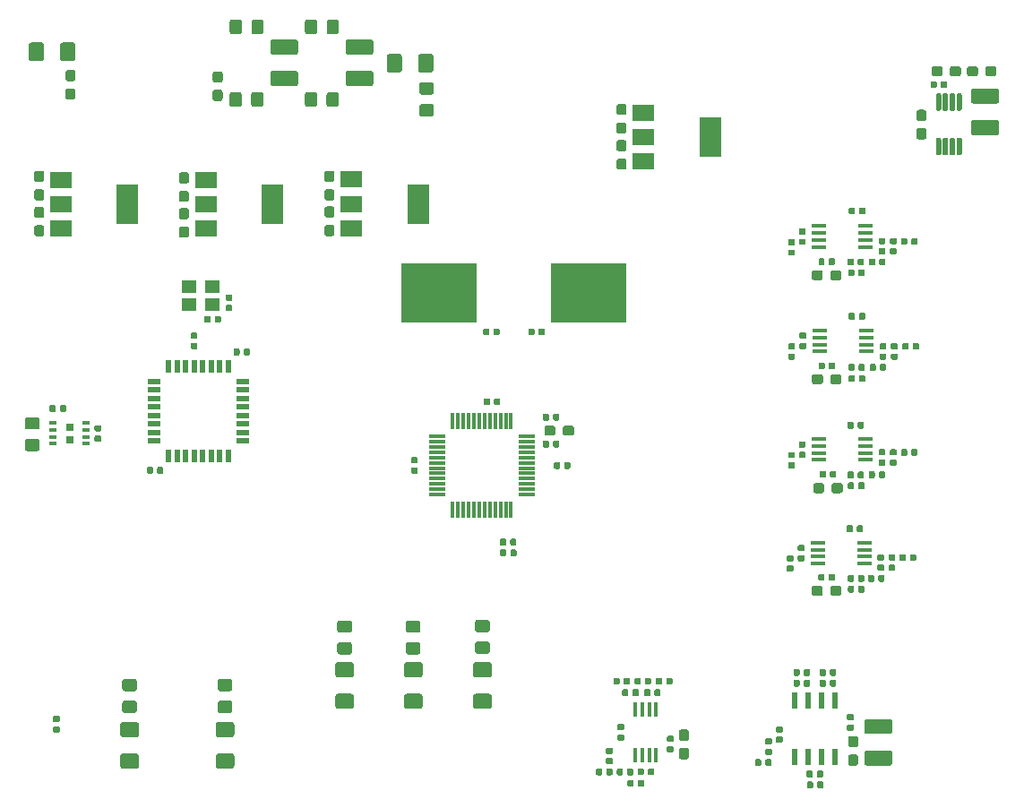
<source format=gtp>
%TF.GenerationSoftware,KiCad,Pcbnew,5.1.5-52549c5~84~ubuntu18.04.1*%
%TF.CreationDate,2020-02-19T21:11:28+00:00*%
%TF.ProjectId,scot-resolver,73636f74-2d72-4657-936f-6c7665722e6b,rev?*%
%TF.SameCoordinates,Original*%
%TF.FileFunction,Paste,Top*%
%TF.FilePolarity,Positive*%
%FSLAX46Y46*%
G04 Gerber Fmt 4.6, Leading zero omitted, Abs format (unit mm)*
G04 Created by KiCad (PCBNEW 5.1.5-52549c5~84~ubuntu18.04.1) date 2020-02-19 21:11:28*
%MOMM*%
%LPD*%
G04 APERTURE LIST*
%ADD10R,7.175000X5.600000*%
%ADD11R,1.400000X1.200000*%
%ADD12R,2.000000X1.500000*%
%ADD13R,2.000000X3.800000*%
%ADD14C,0.100000*%
%ADD15R,1.500000X0.300000*%
%ADD16R,0.300000X1.500000*%
%ADD17R,1.200000X0.500000*%
%ADD18R,0.500000X1.200000*%
%ADD19R,0.800000X0.800000*%
%ADD20R,0.650000X0.350000*%
%ADD21R,1.450000X0.450000*%
%ADD22R,0.600000X1.550000*%
%ADD23R,0.450000X1.450000*%
G04 APERTURE END LIST*
D10*
X142951200Y-80619600D03*
X128776200Y-80619600D03*
D11*
X105191200Y-80011800D03*
X107391200Y-80011800D03*
X107391200Y-81711800D03*
X105191200Y-81711800D03*
D12*
X106781200Y-69988400D03*
X106781200Y-74588400D03*
X106781200Y-72288400D03*
D13*
X113081200Y-72288400D03*
D12*
X93064800Y-69963000D03*
X93064800Y-74563000D03*
X93064800Y-72263000D03*
D13*
X99364800Y-72263000D03*
D12*
X120531500Y-69928800D03*
X120531500Y-74528800D03*
X120531500Y-72228800D03*
D13*
X126831500Y-72228800D03*
D14*
G36*
X178099452Y-66019802D02*
G01*
X178111586Y-66021602D01*
X178123486Y-66024582D01*
X178135035Y-66028715D01*
X178146125Y-66033960D01*
X178156646Y-66040266D01*
X178166499Y-66047574D01*
X178175588Y-66055812D01*
X178183826Y-66064901D01*
X178191134Y-66074754D01*
X178197440Y-66085275D01*
X178202685Y-66096365D01*
X178206818Y-66107914D01*
X178209798Y-66119814D01*
X178211598Y-66131948D01*
X178212200Y-66144200D01*
X178212200Y-67519200D01*
X178211598Y-67531452D01*
X178209798Y-67543586D01*
X178206818Y-67555486D01*
X178202685Y-67567035D01*
X178197440Y-67578125D01*
X178191134Y-67588646D01*
X178183826Y-67598499D01*
X178175588Y-67607588D01*
X178166499Y-67615826D01*
X178156646Y-67623134D01*
X178146125Y-67629440D01*
X178135035Y-67634685D01*
X178123486Y-67638818D01*
X178111586Y-67641798D01*
X178099452Y-67643598D01*
X178087200Y-67644200D01*
X177837200Y-67644200D01*
X177824948Y-67643598D01*
X177812814Y-67641798D01*
X177800914Y-67638818D01*
X177789365Y-67634685D01*
X177778275Y-67629440D01*
X177767754Y-67623134D01*
X177757901Y-67615826D01*
X177748812Y-67607588D01*
X177740574Y-67598499D01*
X177733266Y-67588646D01*
X177726960Y-67578125D01*
X177721715Y-67567035D01*
X177717582Y-67555486D01*
X177714602Y-67543586D01*
X177712802Y-67531452D01*
X177712200Y-67519200D01*
X177712200Y-66144200D01*
X177712802Y-66131948D01*
X177714602Y-66119814D01*
X177717582Y-66107914D01*
X177721715Y-66096365D01*
X177726960Y-66085275D01*
X177733266Y-66074754D01*
X177740574Y-66064901D01*
X177748812Y-66055812D01*
X177757901Y-66047574D01*
X177767754Y-66040266D01*
X177778275Y-66033960D01*
X177789365Y-66028715D01*
X177800914Y-66024582D01*
X177812814Y-66021602D01*
X177824948Y-66019802D01*
X177837200Y-66019200D01*
X178087200Y-66019200D01*
X178099452Y-66019802D01*
G37*
G36*
X177449452Y-66019802D02*
G01*
X177461586Y-66021602D01*
X177473486Y-66024582D01*
X177485035Y-66028715D01*
X177496125Y-66033960D01*
X177506646Y-66040266D01*
X177516499Y-66047574D01*
X177525588Y-66055812D01*
X177533826Y-66064901D01*
X177541134Y-66074754D01*
X177547440Y-66085275D01*
X177552685Y-66096365D01*
X177556818Y-66107914D01*
X177559798Y-66119814D01*
X177561598Y-66131948D01*
X177562200Y-66144200D01*
X177562200Y-67519200D01*
X177561598Y-67531452D01*
X177559798Y-67543586D01*
X177556818Y-67555486D01*
X177552685Y-67567035D01*
X177547440Y-67578125D01*
X177541134Y-67588646D01*
X177533826Y-67598499D01*
X177525588Y-67607588D01*
X177516499Y-67615826D01*
X177506646Y-67623134D01*
X177496125Y-67629440D01*
X177485035Y-67634685D01*
X177473486Y-67638818D01*
X177461586Y-67641798D01*
X177449452Y-67643598D01*
X177437200Y-67644200D01*
X177187200Y-67644200D01*
X177174948Y-67643598D01*
X177162814Y-67641798D01*
X177150914Y-67638818D01*
X177139365Y-67634685D01*
X177128275Y-67629440D01*
X177117754Y-67623134D01*
X177107901Y-67615826D01*
X177098812Y-67607588D01*
X177090574Y-67598499D01*
X177083266Y-67588646D01*
X177076960Y-67578125D01*
X177071715Y-67567035D01*
X177067582Y-67555486D01*
X177064602Y-67543586D01*
X177062802Y-67531452D01*
X177062200Y-67519200D01*
X177062200Y-66144200D01*
X177062802Y-66131948D01*
X177064602Y-66119814D01*
X177067582Y-66107914D01*
X177071715Y-66096365D01*
X177076960Y-66085275D01*
X177083266Y-66074754D01*
X177090574Y-66064901D01*
X177098812Y-66055812D01*
X177107901Y-66047574D01*
X177117754Y-66040266D01*
X177128275Y-66033960D01*
X177139365Y-66028715D01*
X177150914Y-66024582D01*
X177162814Y-66021602D01*
X177174948Y-66019802D01*
X177187200Y-66019200D01*
X177437200Y-66019200D01*
X177449452Y-66019802D01*
G37*
G36*
X176799452Y-66019802D02*
G01*
X176811586Y-66021602D01*
X176823486Y-66024582D01*
X176835035Y-66028715D01*
X176846125Y-66033960D01*
X176856646Y-66040266D01*
X176866499Y-66047574D01*
X176875588Y-66055812D01*
X176883826Y-66064901D01*
X176891134Y-66074754D01*
X176897440Y-66085275D01*
X176902685Y-66096365D01*
X176906818Y-66107914D01*
X176909798Y-66119814D01*
X176911598Y-66131948D01*
X176912200Y-66144200D01*
X176912200Y-67519200D01*
X176911598Y-67531452D01*
X176909798Y-67543586D01*
X176906818Y-67555486D01*
X176902685Y-67567035D01*
X176897440Y-67578125D01*
X176891134Y-67588646D01*
X176883826Y-67598499D01*
X176875588Y-67607588D01*
X176866499Y-67615826D01*
X176856646Y-67623134D01*
X176846125Y-67629440D01*
X176835035Y-67634685D01*
X176823486Y-67638818D01*
X176811586Y-67641798D01*
X176799452Y-67643598D01*
X176787200Y-67644200D01*
X176537200Y-67644200D01*
X176524948Y-67643598D01*
X176512814Y-67641798D01*
X176500914Y-67638818D01*
X176489365Y-67634685D01*
X176478275Y-67629440D01*
X176467754Y-67623134D01*
X176457901Y-67615826D01*
X176448812Y-67607588D01*
X176440574Y-67598499D01*
X176433266Y-67588646D01*
X176426960Y-67578125D01*
X176421715Y-67567035D01*
X176417582Y-67555486D01*
X176414602Y-67543586D01*
X176412802Y-67531452D01*
X176412200Y-67519200D01*
X176412200Y-66144200D01*
X176412802Y-66131948D01*
X176414602Y-66119814D01*
X176417582Y-66107914D01*
X176421715Y-66096365D01*
X176426960Y-66085275D01*
X176433266Y-66074754D01*
X176440574Y-66064901D01*
X176448812Y-66055812D01*
X176457901Y-66047574D01*
X176467754Y-66040266D01*
X176478275Y-66033960D01*
X176489365Y-66028715D01*
X176500914Y-66024582D01*
X176512814Y-66021602D01*
X176524948Y-66019802D01*
X176537200Y-66019200D01*
X176787200Y-66019200D01*
X176799452Y-66019802D01*
G37*
G36*
X176149452Y-66019802D02*
G01*
X176161586Y-66021602D01*
X176173486Y-66024582D01*
X176185035Y-66028715D01*
X176196125Y-66033960D01*
X176206646Y-66040266D01*
X176216499Y-66047574D01*
X176225588Y-66055812D01*
X176233826Y-66064901D01*
X176241134Y-66074754D01*
X176247440Y-66085275D01*
X176252685Y-66096365D01*
X176256818Y-66107914D01*
X176259798Y-66119814D01*
X176261598Y-66131948D01*
X176262200Y-66144200D01*
X176262200Y-67519200D01*
X176261598Y-67531452D01*
X176259798Y-67543586D01*
X176256818Y-67555486D01*
X176252685Y-67567035D01*
X176247440Y-67578125D01*
X176241134Y-67588646D01*
X176233826Y-67598499D01*
X176225588Y-67607588D01*
X176216499Y-67615826D01*
X176206646Y-67623134D01*
X176196125Y-67629440D01*
X176185035Y-67634685D01*
X176173486Y-67638818D01*
X176161586Y-67641798D01*
X176149452Y-67643598D01*
X176137200Y-67644200D01*
X175887200Y-67644200D01*
X175874948Y-67643598D01*
X175862814Y-67641798D01*
X175850914Y-67638818D01*
X175839365Y-67634685D01*
X175828275Y-67629440D01*
X175817754Y-67623134D01*
X175807901Y-67615826D01*
X175798812Y-67607588D01*
X175790574Y-67598499D01*
X175783266Y-67588646D01*
X175776960Y-67578125D01*
X175771715Y-67567035D01*
X175767582Y-67555486D01*
X175764602Y-67543586D01*
X175762802Y-67531452D01*
X175762200Y-67519200D01*
X175762200Y-66144200D01*
X175762802Y-66131948D01*
X175764602Y-66119814D01*
X175767582Y-66107914D01*
X175771715Y-66096365D01*
X175776960Y-66085275D01*
X175783266Y-66074754D01*
X175790574Y-66064901D01*
X175798812Y-66055812D01*
X175807901Y-66047574D01*
X175817754Y-66040266D01*
X175828275Y-66033960D01*
X175839365Y-66028715D01*
X175850914Y-66024582D01*
X175862814Y-66021602D01*
X175874948Y-66019802D01*
X175887200Y-66019200D01*
X176137200Y-66019200D01*
X176149452Y-66019802D01*
G37*
G36*
X176149452Y-61794802D02*
G01*
X176161586Y-61796602D01*
X176173486Y-61799582D01*
X176185035Y-61803715D01*
X176196125Y-61808960D01*
X176206646Y-61815266D01*
X176216499Y-61822574D01*
X176225588Y-61830812D01*
X176233826Y-61839901D01*
X176241134Y-61849754D01*
X176247440Y-61860275D01*
X176252685Y-61871365D01*
X176256818Y-61882914D01*
X176259798Y-61894814D01*
X176261598Y-61906948D01*
X176262200Y-61919200D01*
X176262200Y-63294200D01*
X176261598Y-63306452D01*
X176259798Y-63318586D01*
X176256818Y-63330486D01*
X176252685Y-63342035D01*
X176247440Y-63353125D01*
X176241134Y-63363646D01*
X176233826Y-63373499D01*
X176225588Y-63382588D01*
X176216499Y-63390826D01*
X176206646Y-63398134D01*
X176196125Y-63404440D01*
X176185035Y-63409685D01*
X176173486Y-63413818D01*
X176161586Y-63416798D01*
X176149452Y-63418598D01*
X176137200Y-63419200D01*
X175887200Y-63419200D01*
X175874948Y-63418598D01*
X175862814Y-63416798D01*
X175850914Y-63413818D01*
X175839365Y-63409685D01*
X175828275Y-63404440D01*
X175817754Y-63398134D01*
X175807901Y-63390826D01*
X175798812Y-63382588D01*
X175790574Y-63373499D01*
X175783266Y-63363646D01*
X175776960Y-63353125D01*
X175771715Y-63342035D01*
X175767582Y-63330486D01*
X175764602Y-63318586D01*
X175762802Y-63306452D01*
X175762200Y-63294200D01*
X175762200Y-61919200D01*
X175762802Y-61906948D01*
X175764602Y-61894814D01*
X175767582Y-61882914D01*
X175771715Y-61871365D01*
X175776960Y-61860275D01*
X175783266Y-61849754D01*
X175790574Y-61839901D01*
X175798812Y-61830812D01*
X175807901Y-61822574D01*
X175817754Y-61815266D01*
X175828275Y-61808960D01*
X175839365Y-61803715D01*
X175850914Y-61799582D01*
X175862814Y-61796602D01*
X175874948Y-61794802D01*
X175887200Y-61794200D01*
X176137200Y-61794200D01*
X176149452Y-61794802D01*
G37*
G36*
X176799452Y-61794802D02*
G01*
X176811586Y-61796602D01*
X176823486Y-61799582D01*
X176835035Y-61803715D01*
X176846125Y-61808960D01*
X176856646Y-61815266D01*
X176866499Y-61822574D01*
X176875588Y-61830812D01*
X176883826Y-61839901D01*
X176891134Y-61849754D01*
X176897440Y-61860275D01*
X176902685Y-61871365D01*
X176906818Y-61882914D01*
X176909798Y-61894814D01*
X176911598Y-61906948D01*
X176912200Y-61919200D01*
X176912200Y-63294200D01*
X176911598Y-63306452D01*
X176909798Y-63318586D01*
X176906818Y-63330486D01*
X176902685Y-63342035D01*
X176897440Y-63353125D01*
X176891134Y-63363646D01*
X176883826Y-63373499D01*
X176875588Y-63382588D01*
X176866499Y-63390826D01*
X176856646Y-63398134D01*
X176846125Y-63404440D01*
X176835035Y-63409685D01*
X176823486Y-63413818D01*
X176811586Y-63416798D01*
X176799452Y-63418598D01*
X176787200Y-63419200D01*
X176537200Y-63419200D01*
X176524948Y-63418598D01*
X176512814Y-63416798D01*
X176500914Y-63413818D01*
X176489365Y-63409685D01*
X176478275Y-63404440D01*
X176467754Y-63398134D01*
X176457901Y-63390826D01*
X176448812Y-63382588D01*
X176440574Y-63373499D01*
X176433266Y-63363646D01*
X176426960Y-63353125D01*
X176421715Y-63342035D01*
X176417582Y-63330486D01*
X176414602Y-63318586D01*
X176412802Y-63306452D01*
X176412200Y-63294200D01*
X176412200Y-61919200D01*
X176412802Y-61906948D01*
X176414602Y-61894814D01*
X176417582Y-61882914D01*
X176421715Y-61871365D01*
X176426960Y-61860275D01*
X176433266Y-61849754D01*
X176440574Y-61839901D01*
X176448812Y-61830812D01*
X176457901Y-61822574D01*
X176467754Y-61815266D01*
X176478275Y-61808960D01*
X176489365Y-61803715D01*
X176500914Y-61799582D01*
X176512814Y-61796602D01*
X176524948Y-61794802D01*
X176537200Y-61794200D01*
X176787200Y-61794200D01*
X176799452Y-61794802D01*
G37*
G36*
X177449452Y-61794802D02*
G01*
X177461586Y-61796602D01*
X177473486Y-61799582D01*
X177485035Y-61803715D01*
X177496125Y-61808960D01*
X177506646Y-61815266D01*
X177516499Y-61822574D01*
X177525588Y-61830812D01*
X177533826Y-61839901D01*
X177541134Y-61849754D01*
X177547440Y-61860275D01*
X177552685Y-61871365D01*
X177556818Y-61882914D01*
X177559798Y-61894814D01*
X177561598Y-61906948D01*
X177562200Y-61919200D01*
X177562200Y-63294200D01*
X177561598Y-63306452D01*
X177559798Y-63318586D01*
X177556818Y-63330486D01*
X177552685Y-63342035D01*
X177547440Y-63353125D01*
X177541134Y-63363646D01*
X177533826Y-63373499D01*
X177525588Y-63382588D01*
X177516499Y-63390826D01*
X177506646Y-63398134D01*
X177496125Y-63404440D01*
X177485035Y-63409685D01*
X177473486Y-63413818D01*
X177461586Y-63416798D01*
X177449452Y-63418598D01*
X177437200Y-63419200D01*
X177187200Y-63419200D01*
X177174948Y-63418598D01*
X177162814Y-63416798D01*
X177150914Y-63413818D01*
X177139365Y-63409685D01*
X177128275Y-63404440D01*
X177117754Y-63398134D01*
X177107901Y-63390826D01*
X177098812Y-63382588D01*
X177090574Y-63373499D01*
X177083266Y-63363646D01*
X177076960Y-63353125D01*
X177071715Y-63342035D01*
X177067582Y-63330486D01*
X177064602Y-63318586D01*
X177062802Y-63306452D01*
X177062200Y-63294200D01*
X177062200Y-61919200D01*
X177062802Y-61906948D01*
X177064602Y-61894814D01*
X177067582Y-61882914D01*
X177071715Y-61871365D01*
X177076960Y-61860275D01*
X177083266Y-61849754D01*
X177090574Y-61839901D01*
X177098812Y-61830812D01*
X177107901Y-61822574D01*
X177117754Y-61815266D01*
X177128275Y-61808960D01*
X177139365Y-61803715D01*
X177150914Y-61799582D01*
X177162814Y-61796602D01*
X177174948Y-61794802D01*
X177187200Y-61794200D01*
X177437200Y-61794200D01*
X177449452Y-61794802D01*
G37*
G36*
X178099452Y-61794802D02*
G01*
X178111586Y-61796602D01*
X178123486Y-61799582D01*
X178135035Y-61803715D01*
X178146125Y-61808960D01*
X178156646Y-61815266D01*
X178166499Y-61822574D01*
X178175588Y-61830812D01*
X178183826Y-61839901D01*
X178191134Y-61849754D01*
X178197440Y-61860275D01*
X178202685Y-61871365D01*
X178206818Y-61882914D01*
X178209798Y-61894814D01*
X178211598Y-61906948D01*
X178212200Y-61919200D01*
X178212200Y-63294200D01*
X178211598Y-63306452D01*
X178209798Y-63318586D01*
X178206818Y-63330486D01*
X178202685Y-63342035D01*
X178197440Y-63353125D01*
X178191134Y-63363646D01*
X178183826Y-63373499D01*
X178175588Y-63382588D01*
X178166499Y-63390826D01*
X178156646Y-63398134D01*
X178146125Y-63404440D01*
X178135035Y-63409685D01*
X178123486Y-63413818D01*
X178111586Y-63416798D01*
X178099452Y-63418598D01*
X178087200Y-63419200D01*
X177837200Y-63419200D01*
X177824948Y-63418598D01*
X177812814Y-63416798D01*
X177800914Y-63413818D01*
X177789365Y-63409685D01*
X177778275Y-63404440D01*
X177767754Y-63398134D01*
X177757901Y-63390826D01*
X177748812Y-63382588D01*
X177740574Y-63373499D01*
X177733266Y-63363646D01*
X177726960Y-63353125D01*
X177721715Y-63342035D01*
X177717582Y-63330486D01*
X177714602Y-63318586D01*
X177712802Y-63306452D01*
X177712200Y-63294200D01*
X177712200Y-61919200D01*
X177712802Y-61906948D01*
X177714602Y-61894814D01*
X177717582Y-61882914D01*
X177721715Y-61871365D01*
X177726960Y-61860275D01*
X177733266Y-61849754D01*
X177740574Y-61839901D01*
X177748812Y-61830812D01*
X177757901Y-61822574D01*
X177767754Y-61815266D01*
X177778275Y-61808960D01*
X177789365Y-61803715D01*
X177800914Y-61799582D01*
X177812814Y-61796602D01*
X177824948Y-61794802D01*
X177837200Y-61794200D01*
X178087200Y-61794200D01*
X178099452Y-61794802D01*
G37*
D12*
X148132400Y-63625700D03*
X148132400Y-68225700D03*
X148132400Y-65925700D03*
D13*
X154432400Y-65925700D03*
D14*
G36*
X100042505Y-117137204D02*
G01*
X100066773Y-117140804D01*
X100090572Y-117146765D01*
X100113671Y-117155030D01*
X100135850Y-117165520D01*
X100156893Y-117178132D01*
X100176599Y-117192747D01*
X100194777Y-117209223D01*
X100211253Y-117227401D01*
X100225868Y-117247107D01*
X100238480Y-117268150D01*
X100248970Y-117290329D01*
X100257235Y-117313428D01*
X100263196Y-117337227D01*
X100266796Y-117361495D01*
X100268000Y-117385999D01*
X100268000Y-118036001D01*
X100266796Y-118060505D01*
X100263196Y-118084773D01*
X100257235Y-118108572D01*
X100248970Y-118131671D01*
X100238480Y-118153850D01*
X100225868Y-118174893D01*
X100211253Y-118194599D01*
X100194777Y-118212777D01*
X100176599Y-118229253D01*
X100156893Y-118243868D01*
X100135850Y-118256480D01*
X100113671Y-118266970D01*
X100090572Y-118275235D01*
X100066773Y-118281196D01*
X100042505Y-118284796D01*
X100018001Y-118286000D01*
X99117999Y-118286000D01*
X99093495Y-118284796D01*
X99069227Y-118281196D01*
X99045428Y-118275235D01*
X99022329Y-118266970D01*
X99000150Y-118256480D01*
X98979107Y-118243868D01*
X98959401Y-118229253D01*
X98941223Y-118212777D01*
X98924747Y-118194599D01*
X98910132Y-118174893D01*
X98897520Y-118153850D01*
X98887030Y-118131671D01*
X98878765Y-118108572D01*
X98872804Y-118084773D01*
X98869204Y-118060505D01*
X98868000Y-118036001D01*
X98868000Y-117385999D01*
X98869204Y-117361495D01*
X98872804Y-117337227D01*
X98878765Y-117313428D01*
X98887030Y-117290329D01*
X98897520Y-117268150D01*
X98910132Y-117247107D01*
X98924747Y-117227401D01*
X98941223Y-117209223D01*
X98959401Y-117192747D01*
X98979107Y-117178132D01*
X99000150Y-117165520D01*
X99022329Y-117155030D01*
X99045428Y-117146765D01*
X99069227Y-117140804D01*
X99093495Y-117137204D01*
X99117999Y-117136000D01*
X100018001Y-117136000D01*
X100042505Y-117137204D01*
G37*
G36*
X100042505Y-119187204D02*
G01*
X100066773Y-119190804D01*
X100090572Y-119196765D01*
X100113671Y-119205030D01*
X100135850Y-119215520D01*
X100156893Y-119228132D01*
X100176599Y-119242747D01*
X100194777Y-119259223D01*
X100211253Y-119277401D01*
X100225868Y-119297107D01*
X100238480Y-119318150D01*
X100248970Y-119340329D01*
X100257235Y-119363428D01*
X100263196Y-119387227D01*
X100266796Y-119411495D01*
X100268000Y-119435999D01*
X100268000Y-120086001D01*
X100266796Y-120110505D01*
X100263196Y-120134773D01*
X100257235Y-120158572D01*
X100248970Y-120181671D01*
X100238480Y-120203850D01*
X100225868Y-120224893D01*
X100211253Y-120244599D01*
X100194777Y-120262777D01*
X100176599Y-120279253D01*
X100156893Y-120293868D01*
X100135850Y-120306480D01*
X100113671Y-120316970D01*
X100090572Y-120325235D01*
X100066773Y-120331196D01*
X100042505Y-120334796D01*
X100018001Y-120336000D01*
X99117999Y-120336000D01*
X99093495Y-120334796D01*
X99069227Y-120331196D01*
X99045428Y-120325235D01*
X99022329Y-120316970D01*
X99000150Y-120306480D01*
X98979107Y-120293868D01*
X98959401Y-120279253D01*
X98941223Y-120262777D01*
X98924747Y-120244599D01*
X98910132Y-120224893D01*
X98897520Y-120203850D01*
X98887030Y-120181671D01*
X98878765Y-120158572D01*
X98872804Y-120134773D01*
X98869204Y-120110505D01*
X98868000Y-120086001D01*
X98868000Y-119435999D01*
X98869204Y-119411495D01*
X98872804Y-119387227D01*
X98878765Y-119363428D01*
X98887030Y-119340329D01*
X98897520Y-119318150D01*
X98910132Y-119297107D01*
X98924747Y-119277401D01*
X98941223Y-119259223D01*
X98959401Y-119242747D01*
X98979107Y-119228132D01*
X99000150Y-119215520D01*
X99022329Y-119205030D01*
X99045428Y-119196765D01*
X99069227Y-119190804D01*
X99093495Y-119187204D01*
X99117999Y-119186000D01*
X100018001Y-119186000D01*
X100042505Y-119187204D01*
G37*
G36*
X109059505Y-117137204D02*
G01*
X109083773Y-117140804D01*
X109107572Y-117146765D01*
X109130671Y-117155030D01*
X109152850Y-117165520D01*
X109173893Y-117178132D01*
X109193599Y-117192747D01*
X109211777Y-117209223D01*
X109228253Y-117227401D01*
X109242868Y-117247107D01*
X109255480Y-117268150D01*
X109265970Y-117290329D01*
X109274235Y-117313428D01*
X109280196Y-117337227D01*
X109283796Y-117361495D01*
X109285000Y-117385999D01*
X109285000Y-118036001D01*
X109283796Y-118060505D01*
X109280196Y-118084773D01*
X109274235Y-118108572D01*
X109265970Y-118131671D01*
X109255480Y-118153850D01*
X109242868Y-118174893D01*
X109228253Y-118194599D01*
X109211777Y-118212777D01*
X109193599Y-118229253D01*
X109173893Y-118243868D01*
X109152850Y-118256480D01*
X109130671Y-118266970D01*
X109107572Y-118275235D01*
X109083773Y-118281196D01*
X109059505Y-118284796D01*
X109035001Y-118286000D01*
X108134999Y-118286000D01*
X108110495Y-118284796D01*
X108086227Y-118281196D01*
X108062428Y-118275235D01*
X108039329Y-118266970D01*
X108017150Y-118256480D01*
X107996107Y-118243868D01*
X107976401Y-118229253D01*
X107958223Y-118212777D01*
X107941747Y-118194599D01*
X107927132Y-118174893D01*
X107914520Y-118153850D01*
X107904030Y-118131671D01*
X107895765Y-118108572D01*
X107889804Y-118084773D01*
X107886204Y-118060505D01*
X107885000Y-118036001D01*
X107885000Y-117385999D01*
X107886204Y-117361495D01*
X107889804Y-117337227D01*
X107895765Y-117313428D01*
X107904030Y-117290329D01*
X107914520Y-117268150D01*
X107927132Y-117247107D01*
X107941747Y-117227401D01*
X107958223Y-117209223D01*
X107976401Y-117192747D01*
X107996107Y-117178132D01*
X108017150Y-117165520D01*
X108039329Y-117155030D01*
X108062428Y-117146765D01*
X108086227Y-117140804D01*
X108110495Y-117137204D01*
X108134999Y-117136000D01*
X109035001Y-117136000D01*
X109059505Y-117137204D01*
G37*
G36*
X109059505Y-119187204D02*
G01*
X109083773Y-119190804D01*
X109107572Y-119196765D01*
X109130671Y-119205030D01*
X109152850Y-119215520D01*
X109173893Y-119228132D01*
X109193599Y-119242747D01*
X109211777Y-119259223D01*
X109228253Y-119277401D01*
X109242868Y-119297107D01*
X109255480Y-119318150D01*
X109265970Y-119340329D01*
X109274235Y-119363428D01*
X109280196Y-119387227D01*
X109283796Y-119411495D01*
X109285000Y-119435999D01*
X109285000Y-120086001D01*
X109283796Y-120110505D01*
X109280196Y-120134773D01*
X109274235Y-120158572D01*
X109265970Y-120181671D01*
X109255480Y-120203850D01*
X109242868Y-120224893D01*
X109228253Y-120244599D01*
X109211777Y-120262777D01*
X109193599Y-120279253D01*
X109173893Y-120293868D01*
X109152850Y-120306480D01*
X109130671Y-120316970D01*
X109107572Y-120325235D01*
X109083773Y-120331196D01*
X109059505Y-120334796D01*
X109035001Y-120336000D01*
X108134999Y-120336000D01*
X108110495Y-120334796D01*
X108086227Y-120331196D01*
X108062428Y-120325235D01*
X108039329Y-120316970D01*
X108017150Y-120306480D01*
X107996107Y-120293868D01*
X107976401Y-120279253D01*
X107958223Y-120262777D01*
X107941747Y-120244599D01*
X107927132Y-120224893D01*
X107914520Y-120203850D01*
X107904030Y-120181671D01*
X107895765Y-120158572D01*
X107889804Y-120134773D01*
X107886204Y-120110505D01*
X107885000Y-120086001D01*
X107885000Y-119435999D01*
X107886204Y-119411495D01*
X107889804Y-119387227D01*
X107895765Y-119363428D01*
X107904030Y-119340329D01*
X107914520Y-119318150D01*
X107927132Y-119297107D01*
X107941747Y-119277401D01*
X107958223Y-119259223D01*
X107976401Y-119242747D01*
X107996107Y-119228132D01*
X108017150Y-119215520D01*
X108039329Y-119205030D01*
X108062428Y-119196765D01*
X108086227Y-119190804D01*
X108110495Y-119187204D01*
X108134999Y-119186000D01*
X109035001Y-119186000D01*
X109059505Y-119187204D01*
G37*
G36*
X126839505Y-113662704D02*
G01*
X126863773Y-113666304D01*
X126887572Y-113672265D01*
X126910671Y-113680530D01*
X126932850Y-113691020D01*
X126953893Y-113703632D01*
X126973599Y-113718247D01*
X126991777Y-113734723D01*
X127008253Y-113752901D01*
X127022868Y-113772607D01*
X127035480Y-113793650D01*
X127045970Y-113815829D01*
X127054235Y-113838928D01*
X127060196Y-113862727D01*
X127063796Y-113886995D01*
X127065000Y-113911499D01*
X127065000Y-114561501D01*
X127063796Y-114586005D01*
X127060196Y-114610273D01*
X127054235Y-114634072D01*
X127045970Y-114657171D01*
X127035480Y-114679350D01*
X127022868Y-114700393D01*
X127008253Y-114720099D01*
X126991777Y-114738277D01*
X126973599Y-114754753D01*
X126953893Y-114769368D01*
X126932850Y-114781980D01*
X126910671Y-114792470D01*
X126887572Y-114800735D01*
X126863773Y-114806696D01*
X126839505Y-114810296D01*
X126815001Y-114811500D01*
X125914999Y-114811500D01*
X125890495Y-114810296D01*
X125866227Y-114806696D01*
X125842428Y-114800735D01*
X125819329Y-114792470D01*
X125797150Y-114781980D01*
X125776107Y-114769368D01*
X125756401Y-114754753D01*
X125738223Y-114738277D01*
X125721747Y-114720099D01*
X125707132Y-114700393D01*
X125694520Y-114679350D01*
X125684030Y-114657171D01*
X125675765Y-114634072D01*
X125669804Y-114610273D01*
X125666204Y-114586005D01*
X125665000Y-114561501D01*
X125665000Y-113911499D01*
X125666204Y-113886995D01*
X125669804Y-113862727D01*
X125675765Y-113838928D01*
X125684030Y-113815829D01*
X125694520Y-113793650D01*
X125707132Y-113772607D01*
X125721747Y-113752901D01*
X125738223Y-113734723D01*
X125756401Y-113718247D01*
X125776107Y-113703632D01*
X125797150Y-113691020D01*
X125819329Y-113680530D01*
X125842428Y-113672265D01*
X125866227Y-113666304D01*
X125890495Y-113662704D01*
X125914999Y-113661500D01*
X126815001Y-113661500D01*
X126839505Y-113662704D01*
G37*
G36*
X126839505Y-111612704D02*
G01*
X126863773Y-111616304D01*
X126887572Y-111622265D01*
X126910671Y-111630530D01*
X126932850Y-111641020D01*
X126953893Y-111653632D01*
X126973599Y-111668247D01*
X126991777Y-111684723D01*
X127008253Y-111702901D01*
X127022868Y-111722607D01*
X127035480Y-111743650D01*
X127045970Y-111765829D01*
X127054235Y-111788928D01*
X127060196Y-111812727D01*
X127063796Y-111836995D01*
X127065000Y-111861499D01*
X127065000Y-112511501D01*
X127063796Y-112536005D01*
X127060196Y-112560273D01*
X127054235Y-112584072D01*
X127045970Y-112607171D01*
X127035480Y-112629350D01*
X127022868Y-112650393D01*
X127008253Y-112670099D01*
X126991777Y-112688277D01*
X126973599Y-112704753D01*
X126953893Y-112719368D01*
X126932850Y-112731980D01*
X126910671Y-112742470D01*
X126887572Y-112750735D01*
X126863773Y-112756696D01*
X126839505Y-112760296D01*
X126815001Y-112761500D01*
X125914999Y-112761500D01*
X125890495Y-112760296D01*
X125866227Y-112756696D01*
X125842428Y-112750735D01*
X125819329Y-112742470D01*
X125797150Y-112731980D01*
X125776107Y-112719368D01*
X125756401Y-112704753D01*
X125738223Y-112688277D01*
X125721747Y-112670099D01*
X125707132Y-112650393D01*
X125694520Y-112629350D01*
X125684030Y-112607171D01*
X125675765Y-112584072D01*
X125669804Y-112560273D01*
X125666204Y-112536005D01*
X125665000Y-112511501D01*
X125665000Y-111861499D01*
X125666204Y-111836995D01*
X125669804Y-111812727D01*
X125675765Y-111788928D01*
X125684030Y-111765829D01*
X125694520Y-111743650D01*
X125707132Y-111722607D01*
X125721747Y-111702901D01*
X125738223Y-111684723D01*
X125756401Y-111668247D01*
X125776107Y-111653632D01*
X125797150Y-111641020D01*
X125819329Y-111630530D01*
X125842428Y-111622265D01*
X125866227Y-111616304D01*
X125890495Y-111612704D01*
X125914999Y-111611500D01*
X126815001Y-111611500D01*
X126839505Y-111612704D01*
G37*
G36*
X135993258Y-103884210D02*
G01*
X136007576Y-103886334D01*
X136021617Y-103889851D01*
X136035246Y-103894728D01*
X136048331Y-103900917D01*
X136060747Y-103908358D01*
X136072373Y-103916981D01*
X136083098Y-103926702D01*
X136092819Y-103937427D01*
X136101442Y-103949053D01*
X136108883Y-103961469D01*
X136115072Y-103974554D01*
X136119949Y-103988183D01*
X136123466Y-104002224D01*
X136125590Y-104016542D01*
X136126300Y-104031000D01*
X136126300Y-104376000D01*
X136125590Y-104390458D01*
X136123466Y-104404776D01*
X136119949Y-104418817D01*
X136115072Y-104432446D01*
X136108883Y-104445531D01*
X136101442Y-104457947D01*
X136092819Y-104469573D01*
X136083098Y-104480298D01*
X136072373Y-104490019D01*
X136060747Y-104498642D01*
X136048331Y-104506083D01*
X136035246Y-104512272D01*
X136021617Y-104517149D01*
X136007576Y-104520666D01*
X135993258Y-104522790D01*
X135978800Y-104523500D01*
X135683800Y-104523500D01*
X135669342Y-104522790D01*
X135655024Y-104520666D01*
X135640983Y-104517149D01*
X135627354Y-104512272D01*
X135614269Y-104506083D01*
X135601853Y-104498642D01*
X135590227Y-104490019D01*
X135579502Y-104480298D01*
X135569781Y-104469573D01*
X135561158Y-104457947D01*
X135553717Y-104445531D01*
X135547528Y-104432446D01*
X135542651Y-104418817D01*
X135539134Y-104404776D01*
X135537010Y-104390458D01*
X135536300Y-104376000D01*
X135536300Y-104031000D01*
X135537010Y-104016542D01*
X135539134Y-104002224D01*
X135542651Y-103988183D01*
X135547528Y-103974554D01*
X135553717Y-103961469D01*
X135561158Y-103949053D01*
X135569781Y-103937427D01*
X135579502Y-103926702D01*
X135590227Y-103916981D01*
X135601853Y-103908358D01*
X135614269Y-103900917D01*
X135627354Y-103894728D01*
X135640983Y-103889851D01*
X135655024Y-103886334D01*
X135669342Y-103884210D01*
X135683800Y-103883500D01*
X135978800Y-103883500D01*
X135993258Y-103884210D01*
G37*
G36*
X135023258Y-103884210D02*
G01*
X135037576Y-103886334D01*
X135051617Y-103889851D01*
X135065246Y-103894728D01*
X135078331Y-103900917D01*
X135090747Y-103908358D01*
X135102373Y-103916981D01*
X135113098Y-103926702D01*
X135122819Y-103937427D01*
X135131442Y-103949053D01*
X135138883Y-103961469D01*
X135145072Y-103974554D01*
X135149949Y-103988183D01*
X135153466Y-104002224D01*
X135155590Y-104016542D01*
X135156300Y-104031000D01*
X135156300Y-104376000D01*
X135155590Y-104390458D01*
X135153466Y-104404776D01*
X135149949Y-104418817D01*
X135145072Y-104432446D01*
X135138883Y-104445531D01*
X135131442Y-104457947D01*
X135122819Y-104469573D01*
X135113098Y-104480298D01*
X135102373Y-104490019D01*
X135090747Y-104498642D01*
X135078331Y-104506083D01*
X135065246Y-104512272D01*
X135051617Y-104517149D01*
X135037576Y-104520666D01*
X135023258Y-104522790D01*
X135008800Y-104523500D01*
X134713800Y-104523500D01*
X134699342Y-104522790D01*
X134685024Y-104520666D01*
X134670983Y-104517149D01*
X134657354Y-104512272D01*
X134644269Y-104506083D01*
X134631853Y-104498642D01*
X134620227Y-104490019D01*
X134609502Y-104480298D01*
X134599781Y-104469573D01*
X134591158Y-104457947D01*
X134583717Y-104445531D01*
X134577528Y-104432446D01*
X134572651Y-104418817D01*
X134569134Y-104404776D01*
X134567010Y-104390458D01*
X134566300Y-104376000D01*
X134566300Y-104031000D01*
X134567010Y-104016542D01*
X134569134Y-104002224D01*
X134572651Y-103988183D01*
X134577528Y-103974554D01*
X134583717Y-103961469D01*
X134591158Y-103949053D01*
X134599781Y-103937427D01*
X134609502Y-103926702D01*
X134620227Y-103916981D01*
X134631853Y-103908358D01*
X134644269Y-103900917D01*
X134657354Y-103894728D01*
X134670983Y-103889851D01*
X134685024Y-103886334D01*
X134699342Y-103884210D01*
X134713800Y-103883500D01*
X135008800Y-103883500D01*
X135023258Y-103884210D01*
G37*
G36*
X120362505Y-113662704D02*
G01*
X120386773Y-113666304D01*
X120410572Y-113672265D01*
X120433671Y-113680530D01*
X120455850Y-113691020D01*
X120476893Y-113703632D01*
X120496599Y-113718247D01*
X120514777Y-113734723D01*
X120531253Y-113752901D01*
X120545868Y-113772607D01*
X120558480Y-113793650D01*
X120568970Y-113815829D01*
X120577235Y-113838928D01*
X120583196Y-113862727D01*
X120586796Y-113886995D01*
X120588000Y-113911499D01*
X120588000Y-114561501D01*
X120586796Y-114586005D01*
X120583196Y-114610273D01*
X120577235Y-114634072D01*
X120568970Y-114657171D01*
X120558480Y-114679350D01*
X120545868Y-114700393D01*
X120531253Y-114720099D01*
X120514777Y-114738277D01*
X120496599Y-114754753D01*
X120476893Y-114769368D01*
X120455850Y-114781980D01*
X120433671Y-114792470D01*
X120410572Y-114800735D01*
X120386773Y-114806696D01*
X120362505Y-114810296D01*
X120338001Y-114811500D01*
X119437999Y-114811500D01*
X119413495Y-114810296D01*
X119389227Y-114806696D01*
X119365428Y-114800735D01*
X119342329Y-114792470D01*
X119320150Y-114781980D01*
X119299107Y-114769368D01*
X119279401Y-114754753D01*
X119261223Y-114738277D01*
X119244747Y-114720099D01*
X119230132Y-114700393D01*
X119217520Y-114679350D01*
X119207030Y-114657171D01*
X119198765Y-114634072D01*
X119192804Y-114610273D01*
X119189204Y-114586005D01*
X119188000Y-114561501D01*
X119188000Y-113911499D01*
X119189204Y-113886995D01*
X119192804Y-113862727D01*
X119198765Y-113838928D01*
X119207030Y-113815829D01*
X119217520Y-113793650D01*
X119230132Y-113772607D01*
X119244747Y-113752901D01*
X119261223Y-113734723D01*
X119279401Y-113718247D01*
X119299107Y-113703632D01*
X119320150Y-113691020D01*
X119342329Y-113680530D01*
X119365428Y-113672265D01*
X119389227Y-113666304D01*
X119413495Y-113662704D01*
X119437999Y-113661500D01*
X120338001Y-113661500D01*
X120362505Y-113662704D01*
G37*
G36*
X120362505Y-111612704D02*
G01*
X120386773Y-111616304D01*
X120410572Y-111622265D01*
X120433671Y-111630530D01*
X120455850Y-111641020D01*
X120476893Y-111653632D01*
X120496599Y-111668247D01*
X120514777Y-111684723D01*
X120531253Y-111702901D01*
X120545868Y-111722607D01*
X120558480Y-111743650D01*
X120568970Y-111765829D01*
X120577235Y-111788928D01*
X120583196Y-111812727D01*
X120586796Y-111836995D01*
X120588000Y-111861499D01*
X120588000Y-112511501D01*
X120586796Y-112536005D01*
X120583196Y-112560273D01*
X120577235Y-112584072D01*
X120568970Y-112607171D01*
X120558480Y-112629350D01*
X120545868Y-112650393D01*
X120531253Y-112670099D01*
X120514777Y-112688277D01*
X120496599Y-112704753D01*
X120476893Y-112719368D01*
X120455850Y-112731980D01*
X120433671Y-112742470D01*
X120410572Y-112750735D01*
X120386773Y-112756696D01*
X120362505Y-112760296D01*
X120338001Y-112761500D01*
X119437999Y-112761500D01*
X119413495Y-112760296D01*
X119389227Y-112756696D01*
X119365428Y-112750735D01*
X119342329Y-112742470D01*
X119320150Y-112731980D01*
X119299107Y-112719368D01*
X119279401Y-112704753D01*
X119261223Y-112688277D01*
X119244747Y-112670099D01*
X119230132Y-112650393D01*
X119217520Y-112629350D01*
X119207030Y-112607171D01*
X119198765Y-112584072D01*
X119192804Y-112560273D01*
X119189204Y-112536005D01*
X119188000Y-112511501D01*
X119188000Y-111861499D01*
X119189204Y-111836995D01*
X119192804Y-111812727D01*
X119198765Y-111788928D01*
X119207030Y-111765829D01*
X119217520Y-111743650D01*
X119230132Y-111722607D01*
X119244747Y-111702901D01*
X119261223Y-111684723D01*
X119279401Y-111668247D01*
X119299107Y-111653632D01*
X119320150Y-111641020D01*
X119342329Y-111630530D01*
X119365428Y-111622265D01*
X119389227Y-111616304D01*
X119413495Y-111612704D01*
X119437999Y-111611500D01*
X120338001Y-111611500D01*
X120362505Y-111612704D01*
G37*
G36*
X133380005Y-113599204D02*
G01*
X133404273Y-113602804D01*
X133428072Y-113608765D01*
X133451171Y-113617030D01*
X133473350Y-113627520D01*
X133494393Y-113640132D01*
X133514099Y-113654747D01*
X133532277Y-113671223D01*
X133548753Y-113689401D01*
X133563368Y-113709107D01*
X133575980Y-113730150D01*
X133586470Y-113752329D01*
X133594735Y-113775428D01*
X133600696Y-113799227D01*
X133604296Y-113823495D01*
X133605500Y-113847999D01*
X133605500Y-114498001D01*
X133604296Y-114522505D01*
X133600696Y-114546773D01*
X133594735Y-114570572D01*
X133586470Y-114593671D01*
X133575980Y-114615850D01*
X133563368Y-114636893D01*
X133548753Y-114656599D01*
X133532277Y-114674777D01*
X133514099Y-114691253D01*
X133494393Y-114705868D01*
X133473350Y-114718480D01*
X133451171Y-114728970D01*
X133428072Y-114737235D01*
X133404273Y-114743196D01*
X133380005Y-114746796D01*
X133355501Y-114748000D01*
X132455499Y-114748000D01*
X132430995Y-114746796D01*
X132406727Y-114743196D01*
X132382928Y-114737235D01*
X132359829Y-114728970D01*
X132337650Y-114718480D01*
X132316607Y-114705868D01*
X132296901Y-114691253D01*
X132278723Y-114674777D01*
X132262247Y-114656599D01*
X132247632Y-114636893D01*
X132235020Y-114615850D01*
X132224530Y-114593671D01*
X132216265Y-114570572D01*
X132210304Y-114546773D01*
X132206704Y-114522505D01*
X132205500Y-114498001D01*
X132205500Y-113847999D01*
X132206704Y-113823495D01*
X132210304Y-113799227D01*
X132216265Y-113775428D01*
X132224530Y-113752329D01*
X132235020Y-113730150D01*
X132247632Y-113709107D01*
X132262247Y-113689401D01*
X132278723Y-113671223D01*
X132296901Y-113654747D01*
X132316607Y-113640132D01*
X132337650Y-113627520D01*
X132359829Y-113617030D01*
X132382928Y-113608765D01*
X132406727Y-113602804D01*
X132430995Y-113599204D01*
X132455499Y-113598000D01*
X133355501Y-113598000D01*
X133380005Y-113599204D01*
G37*
G36*
X133380005Y-111549204D02*
G01*
X133404273Y-111552804D01*
X133428072Y-111558765D01*
X133451171Y-111567030D01*
X133473350Y-111577520D01*
X133494393Y-111590132D01*
X133514099Y-111604747D01*
X133532277Y-111621223D01*
X133548753Y-111639401D01*
X133563368Y-111659107D01*
X133575980Y-111680150D01*
X133586470Y-111702329D01*
X133594735Y-111725428D01*
X133600696Y-111749227D01*
X133604296Y-111773495D01*
X133605500Y-111797999D01*
X133605500Y-112448001D01*
X133604296Y-112472505D01*
X133600696Y-112496773D01*
X133594735Y-112520572D01*
X133586470Y-112543671D01*
X133575980Y-112565850D01*
X133563368Y-112586893D01*
X133548753Y-112606599D01*
X133532277Y-112624777D01*
X133514099Y-112641253D01*
X133494393Y-112655868D01*
X133473350Y-112668480D01*
X133451171Y-112678970D01*
X133428072Y-112687235D01*
X133404273Y-112693196D01*
X133380005Y-112696796D01*
X133355501Y-112698000D01*
X132455499Y-112698000D01*
X132430995Y-112696796D01*
X132406727Y-112693196D01*
X132382928Y-112687235D01*
X132359829Y-112678970D01*
X132337650Y-112668480D01*
X132316607Y-112655868D01*
X132296901Y-112641253D01*
X132278723Y-112624777D01*
X132262247Y-112606599D01*
X132247632Y-112586893D01*
X132235020Y-112565850D01*
X132224530Y-112543671D01*
X132216265Y-112520572D01*
X132210304Y-112496773D01*
X132206704Y-112472505D01*
X132205500Y-112448001D01*
X132205500Y-111797999D01*
X132206704Y-111773495D01*
X132210304Y-111749227D01*
X132216265Y-111725428D01*
X132224530Y-111702329D01*
X132235020Y-111680150D01*
X132247632Y-111659107D01*
X132262247Y-111639401D01*
X132278723Y-111621223D01*
X132296901Y-111604747D01*
X132316607Y-111590132D01*
X132337650Y-111577520D01*
X132359829Y-111567030D01*
X132382928Y-111558765D01*
X132406727Y-111552804D01*
X132430995Y-111549204D01*
X132455499Y-111548000D01*
X133355501Y-111548000D01*
X133380005Y-111549204D01*
G37*
G36*
X90847705Y-92397604D02*
G01*
X90871973Y-92401204D01*
X90895772Y-92407165D01*
X90918871Y-92415430D01*
X90941050Y-92425920D01*
X90962093Y-92438532D01*
X90981799Y-92453147D01*
X90999977Y-92469623D01*
X91016453Y-92487801D01*
X91031068Y-92507507D01*
X91043680Y-92528550D01*
X91054170Y-92550729D01*
X91062435Y-92573828D01*
X91068396Y-92597627D01*
X91071996Y-92621895D01*
X91073200Y-92646399D01*
X91073200Y-93296401D01*
X91071996Y-93320905D01*
X91068396Y-93345173D01*
X91062435Y-93368972D01*
X91054170Y-93392071D01*
X91043680Y-93414250D01*
X91031068Y-93435293D01*
X91016453Y-93454999D01*
X90999977Y-93473177D01*
X90981799Y-93489653D01*
X90962093Y-93504268D01*
X90941050Y-93516880D01*
X90918871Y-93527370D01*
X90895772Y-93535635D01*
X90871973Y-93541596D01*
X90847705Y-93545196D01*
X90823201Y-93546400D01*
X89923199Y-93546400D01*
X89898695Y-93545196D01*
X89874427Y-93541596D01*
X89850628Y-93535635D01*
X89827529Y-93527370D01*
X89805350Y-93516880D01*
X89784307Y-93504268D01*
X89764601Y-93489653D01*
X89746423Y-93473177D01*
X89729947Y-93454999D01*
X89715332Y-93435293D01*
X89702720Y-93414250D01*
X89692230Y-93392071D01*
X89683965Y-93368972D01*
X89678004Y-93345173D01*
X89674404Y-93320905D01*
X89673200Y-93296401D01*
X89673200Y-92646399D01*
X89674404Y-92621895D01*
X89678004Y-92597627D01*
X89683965Y-92573828D01*
X89692230Y-92550729D01*
X89702720Y-92528550D01*
X89715332Y-92507507D01*
X89729947Y-92487801D01*
X89746423Y-92469623D01*
X89764601Y-92453147D01*
X89784307Y-92438532D01*
X89805350Y-92425920D01*
X89827529Y-92415430D01*
X89850628Y-92407165D01*
X89874427Y-92401204D01*
X89898695Y-92397604D01*
X89923199Y-92396400D01*
X90823201Y-92396400D01*
X90847705Y-92397604D01*
G37*
G36*
X90847705Y-94447604D02*
G01*
X90871973Y-94451204D01*
X90895772Y-94457165D01*
X90918871Y-94465430D01*
X90941050Y-94475920D01*
X90962093Y-94488532D01*
X90981799Y-94503147D01*
X90999977Y-94519623D01*
X91016453Y-94537801D01*
X91031068Y-94557507D01*
X91043680Y-94578550D01*
X91054170Y-94600729D01*
X91062435Y-94623828D01*
X91068396Y-94647627D01*
X91071996Y-94671895D01*
X91073200Y-94696399D01*
X91073200Y-95346401D01*
X91071996Y-95370905D01*
X91068396Y-95395173D01*
X91062435Y-95418972D01*
X91054170Y-95442071D01*
X91043680Y-95464250D01*
X91031068Y-95485293D01*
X91016453Y-95504999D01*
X90999977Y-95523177D01*
X90981799Y-95539653D01*
X90962093Y-95554268D01*
X90941050Y-95566880D01*
X90918871Y-95577370D01*
X90895772Y-95585635D01*
X90871973Y-95591596D01*
X90847705Y-95595196D01*
X90823201Y-95596400D01*
X89923199Y-95596400D01*
X89898695Y-95595196D01*
X89874427Y-95591596D01*
X89850628Y-95585635D01*
X89827529Y-95577370D01*
X89805350Y-95566880D01*
X89784307Y-95554268D01*
X89764601Y-95539653D01*
X89746423Y-95523177D01*
X89729947Y-95504999D01*
X89715332Y-95485293D01*
X89702720Y-95464250D01*
X89692230Y-95442071D01*
X89683965Y-95418972D01*
X89678004Y-95395173D01*
X89674404Y-95370905D01*
X89673200Y-95346401D01*
X89673200Y-94696399D01*
X89674404Y-94671895D01*
X89678004Y-94647627D01*
X89683965Y-94623828D01*
X89692230Y-94600729D01*
X89702720Y-94578550D01*
X89715332Y-94557507D01*
X89729947Y-94537801D01*
X89746423Y-94519623D01*
X89764601Y-94503147D01*
X89784307Y-94488532D01*
X89805350Y-94475920D01*
X89827529Y-94465430D01*
X89850628Y-94457165D01*
X89874427Y-94451204D01*
X89898695Y-94447604D01*
X89923199Y-94446400D01*
X90823201Y-94446400D01*
X90847705Y-94447604D01*
G37*
G36*
X170926158Y-87361510D02*
G01*
X170940476Y-87363634D01*
X170954517Y-87367151D01*
X170968146Y-87372028D01*
X170981231Y-87378217D01*
X170993647Y-87385658D01*
X171005273Y-87394281D01*
X171015998Y-87404002D01*
X171025719Y-87414727D01*
X171034342Y-87426353D01*
X171041783Y-87438769D01*
X171047972Y-87451854D01*
X171052849Y-87465483D01*
X171056366Y-87479524D01*
X171058490Y-87493842D01*
X171059200Y-87508300D01*
X171059200Y-87853300D01*
X171058490Y-87867758D01*
X171056366Y-87882076D01*
X171052849Y-87896117D01*
X171047972Y-87909746D01*
X171041783Y-87922831D01*
X171034342Y-87935247D01*
X171025719Y-87946873D01*
X171015998Y-87957598D01*
X171005273Y-87967319D01*
X170993647Y-87975942D01*
X170981231Y-87983383D01*
X170968146Y-87989572D01*
X170954517Y-87994449D01*
X170940476Y-87997966D01*
X170926158Y-88000090D01*
X170911700Y-88000800D01*
X170616700Y-88000800D01*
X170602242Y-88000090D01*
X170587924Y-87997966D01*
X170573883Y-87994449D01*
X170560254Y-87989572D01*
X170547169Y-87983383D01*
X170534753Y-87975942D01*
X170523127Y-87967319D01*
X170512402Y-87957598D01*
X170502681Y-87946873D01*
X170494058Y-87935247D01*
X170486617Y-87922831D01*
X170480428Y-87909746D01*
X170475551Y-87896117D01*
X170472034Y-87882076D01*
X170469910Y-87867758D01*
X170469200Y-87853300D01*
X170469200Y-87508300D01*
X170469910Y-87493842D01*
X170472034Y-87479524D01*
X170475551Y-87465483D01*
X170480428Y-87451854D01*
X170486617Y-87438769D01*
X170494058Y-87426353D01*
X170502681Y-87414727D01*
X170512402Y-87404002D01*
X170523127Y-87394281D01*
X170534753Y-87385658D01*
X170547169Y-87378217D01*
X170560254Y-87372028D01*
X170573883Y-87367151D01*
X170587924Y-87363634D01*
X170602242Y-87361510D01*
X170616700Y-87360800D01*
X170911700Y-87360800D01*
X170926158Y-87361510D01*
G37*
G36*
X169956158Y-87361510D02*
G01*
X169970476Y-87363634D01*
X169984517Y-87367151D01*
X169998146Y-87372028D01*
X170011231Y-87378217D01*
X170023647Y-87385658D01*
X170035273Y-87394281D01*
X170045998Y-87404002D01*
X170055719Y-87414727D01*
X170064342Y-87426353D01*
X170071783Y-87438769D01*
X170077972Y-87451854D01*
X170082849Y-87465483D01*
X170086366Y-87479524D01*
X170088490Y-87493842D01*
X170089200Y-87508300D01*
X170089200Y-87853300D01*
X170088490Y-87867758D01*
X170086366Y-87882076D01*
X170082849Y-87896117D01*
X170077972Y-87909746D01*
X170071783Y-87922831D01*
X170064342Y-87935247D01*
X170055719Y-87946873D01*
X170045998Y-87957598D01*
X170035273Y-87967319D01*
X170023647Y-87975942D01*
X170011231Y-87983383D01*
X169998146Y-87989572D01*
X169984517Y-87994449D01*
X169970476Y-87997966D01*
X169956158Y-88000090D01*
X169941700Y-88000800D01*
X169646700Y-88000800D01*
X169632242Y-88000090D01*
X169617924Y-87997966D01*
X169603883Y-87994449D01*
X169590254Y-87989572D01*
X169577169Y-87983383D01*
X169564753Y-87975942D01*
X169553127Y-87967319D01*
X169542402Y-87957598D01*
X169532681Y-87946873D01*
X169524058Y-87935247D01*
X169516617Y-87922831D01*
X169510428Y-87909746D01*
X169505551Y-87896117D01*
X169502034Y-87882076D01*
X169499910Y-87867758D01*
X169499200Y-87853300D01*
X169499200Y-87508300D01*
X169499910Y-87493842D01*
X169502034Y-87479524D01*
X169505551Y-87465483D01*
X169510428Y-87451854D01*
X169516617Y-87438769D01*
X169524058Y-87426353D01*
X169532681Y-87414727D01*
X169542402Y-87404002D01*
X169553127Y-87394281D01*
X169564753Y-87385658D01*
X169577169Y-87378217D01*
X169590254Y-87372028D01*
X169603883Y-87367151D01*
X169617924Y-87363634D01*
X169632242Y-87361510D01*
X169646700Y-87360800D01*
X169941700Y-87360800D01*
X169956158Y-87361510D01*
G37*
G36*
X170951158Y-86370510D02*
G01*
X170965476Y-86372634D01*
X170979517Y-86376151D01*
X170993146Y-86381028D01*
X171006231Y-86387217D01*
X171018647Y-86394658D01*
X171030273Y-86403281D01*
X171040998Y-86413002D01*
X171050719Y-86423727D01*
X171059342Y-86435353D01*
X171066783Y-86447769D01*
X171072972Y-86460854D01*
X171077849Y-86474483D01*
X171081366Y-86488524D01*
X171083490Y-86502842D01*
X171084200Y-86517300D01*
X171084200Y-86812300D01*
X171083490Y-86826758D01*
X171081366Y-86841076D01*
X171077849Y-86855117D01*
X171072972Y-86868746D01*
X171066783Y-86881831D01*
X171059342Y-86894247D01*
X171050719Y-86905873D01*
X171040998Y-86916598D01*
X171030273Y-86926319D01*
X171018647Y-86934942D01*
X171006231Y-86942383D01*
X170993146Y-86948572D01*
X170979517Y-86953449D01*
X170965476Y-86956966D01*
X170951158Y-86959090D01*
X170936700Y-86959800D01*
X170591700Y-86959800D01*
X170577242Y-86959090D01*
X170562924Y-86956966D01*
X170548883Y-86953449D01*
X170535254Y-86948572D01*
X170522169Y-86942383D01*
X170509753Y-86934942D01*
X170498127Y-86926319D01*
X170487402Y-86916598D01*
X170477681Y-86905873D01*
X170469058Y-86894247D01*
X170461617Y-86881831D01*
X170455428Y-86868746D01*
X170450551Y-86855117D01*
X170447034Y-86841076D01*
X170444910Y-86826758D01*
X170444200Y-86812300D01*
X170444200Y-86517300D01*
X170444910Y-86502842D01*
X170447034Y-86488524D01*
X170450551Y-86474483D01*
X170455428Y-86460854D01*
X170461617Y-86447769D01*
X170469058Y-86435353D01*
X170477681Y-86423727D01*
X170487402Y-86413002D01*
X170498127Y-86403281D01*
X170509753Y-86394658D01*
X170522169Y-86387217D01*
X170535254Y-86381028D01*
X170548883Y-86376151D01*
X170562924Y-86372634D01*
X170577242Y-86370510D01*
X170591700Y-86369800D01*
X170936700Y-86369800D01*
X170951158Y-86370510D01*
G37*
G36*
X170951158Y-85400510D02*
G01*
X170965476Y-85402634D01*
X170979517Y-85406151D01*
X170993146Y-85411028D01*
X171006231Y-85417217D01*
X171018647Y-85424658D01*
X171030273Y-85433281D01*
X171040998Y-85443002D01*
X171050719Y-85453727D01*
X171059342Y-85465353D01*
X171066783Y-85477769D01*
X171072972Y-85490854D01*
X171077849Y-85504483D01*
X171081366Y-85518524D01*
X171083490Y-85532842D01*
X171084200Y-85547300D01*
X171084200Y-85842300D01*
X171083490Y-85856758D01*
X171081366Y-85871076D01*
X171077849Y-85885117D01*
X171072972Y-85898746D01*
X171066783Y-85911831D01*
X171059342Y-85924247D01*
X171050719Y-85935873D01*
X171040998Y-85946598D01*
X171030273Y-85956319D01*
X171018647Y-85964942D01*
X171006231Y-85972383D01*
X170993146Y-85978572D01*
X170979517Y-85983449D01*
X170965476Y-85986966D01*
X170951158Y-85989090D01*
X170936700Y-85989800D01*
X170591700Y-85989800D01*
X170577242Y-85989090D01*
X170562924Y-85986966D01*
X170548883Y-85983449D01*
X170535254Y-85978572D01*
X170522169Y-85972383D01*
X170509753Y-85964942D01*
X170498127Y-85956319D01*
X170487402Y-85946598D01*
X170477681Y-85935873D01*
X170469058Y-85924247D01*
X170461617Y-85911831D01*
X170455428Y-85898746D01*
X170450551Y-85885117D01*
X170447034Y-85871076D01*
X170444910Y-85856758D01*
X170444200Y-85842300D01*
X170444200Y-85547300D01*
X170444910Y-85532842D01*
X170447034Y-85518524D01*
X170450551Y-85504483D01*
X170455428Y-85490854D01*
X170461617Y-85477769D01*
X170469058Y-85465353D01*
X170477681Y-85453727D01*
X170487402Y-85443002D01*
X170498127Y-85433281D01*
X170509753Y-85424658D01*
X170522169Y-85417217D01*
X170535254Y-85411028D01*
X170548883Y-85406151D01*
X170562924Y-85402634D01*
X170577242Y-85400510D01*
X170591700Y-85399800D01*
X170936700Y-85399800D01*
X170951158Y-85400510D01*
G37*
G36*
X162315158Y-86370510D02*
G01*
X162329476Y-86372634D01*
X162343517Y-86376151D01*
X162357146Y-86381028D01*
X162370231Y-86387217D01*
X162382647Y-86394658D01*
X162394273Y-86403281D01*
X162404998Y-86413002D01*
X162414719Y-86423727D01*
X162423342Y-86435353D01*
X162430783Y-86447769D01*
X162436972Y-86460854D01*
X162441849Y-86474483D01*
X162445366Y-86488524D01*
X162447490Y-86502842D01*
X162448200Y-86517300D01*
X162448200Y-86812300D01*
X162447490Y-86826758D01*
X162445366Y-86841076D01*
X162441849Y-86855117D01*
X162436972Y-86868746D01*
X162430783Y-86881831D01*
X162423342Y-86894247D01*
X162414719Y-86905873D01*
X162404998Y-86916598D01*
X162394273Y-86926319D01*
X162382647Y-86934942D01*
X162370231Y-86942383D01*
X162357146Y-86948572D01*
X162343517Y-86953449D01*
X162329476Y-86956966D01*
X162315158Y-86959090D01*
X162300700Y-86959800D01*
X161955700Y-86959800D01*
X161941242Y-86959090D01*
X161926924Y-86956966D01*
X161912883Y-86953449D01*
X161899254Y-86948572D01*
X161886169Y-86942383D01*
X161873753Y-86934942D01*
X161862127Y-86926319D01*
X161851402Y-86916598D01*
X161841681Y-86905873D01*
X161833058Y-86894247D01*
X161825617Y-86881831D01*
X161819428Y-86868746D01*
X161814551Y-86855117D01*
X161811034Y-86841076D01*
X161808910Y-86826758D01*
X161808200Y-86812300D01*
X161808200Y-86517300D01*
X161808910Y-86502842D01*
X161811034Y-86488524D01*
X161814551Y-86474483D01*
X161819428Y-86460854D01*
X161825617Y-86447769D01*
X161833058Y-86435353D01*
X161841681Y-86423727D01*
X161851402Y-86413002D01*
X161862127Y-86403281D01*
X161873753Y-86394658D01*
X161886169Y-86387217D01*
X161899254Y-86381028D01*
X161912883Y-86376151D01*
X161926924Y-86372634D01*
X161941242Y-86370510D01*
X161955700Y-86369800D01*
X162300700Y-86369800D01*
X162315158Y-86370510D01*
G37*
G36*
X162315158Y-85400510D02*
G01*
X162329476Y-85402634D01*
X162343517Y-85406151D01*
X162357146Y-85411028D01*
X162370231Y-85417217D01*
X162382647Y-85424658D01*
X162394273Y-85433281D01*
X162404998Y-85443002D01*
X162414719Y-85453727D01*
X162423342Y-85465353D01*
X162430783Y-85477769D01*
X162436972Y-85490854D01*
X162441849Y-85504483D01*
X162445366Y-85518524D01*
X162447490Y-85532842D01*
X162448200Y-85547300D01*
X162448200Y-85842300D01*
X162447490Y-85856758D01*
X162445366Y-85871076D01*
X162441849Y-85885117D01*
X162436972Y-85898746D01*
X162430783Y-85911831D01*
X162423342Y-85924247D01*
X162414719Y-85935873D01*
X162404998Y-85946598D01*
X162394273Y-85956319D01*
X162382647Y-85964942D01*
X162370231Y-85972383D01*
X162357146Y-85978572D01*
X162343517Y-85983449D01*
X162329476Y-85986966D01*
X162315158Y-85989090D01*
X162300700Y-85989800D01*
X161955700Y-85989800D01*
X161941242Y-85989090D01*
X161926924Y-85986966D01*
X161912883Y-85983449D01*
X161899254Y-85978572D01*
X161886169Y-85972383D01*
X161873753Y-85964942D01*
X161862127Y-85956319D01*
X161851402Y-85946598D01*
X161841681Y-85935873D01*
X161833058Y-85924247D01*
X161825617Y-85911831D01*
X161819428Y-85898746D01*
X161814551Y-85885117D01*
X161811034Y-85871076D01*
X161808910Y-85856758D01*
X161808200Y-85842300D01*
X161808200Y-85547300D01*
X161808910Y-85532842D01*
X161811034Y-85518524D01*
X161814551Y-85504483D01*
X161819428Y-85490854D01*
X161825617Y-85477769D01*
X161833058Y-85465353D01*
X161841681Y-85453727D01*
X161851402Y-85443002D01*
X161862127Y-85433281D01*
X161873753Y-85424658D01*
X161886169Y-85417217D01*
X161899254Y-85411028D01*
X161912883Y-85406151D01*
X161926924Y-85402634D01*
X161941242Y-85400510D01*
X161955700Y-85399800D01*
X162300700Y-85399800D01*
X162315158Y-85400510D01*
G37*
G36*
X168921958Y-87361510D02*
G01*
X168936276Y-87363634D01*
X168950317Y-87367151D01*
X168963946Y-87372028D01*
X168977031Y-87378217D01*
X168989447Y-87385658D01*
X169001073Y-87394281D01*
X169011798Y-87404002D01*
X169021519Y-87414727D01*
X169030142Y-87426353D01*
X169037583Y-87438769D01*
X169043772Y-87451854D01*
X169048649Y-87465483D01*
X169052166Y-87479524D01*
X169054290Y-87493842D01*
X169055000Y-87508300D01*
X169055000Y-87853300D01*
X169054290Y-87867758D01*
X169052166Y-87882076D01*
X169048649Y-87896117D01*
X169043772Y-87909746D01*
X169037583Y-87922831D01*
X169030142Y-87935247D01*
X169021519Y-87946873D01*
X169011798Y-87957598D01*
X169001073Y-87967319D01*
X168989447Y-87975942D01*
X168977031Y-87983383D01*
X168963946Y-87989572D01*
X168950317Y-87994449D01*
X168936276Y-87997966D01*
X168921958Y-88000090D01*
X168907500Y-88000800D01*
X168612500Y-88000800D01*
X168598042Y-88000090D01*
X168583724Y-87997966D01*
X168569683Y-87994449D01*
X168556054Y-87989572D01*
X168542969Y-87983383D01*
X168530553Y-87975942D01*
X168518927Y-87967319D01*
X168508202Y-87957598D01*
X168498481Y-87946873D01*
X168489858Y-87935247D01*
X168482417Y-87922831D01*
X168476228Y-87909746D01*
X168471351Y-87896117D01*
X168467834Y-87882076D01*
X168465710Y-87867758D01*
X168465000Y-87853300D01*
X168465000Y-87508300D01*
X168465710Y-87493842D01*
X168467834Y-87479524D01*
X168471351Y-87465483D01*
X168476228Y-87451854D01*
X168482417Y-87438769D01*
X168489858Y-87426353D01*
X168498481Y-87414727D01*
X168508202Y-87404002D01*
X168518927Y-87394281D01*
X168530553Y-87385658D01*
X168542969Y-87378217D01*
X168556054Y-87372028D01*
X168569683Y-87367151D01*
X168583724Y-87363634D01*
X168598042Y-87361510D01*
X168612500Y-87360800D01*
X168907500Y-87360800D01*
X168921958Y-87361510D01*
G37*
G36*
X167951958Y-87361510D02*
G01*
X167966276Y-87363634D01*
X167980317Y-87367151D01*
X167993946Y-87372028D01*
X168007031Y-87378217D01*
X168019447Y-87385658D01*
X168031073Y-87394281D01*
X168041798Y-87404002D01*
X168051519Y-87414727D01*
X168060142Y-87426353D01*
X168067583Y-87438769D01*
X168073772Y-87451854D01*
X168078649Y-87465483D01*
X168082166Y-87479524D01*
X168084290Y-87493842D01*
X168085000Y-87508300D01*
X168085000Y-87853300D01*
X168084290Y-87867758D01*
X168082166Y-87882076D01*
X168078649Y-87896117D01*
X168073772Y-87909746D01*
X168067583Y-87922831D01*
X168060142Y-87935247D01*
X168051519Y-87946873D01*
X168041798Y-87957598D01*
X168031073Y-87967319D01*
X168019447Y-87975942D01*
X168007031Y-87983383D01*
X167993946Y-87989572D01*
X167980317Y-87994449D01*
X167966276Y-87997966D01*
X167951958Y-88000090D01*
X167937500Y-88000800D01*
X167642500Y-88000800D01*
X167628042Y-88000090D01*
X167613724Y-87997966D01*
X167599683Y-87994449D01*
X167586054Y-87989572D01*
X167572969Y-87983383D01*
X167560553Y-87975942D01*
X167548927Y-87967319D01*
X167538202Y-87957598D01*
X167528481Y-87946873D01*
X167519858Y-87935247D01*
X167512417Y-87922831D01*
X167506228Y-87909746D01*
X167501351Y-87896117D01*
X167497834Y-87882076D01*
X167495710Y-87867758D01*
X167495000Y-87853300D01*
X167495000Y-87508300D01*
X167495710Y-87493842D01*
X167497834Y-87479524D01*
X167501351Y-87465483D01*
X167506228Y-87451854D01*
X167512417Y-87438769D01*
X167519858Y-87426353D01*
X167528481Y-87414727D01*
X167538202Y-87404002D01*
X167548927Y-87394281D01*
X167560553Y-87385658D01*
X167572969Y-87378217D01*
X167586054Y-87372028D01*
X167599683Y-87367151D01*
X167613724Y-87363634D01*
X167628042Y-87361510D01*
X167642500Y-87360800D01*
X167937500Y-87360800D01*
X167951958Y-87361510D01*
G37*
G36*
X173054958Y-85380310D02*
G01*
X173069276Y-85382434D01*
X173083317Y-85385951D01*
X173096946Y-85390828D01*
X173110031Y-85397017D01*
X173122447Y-85404458D01*
X173134073Y-85413081D01*
X173144798Y-85422802D01*
X173154519Y-85433527D01*
X173163142Y-85445153D01*
X173170583Y-85457569D01*
X173176772Y-85470654D01*
X173181649Y-85484283D01*
X173185166Y-85498324D01*
X173187290Y-85512642D01*
X173188000Y-85527100D01*
X173188000Y-85872100D01*
X173187290Y-85886558D01*
X173185166Y-85900876D01*
X173181649Y-85914917D01*
X173176772Y-85928546D01*
X173170583Y-85941631D01*
X173163142Y-85954047D01*
X173154519Y-85965673D01*
X173144798Y-85976398D01*
X173134073Y-85986119D01*
X173122447Y-85994742D01*
X173110031Y-86002183D01*
X173096946Y-86008372D01*
X173083317Y-86013249D01*
X173069276Y-86016766D01*
X173054958Y-86018890D01*
X173040500Y-86019600D01*
X172745500Y-86019600D01*
X172731042Y-86018890D01*
X172716724Y-86016766D01*
X172702683Y-86013249D01*
X172689054Y-86008372D01*
X172675969Y-86002183D01*
X172663553Y-85994742D01*
X172651927Y-85986119D01*
X172641202Y-85976398D01*
X172631481Y-85965673D01*
X172622858Y-85954047D01*
X172615417Y-85941631D01*
X172609228Y-85928546D01*
X172604351Y-85914917D01*
X172600834Y-85900876D01*
X172598710Y-85886558D01*
X172598000Y-85872100D01*
X172598000Y-85527100D01*
X172598710Y-85512642D01*
X172600834Y-85498324D01*
X172604351Y-85484283D01*
X172609228Y-85470654D01*
X172615417Y-85457569D01*
X172622858Y-85445153D01*
X172631481Y-85433527D01*
X172641202Y-85422802D01*
X172651927Y-85413081D01*
X172663553Y-85404458D01*
X172675969Y-85397017D01*
X172689054Y-85390828D01*
X172702683Y-85385951D01*
X172716724Y-85382434D01*
X172731042Y-85380310D01*
X172745500Y-85379600D01*
X173040500Y-85379600D01*
X173054958Y-85380310D01*
G37*
G36*
X174024958Y-85380310D02*
G01*
X174039276Y-85382434D01*
X174053317Y-85385951D01*
X174066946Y-85390828D01*
X174080031Y-85397017D01*
X174092447Y-85404458D01*
X174104073Y-85413081D01*
X174114798Y-85422802D01*
X174124519Y-85433527D01*
X174133142Y-85445153D01*
X174140583Y-85457569D01*
X174146772Y-85470654D01*
X174151649Y-85484283D01*
X174155166Y-85498324D01*
X174157290Y-85512642D01*
X174158000Y-85527100D01*
X174158000Y-85872100D01*
X174157290Y-85886558D01*
X174155166Y-85900876D01*
X174151649Y-85914917D01*
X174146772Y-85928546D01*
X174140583Y-85941631D01*
X174133142Y-85954047D01*
X174124519Y-85965673D01*
X174114798Y-85976398D01*
X174104073Y-85986119D01*
X174092447Y-85994742D01*
X174080031Y-86002183D01*
X174066946Y-86008372D01*
X174053317Y-86013249D01*
X174039276Y-86016766D01*
X174024958Y-86018890D01*
X174010500Y-86019600D01*
X173715500Y-86019600D01*
X173701042Y-86018890D01*
X173686724Y-86016766D01*
X173672683Y-86013249D01*
X173659054Y-86008372D01*
X173645969Y-86002183D01*
X173633553Y-85994742D01*
X173621927Y-85986119D01*
X173611202Y-85976398D01*
X173601481Y-85965673D01*
X173592858Y-85954047D01*
X173585417Y-85941631D01*
X173579228Y-85928546D01*
X173574351Y-85914917D01*
X173570834Y-85900876D01*
X173568710Y-85886558D01*
X173568000Y-85872100D01*
X173568000Y-85527100D01*
X173568710Y-85512642D01*
X173570834Y-85498324D01*
X173574351Y-85484283D01*
X173579228Y-85470654D01*
X173585417Y-85457569D01*
X173592858Y-85445153D01*
X173601481Y-85433527D01*
X173611202Y-85422802D01*
X173621927Y-85413081D01*
X173633553Y-85404458D01*
X173645969Y-85397017D01*
X173659054Y-85390828D01*
X173672683Y-85385951D01*
X173686724Y-85382434D01*
X173701042Y-85380310D01*
X173715500Y-85379600D01*
X174010500Y-85379600D01*
X174024958Y-85380310D01*
G37*
G36*
X170867458Y-77404710D02*
G01*
X170881776Y-77406834D01*
X170895817Y-77410351D01*
X170909446Y-77415228D01*
X170922531Y-77421417D01*
X170934947Y-77428858D01*
X170946573Y-77437481D01*
X170957298Y-77447202D01*
X170967019Y-77457927D01*
X170975642Y-77469553D01*
X170983083Y-77481969D01*
X170989272Y-77495054D01*
X170994149Y-77508683D01*
X170997666Y-77522724D01*
X170999790Y-77537042D01*
X171000500Y-77551500D01*
X171000500Y-77896500D01*
X170999790Y-77910958D01*
X170997666Y-77925276D01*
X170994149Y-77939317D01*
X170989272Y-77952946D01*
X170983083Y-77966031D01*
X170975642Y-77978447D01*
X170967019Y-77990073D01*
X170957298Y-78000798D01*
X170946573Y-78010519D01*
X170934947Y-78019142D01*
X170922531Y-78026583D01*
X170909446Y-78032772D01*
X170895817Y-78037649D01*
X170881776Y-78041166D01*
X170867458Y-78043290D01*
X170853000Y-78044000D01*
X170558000Y-78044000D01*
X170543542Y-78043290D01*
X170529224Y-78041166D01*
X170515183Y-78037649D01*
X170501554Y-78032772D01*
X170488469Y-78026583D01*
X170476053Y-78019142D01*
X170464427Y-78010519D01*
X170453702Y-78000798D01*
X170443981Y-77990073D01*
X170435358Y-77978447D01*
X170427917Y-77966031D01*
X170421728Y-77952946D01*
X170416851Y-77939317D01*
X170413334Y-77925276D01*
X170411210Y-77910958D01*
X170410500Y-77896500D01*
X170410500Y-77551500D01*
X170411210Y-77537042D01*
X170413334Y-77522724D01*
X170416851Y-77508683D01*
X170421728Y-77495054D01*
X170427917Y-77481969D01*
X170435358Y-77469553D01*
X170443981Y-77457927D01*
X170453702Y-77447202D01*
X170464427Y-77437481D01*
X170476053Y-77428858D01*
X170488469Y-77421417D01*
X170501554Y-77415228D01*
X170515183Y-77410351D01*
X170529224Y-77406834D01*
X170543542Y-77404710D01*
X170558000Y-77404000D01*
X170853000Y-77404000D01*
X170867458Y-77404710D01*
G37*
G36*
X169897458Y-77404710D02*
G01*
X169911776Y-77406834D01*
X169925817Y-77410351D01*
X169939446Y-77415228D01*
X169952531Y-77421417D01*
X169964947Y-77428858D01*
X169976573Y-77437481D01*
X169987298Y-77447202D01*
X169997019Y-77457927D01*
X170005642Y-77469553D01*
X170013083Y-77481969D01*
X170019272Y-77495054D01*
X170024149Y-77508683D01*
X170027666Y-77522724D01*
X170029790Y-77537042D01*
X170030500Y-77551500D01*
X170030500Y-77896500D01*
X170029790Y-77910958D01*
X170027666Y-77925276D01*
X170024149Y-77939317D01*
X170019272Y-77952946D01*
X170013083Y-77966031D01*
X170005642Y-77978447D01*
X169997019Y-77990073D01*
X169987298Y-78000798D01*
X169976573Y-78010519D01*
X169964947Y-78019142D01*
X169952531Y-78026583D01*
X169939446Y-78032772D01*
X169925817Y-78037649D01*
X169911776Y-78041166D01*
X169897458Y-78043290D01*
X169883000Y-78044000D01*
X169588000Y-78044000D01*
X169573542Y-78043290D01*
X169559224Y-78041166D01*
X169545183Y-78037649D01*
X169531554Y-78032772D01*
X169518469Y-78026583D01*
X169506053Y-78019142D01*
X169494427Y-78010519D01*
X169483702Y-78000798D01*
X169473981Y-77990073D01*
X169465358Y-77978447D01*
X169457917Y-77966031D01*
X169451728Y-77952946D01*
X169446851Y-77939317D01*
X169443334Y-77925276D01*
X169441210Y-77910958D01*
X169440500Y-77896500D01*
X169440500Y-77551500D01*
X169441210Y-77537042D01*
X169443334Y-77522724D01*
X169446851Y-77508683D01*
X169451728Y-77495054D01*
X169457917Y-77481969D01*
X169465358Y-77469553D01*
X169473981Y-77457927D01*
X169483702Y-77447202D01*
X169494427Y-77437481D01*
X169506053Y-77428858D01*
X169518469Y-77421417D01*
X169531554Y-77415228D01*
X169545183Y-77410351D01*
X169559224Y-77406834D01*
X169573542Y-77404710D01*
X169588000Y-77404000D01*
X169883000Y-77404000D01*
X169897458Y-77404710D01*
G37*
G36*
X171929058Y-76413710D02*
G01*
X171943376Y-76415834D01*
X171957417Y-76419351D01*
X171971046Y-76424228D01*
X171984131Y-76430417D01*
X171996547Y-76437858D01*
X172008173Y-76446481D01*
X172018898Y-76456202D01*
X172028619Y-76466927D01*
X172037242Y-76478553D01*
X172044683Y-76490969D01*
X172050872Y-76504054D01*
X172055749Y-76517683D01*
X172059266Y-76531724D01*
X172061390Y-76546042D01*
X172062100Y-76560500D01*
X172062100Y-76855500D01*
X172061390Y-76869958D01*
X172059266Y-76884276D01*
X172055749Y-76898317D01*
X172050872Y-76911946D01*
X172044683Y-76925031D01*
X172037242Y-76937447D01*
X172028619Y-76949073D01*
X172018898Y-76959798D01*
X172008173Y-76969519D01*
X171996547Y-76978142D01*
X171984131Y-76985583D01*
X171971046Y-76991772D01*
X171957417Y-76996649D01*
X171943376Y-77000166D01*
X171929058Y-77002290D01*
X171914600Y-77003000D01*
X171569600Y-77003000D01*
X171555142Y-77002290D01*
X171540824Y-77000166D01*
X171526783Y-76996649D01*
X171513154Y-76991772D01*
X171500069Y-76985583D01*
X171487653Y-76978142D01*
X171476027Y-76969519D01*
X171465302Y-76959798D01*
X171455581Y-76949073D01*
X171446958Y-76937447D01*
X171439517Y-76925031D01*
X171433328Y-76911946D01*
X171428451Y-76898317D01*
X171424934Y-76884276D01*
X171422810Y-76869958D01*
X171422100Y-76855500D01*
X171422100Y-76560500D01*
X171422810Y-76546042D01*
X171424934Y-76531724D01*
X171428451Y-76517683D01*
X171433328Y-76504054D01*
X171439517Y-76490969D01*
X171446958Y-76478553D01*
X171455581Y-76466927D01*
X171465302Y-76456202D01*
X171476027Y-76446481D01*
X171487653Y-76437858D01*
X171500069Y-76430417D01*
X171513154Y-76424228D01*
X171526783Y-76419351D01*
X171540824Y-76415834D01*
X171555142Y-76413710D01*
X171569600Y-76413000D01*
X171914600Y-76413000D01*
X171929058Y-76413710D01*
G37*
G36*
X171929058Y-75443710D02*
G01*
X171943376Y-75445834D01*
X171957417Y-75449351D01*
X171971046Y-75454228D01*
X171984131Y-75460417D01*
X171996547Y-75467858D01*
X172008173Y-75476481D01*
X172018898Y-75486202D01*
X172028619Y-75496927D01*
X172037242Y-75508553D01*
X172044683Y-75520969D01*
X172050872Y-75534054D01*
X172055749Y-75547683D01*
X172059266Y-75561724D01*
X172061390Y-75576042D01*
X172062100Y-75590500D01*
X172062100Y-75885500D01*
X172061390Y-75899958D01*
X172059266Y-75914276D01*
X172055749Y-75928317D01*
X172050872Y-75941946D01*
X172044683Y-75955031D01*
X172037242Y-75967447D01*
X172028619Y-75979073D01*
X172018898Y-75989798D01*
X172008173Y-75999519D01*
X171996547Y-76008142D01*
X171984131Y-76015583D01*
X171971046Y-76021772D01*
X171957417Y-76026649D01*
X171943376Y-76030166D01*
X171929058Y-76032290D01*
X171914600Y-76033000D01*
X171569600Y-76033000D01*
X171555142Y-76032290D01*
X171540824Y-76030166D01*
X171526783Y-76026649D01*
X171513154Y-76021772D01*
X171500069Y-76015583D01*
X171487653Y-76008142D01*
X171476027Y-75999519D01*
X171465302Y-75989798D01*
X171455581Y-75979073D01*
X171446958Y-75967447D01*
X171439517Y-75955031D01*
X171433328Y-75941946D01*
X171428451Y-75928317D01*
X171424934Y-75914276D01*
X171422810Y-75899958D01*
X171422100Y-75885500D01*
X171422100Y-75590500D01*
X171422810Y-75576042D01*
X171424934Y-75561724D01*
X171428451Y-75547683D01*
X171433328Y-75534054D01*
X171439517Y-75520969D01*
X171446958Y-75508553D01*
X171455581Y-75496927D01*
X171465302Y-75486202D01*
X171476027Y-75476481D01*
X171487653Y-75467858D01*
X171500069Y-75460417D01*
X171513154Y-75454228D01*
X171526783Y-75449351D01*
X171540824Y-75445834D01*
X171555142Y-75443710D01*
X171569600Y-75443000D01*
X171914600Y-75443000D01*
X171929058Y-75443710D01*
G37*
G36*
X162302458Y-76540710D02*
G01*
X162316776Y-76542834D01*
X162330817Y-76546351D01*
X162344446Y-76551228D01*
X162357531Y-76557417D01*
X162369947Y-76564858D01*
X162381573Y-76573481D01*
X162392298Y-76583202D01*
X162402019Y-76593927D01*
X162410642Y-76605553D01*
X162418083Y-76617969D01*
X162424272Y-76631054D01*
X162429149Y-76644683D01*
X162432666Y-76658724D01*
X162434790Y-76673042D01*
X162435500Y-76687500D01*
X162435500Y-76982500D01*
X162434790Y-76996958D01*
X162432666Y-77011276D01*
X162429149Y-77025317D01*
X162424272Y-77038946D01*
X162418083Y-77052031D01*
X162410642Y-77064447D01*
X162402019Y-77076073D01*
X162392298Y-77086798D01*
X162381573Y-77096519D01*
X162369947Y-77105142D01*
X162357531Y-77112583D01*
X162344446Y-77118772D01*
X162330817Y-77123649D01*
X162316776Y-77127166D01*
X162302458Y-77129290D01*
X162288000Y-77130000D01*
X161943000Y-77130000D01*
X161928542Y-77129290D01*
X161914224Y-77127166D01*
X161900183Y-77123649D01*
X161886554Y-77118772D01*
X161873469Y-77112583D01*
X161861053Y-77105142D01*
X161849427Y-77096519D01*
X161838702Y-77086798D01*
X161828981Y-77076073D01*
X161820358Y-77064447D01*
X161812917Y-77052031D01*
X161806728Y-77038946D01*
X161801851Y-77025317D01*
X161798334Y-77011276D01*
X161796210Y-76996958D01*
X161795500Y-76982500D01*
X161795500Y-76687500D01*
X161796210Y-76673042D01*
X161798334Y-76658724D01*
X161801851Y-76644683D01*
X161806728Y-76631054D01*
X161812917Y-76617969D01*
X161820358Y-76605553D01*
X161828981Y-76593927D01*
X161838702Y-76583202D01*
X161849427Y-76573481D01*
X161861053Y-76564858D01*
X161873469Y-76557417D01*
X161886554Y-76551228D01*
X161900183Y-76546351D01*
X161914224Y-76542834D01*
X161928542Y-76540710D01*
X161943000Y-76540000D01*
X162288000Y-76540000D01*
X162302458Y-76540710D01*
G37*
G36*
X162302458Y-75570710D02*
G01*
X162316776Y-75572834D01*
X162330817Y-75576351D01*
X162344446Y-75581228D01*
X162357531Y-75587417D01*
X162369947Y-75594858D01*
X162381573Y-75603481D01*
X162392298Y-75613202D01*
X162402019Y-75623927D01*
X162410642Y-75635553D01*
X162418083Y-75647969D01*
X162424272Y-75661054D01*
X162429149Y-75674683D01*
X162432666Y-75688724D01*
X162434790Y-75703042D01*
X162435500Y-75717500D01*
X162435500Y-76012500D01*
X162434790Y-76026958D01*
X162432666Y-76041276D01*
X162429149Y-76055317D01*
X162424272Y-76068946D01*
X162418083Y-76082031D01*
X162410642Y-76094447D01*
X162402019Y-76106073D01*
X162392298Y-76116798D01*
X162381573Y-76126519D01*
X162369947Y-76135142D01*
X162357531Y-76142583D01*
X162344446Y-76148772D01*
X162330817Y-76153649D01*
X162316776Y-76157166D01*
X162302458Y-76159290D01*
X162288000Y-76160000D01*
X161943000Y-76160000D01*
X161928542Y-76159290D01*
X161914224Y-76157166D01*
X161900183Y-76153649D01*
X161886554Y-76148772D01*
X161873469Y-76142583D01*
X161861053Y-76135142D01*
X161849427Y-76126519D01*
X161838702Y-76116798D01*
X161828981Y-76106073D01*
X161820358Y-76094447D01*
X161812917Y-76082031D01*
X161806728Y-76068946D01*
X161801851Y-76055317D01*
X161798334Y-76041276D01*
X161796210Y-76026958D01*
X161795500Y-76012500D01*
X161795500Y-75717500D01*
X161796210Y-75703042D01*
X161798334Y-75688724D01*
X161801851Y-75674683D01*
X161806728Y-75661054D01*
X161812917Y-75647969D01*
X161820358Y-75635553D01*
X161828981Y-75623927D01*
X161838702Y-75613202D01*
X161849427Y-75603481D01*
X161861053Y-75594858D01*
X161873469Y-75587417D01*
X161886554Y-75581228D01*
X161900183Y-75576351D01*
X161914224Y-75572834D01*
X161928542Y-75570710D01*
X161943000Y-75570000D01*
X162288000Y-75570000D01*
X162302458Y-75570710D01*
G37*
G36*
X168835458Y-77404710D02*
G01*
X168849776Y-77406834D01*
X168863817Y-77410351D01*
X168877446Y-77415228D01*
X168890531Y-77421417D01*
X168902947Y-77428858D01*
X168914573Y-77437481D01*
X168925298Y-77447202D01*
X168935019Y-77457927D01*
X168943642Y-77469553D01*
X168951083Y-77481969D01*
X168957272Y-77495054D01*
X168962149Y-77508683D01*
X168965666Y-77522724D01*
X168967790Y-77537042D01*
X168968500Y-77551500D01*
X168968500Y-77896500D01*
X168967790Y-77910958D01*
X168965666Y-77925276D01*
X168962149Y-77939317D01*
X168957272Y-77952946D01*
X168951083Y-77966031D01*
X168943642Y-77978447D01*
X168935019Y-77990073D01*
X168925298Y-78000798D01*
X168914573Y-78010519D01*
X168902947Y-78019142D01*
X168890531Y-78026583D01*
X168877446Y-78032772D01*
X168863817Y-78037649D01*
X168849776Y-78041166D01*
X168835458Y-78043290D01*
X168821000Y-78044000D01*
X168526000Y-78044000D01*
X168511542Y-78043290D01*
X168497224Y-78041166D01*
X168483183Y-78037649D01*
X168469554Y-78032772D01*
X168456469Y-78026583D01*
X168444053Y-78019142D01*
X168432427Y-78010519D01*
X168421702Y-78000798D01*
X168411981Y-77990073D01*
X168403358Y-77978447D01*
X168395917Y-77966031D01*
X168389728Y-77952946D01*
X168384851Y-77939317D01*
X168381334Y-77925276D01*
X168379210Y-77910958D01*
X168378500Y-77896500D01*
X168378500Y-77551500D01*
X168379210Y-77537042D01*
X168381334Y-77522724D01*
X168384851Y-77508683D01*
X168389728Y-77495054D01*
X168395917Y-77481969D01*
X168403358Y-77469553D01*
X168411981Y-77457927D01*
X168421702Y-77447202D01*
X168432427Y-77437481D01*
X168444053Y-77428858D01*
X168456469Y-77421417D01*
X168469554Y-77415228D01*
X168483183Y-77410351D01*
X168497224Y-77406834D01*
X168511542Y-77404710D01*
X168526000Y-77404000D01*
X168821000Y-77404000D01*
X168835458Y-77404710D01*
G37*
G36*
X167865458Y-77404710D02*
G01*
X167879776Y-77406834D01*
X167893817Y-77410351D01*
X167907446Y-77415228D01*
X167920531Y-77421417D01*
X167932947Y-77428858D01*
X167944573Y-77437481D01*
X167955298Y-77447202D01*
X167965019Y-77457927D01*
X167973642Y-77469553D01*
X167981083Y-77481969D01*
X167987272Y-77495054D01*
X167992149Y-77508683D01*
X167995666Y-77522724D01*
X167997790Y-77537042D01*
X167998500Y-77551500D01*
X167998500Y-77896500D01*
X167997790Y-77910958D01*
X167995666Y-77925276D01*
X167992149Y-77939317D01*
X167987272Y-77952946D01*
X167981083Y-77966031D01*
X167973642Y-77978447D01*
X167965019Y-77990073D01*
X167955298Y-78000798D01*
X167944573Y-78010519D01*
X167932947Y-78019142D01*
X167920531Y-78026583D01*
X167907446Y-78032772D01*
X167893817Y-78037649D01*
X167879776Y-78041166D01*
X167865458Y-78043290D01*
X167851000Y-78044000D01*
X167556000Y-78044000D01*
X167541542Y-78043290D01*
X167527224Y-78041166D01*
X167513183Y-78037649D01*
X167499554Y-78032772D01*
X167486469Y-78026583D01*
X167474053Y-78019142D01*
X167462427Y-78010519D01*
X167451702Y-78000798D01*
X167441981Y-77990073D01*
X167433358Y-77978447D01*
X167425917Y-77966031D01*
X167419728Y-77952946D01*
X167414851Y-77939317D01*
X167411334Y-77925276D01*
X167409210Y-77910958D01*
X167408500Y-77896500D01*
X167408500Y-77551500D01*
X167409210Y-77537042D01*
X167411334Y-77522724D01*
X167414851Y-77508683D01*
X167419728Y-77495054D01*
X167425917Y-77481969D01*
X167433358Y-77469553D01*
X167441981Y-77457927D01*
X167451702Y-77447202D01*
X167462427Y-77437481D01*
X167474053Y-77428858D01*
X167486469Y-77421417D01*
X167499554Y-77415228D01*
X167513183Y-77410351D01*
X167527224Y-77406834D01*
X167541542Y-77404710D01*
X167556000Y-77404000D01*
X167851000Y-77404000D01*
X167865458Y-77404710D01*
G37*
G36*
X172920058Y-75474310D02*
G01*
X172934376Y-75476434D01*
X172948417Y-75479951D01*
X172962046Y-75484828D01*
X172975131Y-75491017D01*
X172987547Y-75498458D01*
X172999173Y-75507081D01*
X173009898Y-75516802D01*
X173019619Y-75527527D01*
X173028242Y-75539153D01*
X173035683Y-75551569D01*
X173041872Y-75564654D01*
X173046749Y-75578283D01*
X173050266Y-75592324D01*
X173052390Y-75606642D01*
X173053100Y-75621100D01*
X173053100Y-75966100D01*
X173052390Y-75980558D01*
X173050266Y-75994876D01*
X173046749Y-76008917D01*
X173041872Y-76022546D01*
X173035683Y-76035631D01*
X173028242Y-76048047D01*
X173019619Y-76059673D01*
X173009898Y-76070398D01*
X172999173Y-76080119D01*
X172987547Y-76088742D01*
X172975131Y-76096183D01*
X172962046Y-76102372D01*
X172948417Y-76107249D01*
X172934376Y-76110766D01*
X172920058Y-76112890D01*
X172905600Y-76113600D01*
X172610600Y-76113600D01*
X172596142Y-76112890D01*
X172581824Y-76110766D01*
X172567783Y-76107249D01*
X172554154Y-76102372D01*
X172541069Y-76096183D01*
X172528653Y-76088742D01*
X172517027Y-76080119D01*
X172506302Y-76070398D01*
X172496581Y-76059673D01*
X172487958Y-76048047D01*
X172480517Y-76035631D01*
X172474328Y-76022546D01*
X172469451Y-76008917D01*
X172465934Y-75994876D01*
X172463810Y-75980558D01*
X172463100Y-75966100D01*
X172463100Y-75621100D01*
X172463810Y-75606642D01*
X172465934Y-75592324D01*
X172469451Y-75578283D01*
X172474328Y-75564654D01*
X172480517Y-75551569D01*
X172487958Y-75539153D01*
X172496581Y-75527527D01*
X172506302Y-75516802D01*
X172517027Y-75507081D01*
X172528653Y-75498458D01*
X172541069Y-75491017D01*
X172554154Y-75484828D01*
X172567783Y-75479951D01*
X172581824Y-75476434D01*
X172596142Y-75474310D01*
X172610600Y-75473600D01*
X172905600Y-75473600D01*
X172920058Y-75474310D01*
G37*
G36*
X173890058Y-75474310D02*
G01*
X173904376Y-75476434D01*
X173918417Y-75479951D01*
X173932046Y-75484828D01*
X173945131Y-75491017D01*
X173957547Y-75498458D01*
X173969173Y-75507081D01*
X173979898Y-75516802D01*
X173989619Y-75527527D01*
X173998242Y-75539153D01*
X174005683Y-75551569D01*
X174011872Y-75564654D01*
X174016749Y-75578283D01*
X174020266Y-75592324D01*
X174022390Y-75606642D01*
X174023100Y-75621100D01*
X174023100Y-75966100D01*
X174022390Y-75980558D01*
X174020266Y-75994876D01*
X174016749Y-76008917D01*
X174011872Y-76022546D01*
X174005683Y-76035631D01*
X173998242Y-76048047D01*
X173989619Y-76059673D01*
X173979898Y-76070398D01*
X173969173Y-76080119D01*
X173957547Y-76088742D01*
X173945131Y-76096183D01*
X173932046Y-76102372D01*
X173918417Y-76107249D01*
X173904376Y-76110766D01*
X173890058Y-76112890D01*
X173875600Y-76113600D01*
X173580600Y-76113600D01*
X173566142Y-76112890D01*
X173551824Y-76110766D01*
X173537783Y-76107249D01*
X173524154Y-76102372D01*
X173511069Y-76096183D01*
X173498653Y-76088742D01*
X173487027Y-76080119D01*
X173476302Y-76070398D01*
X173466581Y-76059673D01*
X173457958Y-76048047D01*
X173450517Y-76035631D01*
X173444328Y-76022546D01*
X173439451Y-76008917D01*
X173435934Y-75994876D01*
X173433810Y-75980558D01*
X173433100Y-75966100D01*
X173433100Y-75621100D01*
X173433810Y-75606642D01*
X173435934Y-75592324D01*
X173439451Y-75578283D01*
X173444328Y-75564654D01*
X173450517Y-75551569D01*
X173457958Y-75539153D01*
X173466581Y-75527527D01*
X173476302Y-75516802D01*
X173487027Y-75507081D01*
X173498653Y-75498458D01*
X173511069Y-75491017D01*
X173524154Y-75484828D01*
X173537783Y-75479951D01*
X173551824Y-75476434D01*
X173566142Y-75474310D01*
X173580600Y-75473600D01*
X173875600Y-75473600D01*
X173890058Y-75474310D01*
G37*
G36*
X170837258Y-97508810D02*
G01*
X170851576Y-97510934D01*
X170865617Y-97514451D01*
X170879246Y-97519328D01*
X170892331Y-97525517D01*
X170904747Y-97532958D01*
X170916373Y-97541581D01*
X170927098Y-97551302D01*
X170936819Y-97562027D01*
X170945442Y-97573653D01*
X170952883Y-97586069D01*
X170959072Y-97599154D01*
X170963949Y-97612783D01*
X170967466Y-97626824D01*
X170969590Y-97641142D01*
X170970300Y-97655600D01*
X170970300Y-98000600D01*
X170969590Y-98015058D01*
X170967466Y-98029376D01*
X170963949Y-98043417D01*
X170959072Y-98057046D01*
X170952883Y-98070131D01*
X170945442Y-98082547D01*
X170936819Y-98094173D01*
X170927098Y-98104898D01*
X170916373Y-98114619D01*
X170904747Y-98123242D01*
X170892331Y-98130683D01*
X170879246Y-98136872D01*
X170865617Y-98141749D01*
X170851576Y-98145266D01*
X170837258Y-98147390D01*
X170822800Y-98148100D01*
X170527800Y-98148100D01*
X170513342Y-98147390D01*
X170499024Y-98145266D01*
X170484983Y-98141749D01*
X170471354Y-98136872D01*
X170458269Y-98130683D01*
X170445853Y-98123242D01*
X170434227Y-98114619D01*
X170423502Y-98104898D01*
X170413781Y-98094173D01*
X170405158Y-98082547D01*
X170397717Y-98070131D01*
X170391528Y-98057046D01*
X170386651Y-98043417D01*
X170383134Y-98029376D01*
X170381010Y-98015058D01*
X170380300Y-98000600D01*
X170380300Y-97655600D01*
X170381010Y-97641142D01*
X170383134Y-97626824D01*
X170386651Y-97612783D01*
X170391528Y-97599154D01*
X170397717Y-97586069D01*
X170405158Y-97573653D01*
X170413781Y-97562027D01*
X170423502Y-97551302D01*
X170434227Y-97541581D01*
X170445853Y-97532958D01*
X170458269Y-97525517D01*
X170471354Y-97519328D01*
X170484983Y-97514451D01*
X170499024Y-97510934D01*
X170513342Y-97508810D01*
X170527800Y-97508100D01*
X170822800Y-97508100D01*
X170837258Y-97508810D01*
G37*
G36*
X169867258Y-97508810D02*
G01*
X169881576Y-97510934D01*
X169895617Y-97514451D01*
X169909246Y-97519328D01*
X169922331Y-97525517D01*
X169934747Y-97532958D01*
X169946373Y-97541581D01*
X169957098Y-97551302D01*
X169966819Y-97562027D01*
X169975442Y-97573653D01*
X169982883Y-97586069D01*
X169989072Y-97599154D01*
X169993949Y-97612783D01*
X169997466Y-97626824D01*
X169999590Y-97641142D01*
X170000300Y-97655600D01*
X170000300Y-98000600D01*
X169999590Y-98015058D01*
X169997466Y-98029376D01*
X169993949Y-98043417D01*
X169989072Y-98057046D01*
X169982883Y-98070131D01*
X169975442Y-98082547D01*
X169966819Y-98094173D01*
X169957098Y-98104898D01*
X169946373Y-98114619D01*
X169934747Y-98123242D01*
X169922331Y-98130683D01*
X169909246Y-98136872D01*
X169895617Y-98141749D01*
X169881576Y-98145266D01*
X169867258Y-98147390D01*
X169852800Y-98148100D01*
X169557800Y-98148100D01*
X169543342Y-98147390D01*
X169529024Y-98145266D01*
X169514983Y-98141749D01*
X169501354Y-98136872D01*
X169488269Y-98130683D01*
X169475853Y-98123242D01*
X169464227Y-98114619D01*
X169453502Y-98104898D01*
X169443781Y-98094173D01*
X169435158Y-98082547D01*
X169427717Y-98070131D01*
X169421528Y-98057046D01*
X169416651Y-98043417D01*
X169413134Y-98029376D01*
X169411010Y-98015058D01*
X169410300Y-98000600D01*
X169410300Y-97655600D01*
X169411010Y-97641142D01*
X169413134Y-97626824D01*
X169416651Y-97612783D01*
X169421528Y-97599154D01*
X169427717Y-97586069D01*
X169435158Y-97573653D01*
X169443781Y-97562027D01*
X169453502Y-97551302D01*
X169464227Y-97541581D01*
X169475853Y-97532958D01*
X169488269Y-97525517D01*
X169501354Y-97519328D01*
X169514983Y-97514451D01*
X169529024Y-97510934D01*
X169543342Y-97508810D01*
X169557800Y-97508100D01*
X169852800Y-97508100D01*
X169867258Y-97508810D01*
G37*
G36*
X170862258Y-96390810D02*
G01*
X170876576Y-96392934D01*
X170890617Y-96396451D01*
X170904246Y-96401328D01*
X170917331Y-96407517D01*
X170929747Y-96414958D01*
X170941373Y-96423581D01*
X170952098Y-96433302D01*
X170961819Y-96444027D01*
X170970442Y-96455653D01*
X170977883Y-96468069D01*
X170984072Y-96481154D01*
X170988949Y-96494783D01*
X170992466Y-96508824D01*
X170994590Y-96523142D01*
X170995300Y-96537600D01*
X170995300Y-96832600D01*
X170994590Y-96847058D01*
X170992466Y-96861376D01*
X170988949Y-96875417D01*
X170984072Y-96889046D01*
X170977883Y-96902131D01*
X170970442Y-96914547D01*
X170961819Y-96926173D01*
X170952098Y-96936898D01*
X170941373Y-96946619D01*
X170929747Y-96955242D01*
X170917331Y-96962683D01*
X170904246Y-96968872D01*
X170890617Y-96973749D01*
X170876576Y-96977266D01*
X170862258Y-96979390D01*
X170847800Y-96980100D01*
X170502800Y-96980100D01*
X170488342Y-96979390D01*
X170474024Y-96977266D01*
X170459983Y-96973749D01*
X170446354Y-96968872D01*
X170433269Y-96962683D01*
X170420853Y-96955242D01*
X170409227Y-96946619D01*
X170398502Y-96936898D01*
X170388781Y-96926173D01*
X170380158Y-96914547D01*
X170372717Y-96902131D01*
X170366528Y-96889046D01*
X170361651Y-96875417D01*
X170358134Y-96861376D01*
X170356010Y-96847058D01*
X170355300Y-96832600D01*
X170355300Y-96537600D01*
X170356010Y-96523142D01*
X170358134Y-96508824D01*
X170361651Y-96494783D01*
X170366528Y-96481154D01*
X170372717Y-96468069D01*
X170380158Y-96455653D01*
X170388781Y-96444027D01*
X170398502Y-96433302D01*
X170409227Y-96423581D01*
X170420853Y-96414958D01*
X170433269Y-96407517D01*
X170446354Y-96401328D01*
X170459983Y-96396451D01*
X170474024Y-96392934D01*
X170488342Y-96390810D01*
X170502800Y-96390100D01*
X170847800Y-96390100D01*
X170862258Y-96390810D01*
G37*
G36*
X170862258Y-95420810D02*
G01*
X170876576Y-95422934D01*
X170890617Y-95426451D01*
X170904246Y-95431328D01*
X170917331Y-95437517D01*
X170929747Y-95444958D01*
X170941373Y-95453581D01*
X170952098Y-95463302D01*
X170961819Y-95474027D01*
X170970442Y-95485653D01*
X170977883Y-95498069D01*
X170984072Y-95511154D01*
X170988949Y-95524783D01*
X170992466Y-95538824D01*
X170994590Y-95553142D01*
X170995300Y-95567600D01*
X170995300Y-95862600D01*
X170994590Y-95877058D01*
X170992466Y-95891376D01*
X170988949Y-95905417D01*
X170984072Y-95919046D01*
X170977883Y-95932131D01*
X170970442Y-95944547D01*
X170961819Y-95956173D01*
X170952098Y-95966898D01*
X170941373Y-95976619D01*
X170929747Y-95985242D01*
X170917331Y-95992683D01*
X170904246Y-95998872D01*
X170890617Y-96003749D01*
X170876576Y-96007266D01*
X170862258Y-96009390D01*
X170847800Y-96010100D01*
X170502800Y-96010100D01*
X170488342Y-96009390D01*
X170474024Y-96007266D01*
X170459983Y-96003749D01*
X170446354Y-95998872D01*
X170433269Y-95992683D01*
X170420853Y-95985242D01*
X170409227Y-95976619D01*
X170398502Y-95966898D01*
X170388781Y-95956173D01*
X170380158Y-95944547D01*
X170372717Y-95932131D01*
X170366528Y-95919046D01*
X170361651Y-95905417D01*
X170358134Y-95891376D01*
X170356010Y-95877058D01*
X170355300Y-95862600D01*
X170355300Y-95567600D01*
X170356010Y-95553142D01*
X170358134Y-95538824D01*
X170361651Y-95524783D01*
X170366528Y-95511154D01*
X170372717Y-95498069D01*
X170380158Y-95485653D01*
X170388781Y-95474027D01*
X170398502Y-95463302D01*
X170409227Y-95453581D01*
X170420853Y-95444958D01*
X170433269Y-95437517D01*
X170446354Y-95431328D01*
X170459983Y-95426451D01*
X170474024Y-95422934D01*
X170488342Y-95420810D01*
X170502800Y-95420100D01*
X170847800Y-95420100D01*
X170862258Y-95420810D01*
G37*
G36*
X162302458Y-96647210D02*
G01*
X162316776Y-96649334D01*
X162330817Y-96652851D01*
X162344446Y-96657728D01*
X162357531Y-96663917D01*
X162369947Y-96671358D01*
X162381573Y-96679981D01*
X162392298Y-96689702D01*
X162402019Y-96700427D01*
X162410642Y-96712053D01*
X162418083Y-96724469D01*
X162424272Y-96737554D01*
X162429149Y-96751183D01*
X162432666Y-96765224D01*
X162434790Y-96779542D01*
X162435500Y-96794000D01*
X162435500Y-97089000D01*
X162434790Y-97103458D01*
X162432666Y-97117776D01*
X162429149Y-97131817D01*
X162424272Y-97145446D01*
X162418083Y-97158531D01*
X162410642Y-97170947D01*
X162402019Y-97182573D01*
X162392298Y-97193298D01*
X162381573Y-97203019D01*
X162369947Y-97211642D01*
X162357531Y-97219083D01*
X162344446Y-97225272D01*
X162330817Y-97230149D01*
X162316776Y-97233666D01*
X162302458Y-97235790D01*
X162288000Y-97236500D01*
X161943000Y-97236500D01*
X161928542Y-97235790D01*
X161914224Y-97233666D01*
X161900183Y-97230149D01*
X161886554Y-97225272D01*
X161873469Y-97219083D01*
X161861053Y-97211642D01*
X161849427Y-97203019D01*
X161838702Y-97193298D01*
X161828981Y-97182573D01*
X161820358Y-97170947D01*
X161812917Y-97158531D01*
X161806728Y-97145446D01*
X161801851Y-97131817D01*
X161798334Y-97117776D01*
X161796210Y-97103458D01*
X161795500Y-97089000D01*
X161795500Y-96794000D01*
X161796210Y-96779542D01*
X161798334Y-96765224D01*
X161801851Y-96751183D01*
X161806728Y-96737554D01*
X161812917Y-96724469D01*
X161820358Y-96712053D01*
X161828981Y-96700427D01*
X161838702Y-96689702D01*
X161849427Y-96679981D01*
X161861053Y-96671358D01*
X161873469Y-96663917D01*
X161886554Y-96657728D01*
X161900183Y-96652851D01*
X161914224Y-96649334D01*
X161928542Y-96647210D01*
X161943000Y-96646500D01*
X162288000Y-96646500D01*
X162302458Y-96647210D01*
G37*
G36*
X162302458Y-95677210D02*
G01*
X162316776Y-95679334D01*
X162330817Y-95682851D01*
X162344446Y-95687728D01*
X162357531Y-95693917D01*
X162369947Y-95701358D01*
X162381573Y-95709981D01*
X162392298Y-95719702D01*
X162402019Y-95730427D01*
X162410642Y-95742053D01*
X162418083Y-95754469D01*
X162424272Y-95767554D01*
X162429149Y-95781183D01*
X162432666Y-95795224D01*
X162434790Y-95809542D01*
X162435500Y-95824000D01*
X162435500Y-96119000D01*
X162434790Y-96133458D01*
X162432666Y-96147776D01*
X162429149Y-96161817D01*
X162424272Y-96175446D01*
X162418083Y-96188531D01*
X162410642Y-96200947D01*
X162402019Y-96212573D01*
X162392298Y-96223298D01*
X162381573Y-96233019D01*
X162369947Y-96241642D01*
X162357531Y-96249083D01*
X162344446Y-96255272D01*
X162330817Y-96260149D01*
X162316776Y-96263666D01*
X162302458Y-96265790D01*
X162288000Y-96266500D01*
X161943000Y-96266500D01*
X161928542Y-96265790D01*
X161914224Y-96263666D01*
X161900183Y-96260149D01*
X161886554Y-96255272D01*
X161873469Y-96249083D01*
X161861053Y-96241642D01*
X161849427Y-96233019D01*
X161838702Y-96223298D01*
X161828981Y-96212573D01*
X161820358Y-96200947D01*
X161812917Y-96188531D01*
X161806728Y-96175446D01*
X161801851Y-96161817D01*
X161798334Y-96147776D01*
X161796210Y-96133458D01*
X161795500Y-96119000D01*
X161795500Y-95824000D01*
X161796210Y-95809542D01*
X161798334Y-95795224D01*
X161801851Y-95781183D01*
X161806728Y-95767554D01*
X161812917Y-95754469D01*
X161820358Y-95742053D01*
X161828981Y-95730427D01*
X161838702Y-95719702D01*
X161849427Y-95709981D01*
X161861053Y-95701358D01*
X161873469Y-95693917D01*
X161886554Y-95687728D01*
X161900183Y-95682851D01*
X161914224Y-95679334D01*
X161928542Y-95677210D01*
X161943000Y-95676500D01*
X162288000Y-95676500D01*
X162302458Y-95677210D01*
G37*
G36*
X168835458Y-97534210D02*
G01*
X168849776Y-97536334D01*
X168863817Y-97539851D01*
X168877446Y-97544728D01*
X168890531Y-97550917D01*
X168902947Y-97558358D01*
X168914573Y-97566981D01*
X168925298Y-97576702D01*
X168935019Y-97587427D01*
X168943642Y-97599053D01*
X168951083Y-97611469D01*
X168957272Y-97624554D01*
X168962149Y-97638183D01*
X168965666Y-97652224D01*
X168967790Y-97666542D01*
X168968500Y-97681000D01*
X168968500Y-98026000D01*
X168967790Y-98040458D01*
X168965666Y-98054776D01*
X168962149Y-98068817D01*
X168957272Y-98082446D01*
X168951083Y-98095531D01*
X168943642Y-98107947D01*
X168935019Y-98119573D01*
X168925298Y-98130298D01*
X168914573Y-98140019D01*
X168902947Y-98148642D01*
X168890531Y-98156083D01*
X168877446Y-98162272D01*
X168863817Y-98167149D01*
X168849776Y-98170666D01*
X168835458Y-98172790D01*
X168821000Y-98173500D01*
X168526000Y-98173500D01*
X168511542Y-98172790D01*
X168497224Y-98170666D01*
X168483183Y-98167149D01*
X168469554Y-98162272D01*
X168456469Y-98156083D01*
X168444053Y-98148642D01*
X168432427Y-98140019D01*
X168421702Y-98130298D01*
X168411981Y-98119573D01*
X168403358Y-98107947D01*
X168395917Y-98095531D01*
X168389728Y-98082446D01*
X168384851Y-98068817D01*
X168381334Y-98054776D01*
X168379210Y-98040458D01*
X168378500Y-98026000D01*
X168378500Y-97681000D01*
X168379210Y-97666542D01*
X168381334Y-97652224D01*
X168384851Y-97638183D01*
X168389728Y-97624554D01*
X168395917Y-97611469D01*
X168403358Y-97599053D01*
X168411981Y-97587427D01*
X168421702Y-97576702D01*
X168432427Y-97566981D01*
X168444053Y-97558358D01*
X168456469Y-97550917D01*
X168469554Y-97544728D01*
X168483183Y-97539851D01*
X168497224Y-97536334D01*
X168511542Y-97534210D01*
X168526000Y-97533500D01*
X168821000Y-97533500D01*
X168835458Y-97534210D01*
G37*
G36*
X167865458Y-97534210D02*
G01*
X167879776Y-97536334D01*
X167893817Y-97539851D01*
X167907446Y-97544728D01*
X167920531Y-97550917D01*
X167932947Y-97558358D01*
X167944573Y-97566981D01*
X167955298Y-97576702D01*
X167965019Y-97587427D01*
X167973642Y-97599053D01*
X167981083Y-97611469D01*
X167987272Y-97624554D01*
X167992149Y-97638183D01*
X167995666Y-97652224D01*
X167997790Y-97666542D01*
X167998500Y-97681000D01*
X167998500Y-98026000D01*
X167997790Y-98040458D01*
X167995666Y-98054776D01*
X167992149Y-98068817D01*
X167987272Y-98082446D01*
X167981083Y-98095531D01*
X167973642Y-98107947D01*
X167965019Y-98119573D01*
X167955298Y-98130298D01*
X167944573Y-98140019D01*
X167932947Y-98148642D01*
X167920531Y-98156083D01*
X167907446Y-98162272D01*
X167893817Y-98167149D01*
X167879776Y-98170666D01*
X167865458Y-98172790D01*
X167851000Y-98173500D01*
X167556000Y-98173500D01*
X167541542Y-98172790D01*
X167527224Y-98170666D01*
X167513183Y-98167149D01*
X167499554Y-98162272D01*
X167486469Y-98156083D01*
X167474053Y-98148642D01*
X167462427Y-98140019D01*
X167451702Y-98130298D01*
X167441981Y-98119573D01*
X167433358Y-98107947D01*
X167425917Y-98095531D01*
X167419728Y-98082446D01*
X167414851Y-98068817D01*
X167411334Y-98054776D01*
X167409210Y-98040458D01*
X167408500Y-98026000D01*
X167408500Y-97681000D01*
X167409210Y-97666542D01*
X167411334Y-97652224D01*
X167414851Y-97638183D01*
X167419728Y-97624554D01*
X167425917Y-97611469D01*
X167433358Y-97599053D01*
X167441981Y-97587427D01*
X167451702Y-97576702D01*
X167462427Y-97566981D01*
X167474053Y-97558358D01*
X167486469Y-97550917D01*
X167499554Y-97544728D01*
X167513183Y-97539851D01*
X167527224Y-97536334D01*
X167541542Y-97534210D01*
X167556000Y-97533500D01*
X167851000Y-97533500D01*
X167865458Y-97534210D01*
G37*
G36*
X172915258Y-95400610D02*
G01*
X172929576Y-95402734D01*
X172943617Y-95406251D01*
X172957246Y-95411128D01*
X172970331Y-95417317D01*
X172982747Y-95424758D01*
X172994373Y-95433381D01*
X173005098Y-95443102D01*
X173014819Y-95453827D01*
X173023442Y-95465453D01*
X173030883Y-95477869D01*
X173037072Y-95490954D01*
X173041949Y-95504583D01*
X173045466Y-95518624D01*
X173047590Y-95532942D01*
X173048300Y-95547400D01*
X173048300Y-95892400D01*
X173047590Y-95906858D01*
X173045466Y-95921176D01*
X173041949Y-95935217D01*
X173037072Y-95948846D01*
X173030883Y-95961931D01*
X173023442Y-95974347D01*
X173014819Y-95985973D01*
X173005098Y-95996698D01*
X172994373Y-96006419D01*
X172982747Y-96015042D01*
X172970331Y-96022483D01*
X172957246Y-96028672D01*
X172943617Y-96033549D01*
X172929576Y-96037066D01*
X172915258Y-96039190D01*
X172900800Y-96039900D01*
X172605800Y-96039900D01*
X172591342Y-96039190D01*
X172577024Y-96037066D01*
X172562983Y-96033549D01*
X172549354Y-96028672D01*
X172536269Y-96022483D01*
X172523853Y-96015042D01*
X172512227Y-96006419D01*
X172501502Y-95996698D01*
X172491781Y-95985973D01*
X172483158Y-95974347D01*
X172475717Y-95961931D01*
X172469528Y-95948846D01*
X172464651Y-95935217D01*
X172461134Y-95921176D01*
X172459010Y-95906858D01*
X172458300Y-95892400D01*
X172458300Y-95547400D01*
X172459010Y-95532942D01*
X172461134Y-95518624D01*
X172464651Y-95504583D01*
X172469528Y-95490954D01*
X172475717Y-95477869D01*
X172483158Y-95465453D01*
X172491781Y-95453827D01*
X172501502Y-95443102D01*
X172512227Y-95433381D01*
X172523853Y-95424758D01*
X172536269Y-95417317D01*
X172549354Y-95411128D01*
X172562983Y-95406251D01*
X172577024Y-95402734D01*
X172591342Y-95400610D01*
X172605800Y-95399900D01*
X172900800Y-95399900D01*
X172915258Y-95400610D01*
G37*
G36*
X173885258Y-95400610D02*
G01*
X173899576Y-95402734D01*
X173913617Y-95406251D01*
X173927246Y-95411128D01*
X173940331Y-95417317D01*
X173952747Y-95424758D01*
X173964373Y-95433381D01*
X173975098Y-95443102D01*
X173984819Y-95453827D01*
X173993442Y-95465453D01*
X174000883Y-95477869D01*
X174007072Y-95490954D01*
X174011949Y-95504583D01*
X174015466Y-95518624D01*
X174017590Y-95532942D01*
X174018300Y-95547400D01*
X174018300Y-95892400D01*
X174017590Y-95906858D01*
X174015466Y-95921176D01*
X174011949Y-95935217D01*
X174007072Y-95948846D01*
X174000883Y-95961931D01*
X173993442Y-95974347D01*
X173984819Y-95985973D01*
X173975098Y-95996698D01*
X173964373Y-96006419D01*
X173952747Y-96015042D01*
X173940331Y-96022483D01*
X173927246Y-96028672D01*
X173913617Y-96033549D01*
X173899576Y-96037066D01*
X173885258Y-96039190D01*
X173870800Y-96039900D01*
X173575800Y-96039900D01*
X173561342Y-96039190D01*
X173547024Y-96037066D01*
X173532983Y-96033549D01*
X173519354Y-96028672D01*
X173506269Y-96022483D01*
X173493853Y-96015042D01*
X173482227Y-96006419D01*
X173471502Y-95996698D01*
X173461781Y-95985973D01*
X173453158Y-95974347D01*
X173445717Y-95961931D01*
X173439528Y-95948846D01*
X173434651Y-95935217D01*
X173431134Y-95921176D01*
X173429010Y-95906858D01*
X173428300Y-95892400D01*
X173428300Y-95547400D01*
X173429010Y-95532942D01*
X173431134Y-95518624D01*
X173434651Y-95504583D01*
X173439528Y-95490954D01*
X173445717Y-95477869D01*
X173453158Y-95465453D01*
X173461781Y-95453827D01*
X173471502Y-95443102D01*
X173482227Y-95433381D01*
X173493853Y-95424758D01*
X173506269Y-95417317D01*
X173519354Y-95411128D01*
X173532983Y-95406251D01*
X173547024Y-95402734D01*
X173561342Y-95400610D01*
X173575800Y-95399900D01*
X173870800Y-95399900D01*
X173885258Y-95400610D01*
G37*
G36*
X128109505Y-62799204D02*
G01*
X128133773Y-62802804D01*
X128157572Y-62808765D01*
X128180671Y-62817030D01*
X128202850Y-62827520D01*
X128223893Y-62840132D01*
X128243599Y-62854747D01*
X128261777Y-62871223D01*
X128278253Y-62889401D01*
X128292868Y-62909107D01*
X128305480Y-62930150D01*
X128315970Y-62952329D01*
X128324235Y-62975428D01*
X128330196Y-62999227D01*
X128333796Y-63023495D01*
X128335000Y-63047999D01*
X128335000Y-63698001D01*
X128333796Y-63722505D01*
X128330196Y-63746773D01*
X128324235Y-63770572D01*
X128315970Y-63793671D01*
X128305480Y-63815850D01*
X128292868Y-63836893D01*
X128278253Y-63856599D01*
X128261777Y-63874777D01*
X128243599Y-63891253D01*
X128223893Y-63905868D01*
X128202850Y-63918480D01*
X128180671Y-63928970D01*
X128157572Y-63937235D01*
X128133773Y-63943196D01*
X128109505Y-63946796D01*
X128085001Y-63948000D01*
X127184999Y-63948000D01*
X127160495Y-63946796D01*
X127136227Y-63943196D01*
X127112428Y-63937235D01*
X127089329Y-63928970D01*
X127067150Y-63918480D01*
X127046107Y-63905868D01*
X127026401Y-63891253D01*
X127008223Y-63874777D01*
X126991747Y-63856599D01*
X126977132Y-63836893D01*
X126964520Y-63815850D01*
X126954030Y-63793671D01*
X126945765Y-63770572D01*
X126939804Y-63746773D01*
X126936204Y-63722505D01*
X126935000Y-63698001D01*
X126935000Y-63047999D01*
X126936204Y-63023495D01*
X126939804Y-62999227D01*
X126945765Y-62975428D01*
X126954030Y-62952329D01*
X126964520Y-62930150D01*
X126977132Y-62909107D01*
X126991747Y-62889401D01*
X127008223Y-62871223D01*
X127026401Y-62854747D01*
X127046107Y-62840132D01*
X127067150Y-62827520D01*
X127089329Y-62817030D01*
X127112428Y-62808765D01*
X127136227Y-62802804D01*
X127160495Y-62799204D01*
X127184999Y-62798000D01*
X128085001Y-62798000D01*
X128109505Y-62799204D01*
G37*
G36*
X128109505Y-60749204D02*
G01*
X128133773Y-60752804D01*
X128157572Y-60758765D01*
X128180671Y-60767030D01*
X128202850Y-60777520D01*
X128223893Y-60790132D01*
X128243599Y-60804747D01*
X128261777Y-60821223D01*
X128278253Y-60839401D01*
X128292868Y-60859107D01*
X128305480Y-60880150D01*
X128315970Y-60902329D01*
X128324235Y-60925428D01*
X128330196Y-60949227D01*
X128333796Y-60973495D01*
X128335000Y-60997999D01*
X128335000Y-61648001D01*
X128333796Y-61672505D01*
X128330196Y-61696773D01*
X128324235Y-61720572D01*
X128315970Y-61743671D01*
X128305480Y-61765850D01*
X128292868Y-61786893D01*
X128278253Y-61806599D01*
X128261777Y-61824777D01*
X128243599Y-61841253D01*
X128223893Y-61855868D01*
X128202850Y-61868480D01*
X128180671Y-61878970D01*
X128157572Y-61887235D01*
X128133773Y-61893196D01*
X128109505Y-61896796D01*
X128085001Y-61898000D01*
X127184999Y-61898000D01*
X127160495Y-61896796D01*
X127136227Y-61893196D01*
X127112428Y-61887235D01*
X127089329Y-61878970D01*
X127067150Y-61868480D01*
X127046107Y-61855868D01*
X127026401Y-61841253D01*
X127008223Y-61824777D01*
X126991747Y-61806599D01*
X126977132Y-61786893D01*
X126964520Y-61765850D01*
X126954030Y-61743671D01*
X126945765Y-61720572D01*
X126939804Y-61696773D01*
X126936204Y-61672505D01*
X126935000Y-61648001D01*
X126935000Y-60997999D01*
X126936204Y-60973495D01*
X126939804Y-60949227D01*
X126945765Y-60925428D01*
X126954030Y-60902329D01*
X126964520Y-60880150D01*
X126977132Y-60859107D01*
X126991747Y-60839401D01*
X127008223Y-60821223D01*
X127026401Y-60804747D01*
X127046107Y-60790132D01*
X127067150Y-60777520D01*
X127089329Y-60767030D01*
X127112428Y-60758765D01*
X127136227Y-60752804D01*
X127160495Y-60749204D01*
X127184999Y-60748000D01*
X128085001Y-60748000D01*
X128109505Y-60749204D01*
G37*
G36*
X176170279Y-59216144D02*
G01*
X176193334Y-59219563D01*
X176215943Y-59225227D01*
X176237887Y-59233079D01*
X176258957Y-59243044D01*
X176278948Y-59255026D01*
X176297668Y-59268910D01*
X176314938Y-59284562D01*
X176330590Y-59301832D01*
X176344474Y-59320552D01*
X176356456Y-59340543D01*
X176366421Y-59361613D01*
X176374273Y-59383557D01*
X176379937Y-59406166D01*
X176383356Y-59429221D01*
X176384500Y-59452500D01*
X176384500Y-59927500D01*
X176383356Y-59950779D01*
X176379937Y-59973834D01*
X176374273Y-59996443D01*
X176366421Y-60018387D01*
X176356456Y-60039457D01*
X176344474Y-60059448D01*
X176330590Y-60078168D01*
X176314938Y-60095438D01*
X176297668Y-60111090D01*
X176278948Y-60124974D01*
X176258957Y-60136956D01*
X176237887Y-60146921D01*
X176215943Y-60154773D01*
X176193334Y-60160437D01*
X176170279Y-60163856D01*
X176147000Y-60165000D01*
X175572000Y-60165000D01*
X175548721Y-60163856D01*
X175525666Y-60160437D01*
X175503057Y-60154773D01*
X175481113Y-60146921D01*
X175460043Y-60136956D01*
X175440052Y-60124974D01*
X175421332Y-60111090D01*
X175404062Y-60095438D01*
X175388410Y-60078168D01*
X175374526Y-60059448D01*
X175362544Y-60039457D01*
X175352579Y-60018387D01*
X175344727Y-59996443D01*
X175339063Y-59973834D01*
X175335644Y-59950779D01*
X175334500Y-59927500D01*
X175334500Y-59452500D01*
X175335644Y-59429221D01*
X175339063Y-59406166D01*
X175344727Y-59383557D01*
X175352579Y-59361613D01*
X175362544Y-59340543D01*
X175374526Y-59320552D01*
X175388410Y-59301832D01*
X175404062Y-59284562D01*
X175421332Y-59268910D01*
X175440052Y-59255026D01*
X175460043Y-59243044D01*
X175481113Y-59233079D01*
X175503057Y-59225227D01*
X175525666Y-59219563D01*
X175548721Y-59216144D01*
X175572000Y-59215000D01*
X176147000Y-59215000D01*
X176170279Y-59216144D01*
G37*
G36*
X177920279Y-59216144D02*
G01*
X177943334Y-59219563D01*
X177965943Y-59225227D01*
X177987887Y-59233079D01*
X178008957Y-59243044D01*
X178028948Y-59255026D01*
X178047668Y-59268910D01*
X178064938Y-59284562D01*
X178080590Y-59301832D01*
X178094474Y-59320552D01*
X178106456Y-59340543D01*
X178116421Y-59361613D01*
X178124273Y-59383557D01*
X178129937Y-59406166D01*
X178133356Y-59429221D01*
X178134500Y-59452500D01*
X178134500Y-59927500D01*
X178133356Y-59950779D01*
X178129937Y-59973834D01*
X178124273Y-59996443D01*
X178116421Y-60018387D01*
X178106456Y-60039457D01*
X178094474Y-60059448D01*
X178080590Y-60078168D01*
X178064938Y-60095438D01*
X178047668Y-60111090D01*
X178028948Y-60124974D01*
X178008957Y-60136956D01*
X177987887Y-60146921D01*
X177965943Y-60154773D01*
X177943334Y-60160437D01*
X177920279Y-60163856D01*
X177897000Y-60165000D01*
X177322000Y-60165000D01*
X177298721Y-60163856D01*
X177275666Y-60160437D01*
X177253057Y-60154773D01*
X177231113Y-60146921D01*
X177210043Y-60136956D01*
X177190052Y-60124974D01*
X177171332Y-60111090D01*
X177154062Y-60095438D01*
X177138410Y-60078168D01*
X177124526Y-60059448D01*
X177112544Y-60039457D01*
X177102579Y-60018387D01*
X177094727Y-59996443D01*
X177089063Y-59973834D01*
X177085644Y-59950779D01*
X177084500Y-59927500D01*
X177084500Y-59452500D01*
X177085644Y-59429221D01*
X177089063Y-59406166D01*
X177094727Y-59383557D01*
X177102579Y-59361613D01*
X177112544Y-59340543D01*
X177124526Y-59320552D01*
X177138410Y-59301832D01*
X177154062Y-59284562D01*
X177171332Y-59268910D01*
X177190052Y-59255026D01*
X177210043Y-59243044D01*
X177231113Y-59233079D01*
X177253057Y-59225227D01*
X177275666Y-59219563D01*
X177298721Y-59216144D01*
X177322000Y-59215000D01*
X177897000Y-59215000D01*
X177920279Y-59216144D01*
G37*
G36*
X179535779Y-59216144D02*
G01*
X179558834Y-59219563D01*
X179581443Y-59225227D01*
X179603387Y-59233079D01*
X179624457Y-59243044D01*
X179644448Y-59255026D01*
X179663168Y-59268910D01*
X179680438Y-59284562D01*
X179696090Y-59301832D01*
X179709974Y-59320552D01*
X179721956Y-59340543D01*
X179731921Y-59361613D01*
X179739773Y-59383557D01*
X179745437Y-59406166D01*
X179748856Y-59429221D01*
X179750000Y-59452500D01*
X179750000Y-59927500D01*
X179748856Y-59950779D01*
X179745437Y-59973834D01*
X179739773Y-59996443D01*
X179731921Y-60018387D01*
X179721956Y-60039457D01*
X179709974Y-60059448D01*
X179696090Y-60078168D01*
X179680438Y-60095438D01*
X179663168Y-60111090D01*
X179644448Y-60124974D01*
X179624457Y-60136956D01*
X179603387Y-60146921D01*
X179581443Y-60154773D01*
X179558834Y-60160437D01*
X179535779Y-60163856D01*
X179512500Y-60165000D01*
X178937500Y-60165000D01*
X178914221Y-60163856D01*
X178891166Y-60160437D01*
X178868557Y-60154773D01*
X178846613Y-60146921D01*
X178825543Y-60136956D01*
X178805552Y-60124974D01*
X178786832Y-60111090D01*
X178769562Y-60095438D01*
X178753910Y-60078168D01*
X178740026Y-60059448D01*
X178728044Y-60039457D01*
X178718079Y-60018387D01*
X178710227Y-59996443D01*
X178704563Y-59973834D01*
X178701144Y-59950779D01*
X178700000Y-59927500D01*
X178700000Y-59452500D01*
X178701144Y-59429221D01*
X178704563Y-59406166D01*
X178710227Y-59383557D01*
X178718079Y-59361613D01*
X178728044Y-59340543D01*
X178740026Y-59320552D01*
X178753910Y-59301832D01*
X178769562Y-59284562D01*
X178786832Y-59268910D01*
X178805552Y-59255026D01*
X178825543Y-59243044D01*
X178846613Y-59233079D01*
X178868557Y-59225227D01*
X178891166Y-59219563D01*
X178914221Y-59216144D01*
X178937500Y-59215000D01*
X179512500Y-59215000D01*
X179535779Y-59216144D01*
G37*
G36*
X181285779Y-59216144D02*
G01*
X181308834Y-59219563D01*
X181331443Y-59225227D01*
X181353387Y-59233079D01*
X181374457Y-59243044D01*
X181394448Y-59255026D01*
X181413168Y-59268910D01*
X181430438Y-59284562D01*
X181446090Y-59301832D01*
X181459974Y-59320552D01*
X181471956Y-59340543D01*
X181481921Y-59361613D01*
X181489773Y-59383557D01*
X181495437Y-59406166D01*
X181498856Y-59429221D01*
X181500000Y-59452500D01*
X181500000Y-59927500D01*
X181498856Y-59950779D01*
X181495437Y-59973834D01*
X181489773Y-59996443D01*
X181481921Y-60018387D01*
X181471956Y-60039457D01*
X181459974Y-60059448D01*
X181446090Y-60078168D01*
X181430438Y-60095438D01*
X181413168Y-60111090D01*
X181394448Y-60124974D01*
X181374457Y-60136956D01*
X181353387Y-60146921D01*
X181331443Y-60154773D01*
X181308834Y-60160437D01*
X181285779Y-60163856D01*
X181262500Y-60165000D01*
X180687500Y-60165000D01*
X180664221Y-60163856D01*
X180641166Y-60160437D01*
X180618557Y-60154773D01*
X180596613Y-60146921D01*
X180575543Y-60136956D01*
X180555552Y-60124974D01*
X180536832Y-60111090D01*
X180519562Y-60095438D01*
X180503910Y-60078168D01*
X180490026Y-60059448D01*
X180478044Y-60039457D01*
X180468079Y-60018387D01*
X180460227Y-59996443D01*
X180454563Y-59973834D01*
X180451144Y-59950779D01*
X180450000Y-59927500D01*
X180450000Y-59452500D01*
X180451144Y-59429221D01*
X180454563Y-59406166D01*
X180460227Y-59383557D01*
X180468079Y-59361613D01*
X180478044Y-59340543D01*
X180490026Y-59320552D01*
X180503910Y-59301832D01*
X180519562Y-59284562D01*
X180536832Y-59268910D01*
X180555552Y-59255026D01*
X180575543Y-59243044D01*
X180596613Y-59233079D01*
X180618557Y-59225227D01*
X180641166Y-59219563D01*
X180664221Y-59216144D01*
X180687500Y-59215000D01*
X181262500Y-59215000D01*
X181285779Y-59216144D01*
G37*
G36*
X170786458Y-107313210D02*
G01*
X170800776Y-107315334D01*
X170814817Y-107318851D01*
X170828446Y-107323728D01*
X170841531Y-107329917D01*
X170853947Y-107337358D01*
X170865573Y-107345981D01*
X170876298Y-107355702D01*
X170886019Y-107366427D01*
X170894642Y-107378053D01*
X170902083Y-107390469D01*
X170908272Y-107403554D01*
X170913149Y-107417183D01*
X170916666Y-107431224D01*
X170918790Y-107445542D01*
X170919500Y-107460000D01*
X170919500Y-107805000D01*
X170918790Y-107819458D01*
X170916666Y-107833776D01*
X170913149Y-107847817D01*
X170908272Y-107861446D01*
X170902083Y-107874531D01*
X170894642Y-107886947D01*
X170886019Y-107898573D01*
X170876298Y-107909298D01*
X170865573Y-107919019D01*
X170853947Y-107927642D01*
X170841531Y-107935083D01*
X170828446Y-107941272D01*
X170814817Y-107946149D01*
X170800776Y-107949666D01*
X170786458Y-107951790D01*
X170772000Y-107952500D01*
X170477000Y-107952500D01*
X170462542Y-107951790D01*
X170448224Y-107949666D01*
X170434183Y-107946149D01*
X170420554Y-107941272D01*
X170407469Y-107935083D01*
X170395053Y-107927642D01*
X170383427Y-107919019D01*
X170372702Y-107909298D01*
X170362981Y-107898573D01*
X170354358Y-107886947D01*
X170346917Y-107874531D01*
X170340728Y-107861446D01*
X170335851Y-107847817D01*
X170332334Y-107833776D01*
X170330210Y-107819458D01*
X170329500Y-107805000D01*
X170329500Y-107460000D01*
X170330210Y-107445542D01*
X170332334Y-107431224D01*
X170335851Y-107417183D01*
X170340728Y-107403554D01*
X170346917Y-107390469D01*
X170354358Y-107378053D01*
X170362981Y-107366427D01*
X170372702Y-107355702D01*
X170383427Y-107345981D01*
X170395053Y-107337358D01*
X170407469Y-107329917D01*
X170420554Y-107323728D01*
X170434183Y-107318851D01*
X170448224Y-107315334D01*
X170462542Y-107313210D01*
X170477000Y-107312500D01*
X170772000Y-107312500D01*
X170786458Y-107313210D01*
G37*
G36*
X169816458Y-107313210D02*
G01*
X169830776Y-107315334D01*
X169844817Y-107318851D01*
X169858446Y-107323728D01*
X169871531Y-107329917D01*
X169883947Y-107337358D01*
X169895573Y-107345981D01*
X169906298Y-107355702D01*
X169916019Y-107366427D01*
X169924642Y-107378053D01*
X169932083Y-107390469D01*
X169938272Y-107403554D01*
X169943149Y-107417183D01*
X169946666Y-107431224D01*
X169948790Y-107445542D01*
X169949500Y-107460000D01*
X169949500Y-107805000D01*
X169948790Y-107819458D01*
X169946666Y-107833776D01*
X169943149Y-107847817D01*
X169938272Y-107861446D01*
X169932083Y-107874531D01*
X169924642Y-107886947D01*
X169916019Y-107898573D01*
X169906298Y-107909298D01*
X169895573Y-107919019D01*
X169883947Y-107927642D01*
X169871531Y-107935083D01*
X169858446Y-107941272D01*
X169844817Y-107946149D01*
X169830776Y-107949666D01*
X169816458Y-107951790D01*
X169802000Y-107952500D01*
X169507000Y-107952500D01*
X169492542Y-107951790D01*
X169478224Y-107949666D01*
X169464183Y-107946149D01*
X169450554Y-107941272D01*
X169437469Y-107935083D01*
X169425053Y-107927642D01*
X169413427Y-107919019D01*
X169402702Y-107909298D01*
X169392981Y-107898573D01*
X169384358Y-107886947D01*
X169376917Y-107874531D01*
X169370728Y-107861446D01*
X169365851Y-107847817D01*
X169362334Y-107833776D01*
X169360210Y-107819458D01*
X169359500Y-107805000D01*
X169359500Y-107460000D01*
X169360210Y-107445542D01*
X169362334Y-107431224D01*
X169365851Y-107417183D01*
X169370728Y-107403554D01*
X169376917Y-107390469D01*
X169384358Y-107378053D01*
X169392981Y-107366427D01*
X169402702Y-107355702D01*
X169413427Y-107345981D01*
X169425053Y-107337358D01*
X169437469Y-107329917D01*
X169450554Y-107323728D01*
X169464183Y-107318851D01*
X169478224Y-107315334D01*
X169492542Y-107313210D01*
X169507000Y-107312500D01*
X169802000Y-107312500D01*
X169816458Y-107313210D01*
G37*
G36*
X171802058Y-106322210D02*
G01*
X171816376Y-106324334D01*
X171830417Y-106327851D01*
X171844046Y-106332728D01*
X171857131Y-106338917D01*
X171869547Y-106346358D01*
X171881173Y-106354981D01*
X171891898Y-106364702D01*
X171901619Y-106375427D01*
X171910242Y-106387053D01*
X171917683Y-106399469D01*
X171923872Y-106412554D01*
X171928749Y-106426183D01*
X171932266Y-106440224D01*
X171934390Y-106454542D01*
X171935100Y-106469000D01*
X171935100Y-106764000D01*
X171934390Y-106778458D01*
X171932266Y-106792776D01*
X171928749Y-106806817D01*
X171923872Y-106820446D01*
X171917683Y-106833531D01*
X171910242Y-106845947D01*
X171901619Y-106857573D01*
X171891898Y-106868298D01*
X171881173Y-106878019D01*
X171869547Y-106886642D01*
X171857131Y-106894083D01*
X171844046Y-106900272D01*
X171830417Y-106905149D01*
X171816376Y-106908666D01*
X171802058Y-106910790D01*
X171787600Y-106911500D01*
X171442600Y-106911500D01*
X171428142Y-106910790D01*
X171413824Y-106908666D01*
X171399783Y-106905149D01*
X171386154Y-106900272D01*
X171373069Y-106894083D01*
X171360653Y-106886642D01*
X171349027Y-106878019D01*
X171338302Y-106868298D01*
X171328581Y-106857573D01*
X171319958Y-106845947D01*
X171312517Y-106833531D01*
X171306328Y-106820446D01*
X171301451Y-106806817D01*
X171297934Y-106792776D01*
X171295810Y-106778458D01*
X171295100Y-106764000D01*
X171295100Y-106469000D01*
X171295810Y-106454542D01*
X171297934Y-106440224D01*
X171301451Y-106426183D01*
X171306328Y-106412554D01*
X171312517Y-106399469D01*
X171319958Y-106387053D01*
X171328581Y-106375427D01*
X171338302Y-106364702D01*
X171349027Y-106354981D01*
X171360653Y-106346358D01*
X171373069Y-106338917D01*
X171386154Y-106332728D01*
X171399783Y-106327851D01*
X171413824Y-106324334D01*
X171428142Y-106322210D01*
X171442600Y-106321500D01*
X171787600Y-106321500D01*
X171802058Y-106322210D01*
G37*
G36*
X171802058Y-105352210D02*
G01*
X171816376Y-105354334D01*
X171830417Y-105357851D01*
X171844046Y-105362728D01*
X171857131Y-105368917D01*
X171869547Y-105376358D01*
X171881173Y-105384981D01*
X171891898Y-105394702D01*
X171901619Y-105405427D01*
X171910242Y-105417053D01*
X171917683Y-105429469D01*
X171923872Y-105442554D01*
X171928749Y-105456183D01*
X171932266Y-105470224D01*
X171934390Y-105484542D01*
X171935100Y-105499000D01*
X171935100Y-105794000D01*
X171934390Y-105808458D01*
X171932266Y-105822776D01*
X171928749Y-105836817D01*
X171923872Y-105850446D01*
X171917683Y-105863531D01*
X171910242Y-105875947D01*
X171901619Y-105887573D01*
X171891898Y-105898298D01*
X171881173Y-105908019D01*
X171869547Y-105916642D01*
X171857131Y-105924083D01*
X171844046Y-105930272D01*
X171830417Y-105935149D01*
X171816376Y-105938666D01*
X171802058Y-105940790D01*
X171787600Y-105941500D01*
X171442600Y-105941500D01*
X171428142Y-105940790D01*
X171413824Y-105938666D01*
X171399783Y-105935149D01*
X171386154Y-105930272D01*
X171373069Y-105924083D01*
X171360653Y-105916642D01*
X171349027Y-105908019D01*
X171338302Y-105898298D01*
X171328581Y-105887573D01*
X171319958Y-105875947D01*
X171312517Y-105863531D01*
X171306328Y-105850446D01*
X171301451Y-105836817D01*
X171297934Y-105822776D01*
X171295810Y-105808458D01*
X171295100Y-105794000D01*
X171295100Y-105499000D01*
X171295810Y-105484542D01*
X171297934Y-105470224D01*
X171301451Y-105456183D01*
X171306328Y-105442554D01*
X171312517Y-105429469D01*
X171319958Y-105417053D01*
X171328581Y-105405427D01*
X171338302Y-105394702D01*
X171349027Y-105384981D01*
X171360653Y-105376358D01*
X171373069Y-105368917D01*
X171386154Y-105362728D01*
X171399783Y-105357851D01*
X171413824Y-105354334D01*
X171428142Y-105352210D01*
X171442600Y-105351500D01*
X171787600Y-105351500D01*
X171802058Y-105352210D01*
G37*
G36*
X162175458Y-106403210D02*
G01*
X162189776Y-106405334D01*
X162203817Y-106408851D01*
X162217446Y-106413728D01*
X162230531Y-106419917D01*
X162242947Y-106427358D01*
X162254573Y-106435981D01*
X162265298Y-106445702D01*
X162275019Y-106456427D01*
X162283642Y-106468053D01*
X162291083Y-106480469D01*
X162297272Y-106493554D01*
X162302149Y-106507183D01*
X162305666Y-106521224D01*
X162307790Y-106535542D01*
X162308500Y-106550000D01*
X162308500Y-106845000D01*
X162307790Y-106859458D01*
X162305666Y-106873776D01*
X162302149Y-106887817D01*
X162297272Y-106901446D01*
X162291083Y-106914531D01*
X162283642Y-106926947D01*
X162275019Y-106938573D01*
X162265298Y-106949298D01*
X162254573Y-106959019D01*
X162242947Y-106967642D01*
X162230531Y-106975083D01*
X162217446Y-106981272D01*
X162203817Y-106986149D01*
X162189776Y-106989666D01*
X162175458Y-106991790D01*
X162161000Y-106992500D01*
X161816000Y-106992500D01*
X161801542Y-106991790D01*
X161787224Y-106989666D01*
X161773183Y-106986149D01*
X161759554Y-106981272D01*
X161746469Y-106975083D01*
X161734053Y-106967642D01*
X161722427Y-106959019D01*
X161711702Y-106949298D01*
X161701981Y-106938573D01*
X161693358Y-106926947D01*
X161685917Y-106914531D01*
X161679728Y-106901446D01*
X161674851Y-106887817D01*
X161671334Y-106873776D01*
X161669210Y-106859458D01*
X161668500Y-106845000D01*
X161668500Y-106550000D01*
X161669210Y-106535542D01*
X161671334Y-106521224D01*
X161674851Y-106507183D01*
X161679728Y-106493554D01*
X161685917Y-106480469D01*
X161693358Y-106468053D01*
X161701981Y-106456427D01*
X161711702Y-106445702D01*
X161722427Y-106435981D01*
X161734053Y-106427358D01*
X161746469Y-106419917D01*
X161759554Y-106413728D01*
X161773183Y-106408851D01*
X161787224Y-106405334D01*
X161801542Y-106403210D01*
X161816000Y-106402500D01*
X162161000Y-106402500D01*
X162175458Y-106403210D01*
G37*
G36*
X162175458Y-105433210D02*
G01*
X162189776Y-105435334D01*
X162203817Y-105438851D01*
X162217446Y-105443728D01*
X162230531Y-105449917D01*
X162242947Y-105457358D01*
X162254573Y-105465981D01*
X162265298Y-105475702D01*
X162275019Y-105486427D01*
X162283642Y-105498053D01*
X162291083Y-105510469D01*
X162297272Y-105523554D01*
X162302149Y-105537183D01*
X162305666Y-105551224D01*
X162307790Y-105565542D01*
X162308500Y-105580000D01*
X162308500Y-105875000D01*
X162307790Y-105889458D01*
X162305666Y-105903776D01*
X162302149Y-105917817D01*
X162297272Y-105931446D01*
X162291083Y-105944531D01*
X162283642Y-105956947D01*
X162275019Y-105968573D01*
X162265298Y-105979298D01*
X162254573Y-105989019D01*
X162242947Y-105997642D01*
X162230531Y-106005083D01*
X162217446Y-106011272D01*
X162203817Y-106016149D01*
X162189776Y-106019666D01*
X162175458Y-106021790D01*
X162161000Y-106022500D01*
X161816000Y-106022500D01*
X161801542Y-106021790D01*
X161787224Y-106019666D01*
X161773183Y-106016149D01*
X161759554Y-106011272D01*
X161746469Y-106005083D01*
X161734053Y-105997642D01*
X161722427Y-105989019D01*
X161711702Y-105979298D01*
X161701981Y-105968573D01*
X161693358Y-105956947D01*
X161685917Y-105944531D01*
X161679728Y-105931446D01*
X161674851Y-105917817D01*
X161671334Y-105903776D01*
X161669210Y-105889458D01*
X161668500Y-105875000D01*
X161668500Y-105580000D01*
X161669210Y-105565542D01*
X161671334Y-105551224D01*
X161674851Y-105537183D01*
X161679728Y-105523554D01*
X161685917Y-105510469D01*
X161693358Y-105498053D01*
X161701981Y-105486427D01*
X161711702Y-105475702D01*
X161722427Y-105465981D01*
X161734053Y-105457358D01*
X161746469Y-105449917D01*
X161759554Y-105443728D01*
X161773183Y-105438851D01*
X161787224Y-105435334D01*
X161801542Y-105433210D01*
X161816000Y-105432500D01*
X162161000Y-105432500D01*
X162175458Y-105433210D01*
G37*
G36*
X168858458Y-107313210D02*
G01*
X168872776Y-107315334D01*
X168886817Y-107318851D01*
X168900446Y-107323728D01*
X168913531Y-107329917D01*
X168925947Y-107337358D01*
X168937573Y-107345981D01*
X168948298Y-107355702D01*
X168958019Y-107366427D01*
X168966642Y-107378053D01*
X168974083Y-107390469D01*
X168980272Y-107403554D01*
X168985149Y-107417183D01*
X168988666Y-107431224D01*
X168990790Y-107445542D01*
X168991500Y-107460000D01*
X168991500Y-107805000D01*
X168990790Y-107819458D01*
X168988666Y-107833776D01*
X168985149Y-107847817D01*
X168980272Y-107861446D01*
X168974083Y-107874531D01*
X168966642Y-107886947D01*
X168958019Y-107898573D01*
X168948298Y-107909298D01*
X168937573Y-107919019D01*
X168925947Y-107927642D01*
X168913531Y-107935083D01*
X168900446Y-107941272D01*
X168886817Y-107946149D01*
X168872776Y-107949666D01*
X168858458Y-107951790D01*
X168844000Y-107952500D01*
X168549000Y-107952500D01*
X168534542Y-107951790D01*
X168520224Y-107949666D01*
X168506183Y-107946149D01*
X168492554Y-107941272D01*
X168479469Y-107935083D01*
X168467053Y-107927642D01*
X168455427Y-107919019D01*
X168444702Y-107909298D01*
X168434981Y-107898573D01*
X168426358Y-107886947D01*
X168418917Y-107874531D01*
X168412728Y-107861446D01*
X168407851Y-107847817D01*
X168404334Y-107833776D01*
X168402210Y-107819458D01*
X168401500Y-107805000D01*
X168401500Y-107460000D01*
X168402210Y-107445542D01*
X168404334Y-107431224D01*
X168407851Y-107417183D01*
X168412728Y-107403554D01*
X168418917Y-107390469D01*
X168426358Y-107378053D01*
X168434981Y-107366427D01*
X168444702Y-107355702D01*
X168455427Y-107345981D01*
X168467053Y-107337358D01*
X168479469Y-107329917D01*
X168492554Y-107323728D01*
X168506183Y-107318851D01*
X168520224Y-107315334D01*
X168534542Y-107313210D01*
X168549000Y-107312500D01*
X168844000Y-107312500D01*
X168858458Y-107313210D01*
G37*
G36*
X167888458Y-107313210D02*
G01*
X167902776Y-107315334D01*
X167916817Y-107318851D01*
X167930446Y-107323728D01*
X167943531Y-107329917D01*
X167955947Y-107337358D01*
X167967573Y-107345981D01*
X167978298Y-107355702D01*
X167988019Y-107366427D01*
X167996642Y-107378053D01*
X168004083Y-107390469D01*
X168010272Y-107403554D01*
X168015149Y-107417183D01*
X168018666Y-107431224D01*
X168020790Y-107445542D01*
X168021500Y-107460000D01*
X168021500Y-107805000D01*
X168020790Y-107819458D01*
X168018666Y-107833776D01*
X168015149Y-107847817D01*
X168010272Y-107861446D01*
X168004083Y-107874531D01*
X167996642Y-107886947D01*
X167988019Y-107898573D01*
X167978298Y-107909298D01*
X167967573Y-107919019D01*
X167955947Y-107927642D01*
X167943531Y-107935083D01*
X167930446Y-107941272D01*
X167916817Y-107946149D01*
X167902776Y-107949666D01*
X167888458Y-107951790D01*
X167874000Y-107952500D01*
X167579000Y-107952500D01*
X167564542Y-107951790D01*
X167550224Y-107949666D01*
X167536183Y-107946149D01*
X167522554Y-107941272D01*
X167509469Y-107935083D01*
X167497053Y-107927642D01*
X167485427Y-107919019D01*
X167474702Y-107909298D01*
X167464981Y-107898573D01*
X167456358Y-107886947D01*
X167448917Y-107874531D01*
X167442728Y-107861446D01*
X167437851Y-107847817D01*
X167434334Y-107833776D01*
X167432210Y-107819458D01*
X167431500Y-107805000D01*
X167431500Y-107460000D01*
X167432210Y-107445542D01*
X167434334Y-107431224D01*
X167437851Y-107417183D01*
X167442728Y-107403554D01*
X167448917Y-107390469D01*
X167456358Y-107378053D01*
X167464981Y-107366427D01*
X167474702Y-107355702D01*
X167485427Y-107345981D01*
X167497053Y-107337358D01*
X167509469Y-107329917D01*
X167522554Y-107323728D01*
X167536183Y-107318851D01*
X167550224Y-107315334D01*
X167564542Y-107313210D01*
X167579000Y-107312500D01*
X167874000Y-107312500D01*
X167888458Y-107313210D01*
G37*
G36*
X172788258Y-105332010D02*
G01*
X172802576Y-105334134D01*
X172816617Y-105337651D01*
X172830246Y-105342528D01*
X172843331Y-105348717D01*
X172855747Y-105356158D01*
X172867373Y-105364781D01*
X172878098Y-105374502D01*
X172887819Y-105385227D01*
X172896442Y-105396853D01*
X172903883Y-105409269D01*
X172910072Y-105422354D01*
X172914949Y-105435983D01*
X172918466Y-105450024D01*
X172920590Y-105464342D01*
X172921300Y-105478800D01*
X172921300Y-105823800D01*
X172920590Y-105838258D01*
X172918466Y-105852576D01*
X172914949Y-105866617D01*
X172910072Y-105880246D01*
X172903883Y-105893331D01*
X172896442Y-105905747D01*
X172887819Y-105917373D01*
X172878098Y-105928098D01*
X172867373Y-105937819D01*
X172855747Y-105946442D01*
X172843331Y-105953883D01*
X172830246Y-105960072D01*
X172816617Y-105964949D01*
X172802576Y-105968466D01*
X172788258Y-105970590D01*
X172773800Y-105971300D01*
X172478800Y-105971300D01*
X172464342Y-105970590D01*
X172450024Y-105968466D01*
X172435983Y-105964949D01*
X172422354Y-105960072D01*
X172409269Y-105953883D01*
X172396853Y-105946442D01*
X172385227Y-105937819D01*
X172374502Y-105928098D01*
X172364781Y-105917373D01*
X172356158Y-105905747D01*
X172348717Y-105893331D01*
X172342528Y-105880246D01*
X172337651Y-105866617D01*
X172334134Y-105852576D01*
X172332010Y-105838258D01*
X172331300Y-105823800D01*
X172331300Y-105478800D01*
X172332010Y-105464342D01*
X172334134Y-105450024D01*
X172337651Y-105435983D01*
X172342528Y-105422354D01*
X172348717Y-105409269D01*
X172356158Y-105396853D01*
X172364781Y-105385227D01*
X172374502Y-105374502D01*
X172385227Y-105364781D01*
X172396853Y-105356158D01*
X172409269Y-105348717D01*
X172422354Y-105342528D01*
X172435983Y-105337651D01*
X172450024Y-105334134D01*
X172464342Y-105332010D01*
X172478800Y-105331300D01*
X172773800Y-105331300D01*
X172788258Y-105332010D01*
G37*
G36*
X173758258Y-105332010D02*
G01*
X173772576Y-105334134D01*
X173786617Y-105337651D01*
X173800246Y-105342528D01*
X173813331Y-105348717D01*
X173825747Y-105356158D01*
X173837373Y-105364781D01*
X173848098Y-105374502D01*
X173857819Y-105385227D01*
X173866442Y-105396853D01*
X173873883Y-105409269D01*
X173880072Y-105422354D01*
X173884949Y-105435983D01*
X173888466Y-105450024D01*
X173890590Y-105464342D01*
X173891300Y-105478800D01*
X173891300Y-105823800D01*
X173890590Y-105838258D01*
X173888466Y-105852576D01*
X173884949Y-105866617D01*
X173880072Y-105880246D01*
X173873883Y-105893331D01*
X173866442Y-105905747D01*
X173857819Y-105917373D01*
X173848098Y-105928098D01*
X173837373Y-105937819D01*
X173825747Y-105946442D01*
X173813331Y-105953883D01*
X173800246Y-105960072D01*
X173786617Y-105964949D01*
X173772576Y-105968466D01*
X173758258Y-105970590D01*
X173743800Y-105971300D01*
X173448800Y-105971300D01*
X173434342Y-105970590D01*
X173420024Y-105968466D01*
X173405983Y-105964949D01*
X173392354Y-105960072D01*
X173379269Y-105953883D01*
X173366853Y-105946442D01*
X173355227Y-105937819D01*
X173344502Y-105928098D01*
X173334781Y-105917373D01*
X173326158Y-105905747D01*
X173318717Y-105893331D01*
X173312528Y-105880246D01*
X173307651Y-105866617D01*
X173304134Y-105852576D01*
X173302010Y-105838258D01*
X173301300Y-105823800D01*
X173301300Y-105478800D01*
X173302010Y-105464342D01*
X173304134Y-105450024D01*
X173307651Y-105435983D01*
X173312528Y-105422354D01*
X173318717Y-105409269D01*
X173326158Y-105396853D01*
X173334781Y-105385227D01*
X173344502Y-105374502D01*
X173355227Y-105364781D01*
X173366853Y-105356158D01*
X173379269Y-105348717D01*
X173392354Y-105342528D01*
X173405983Y-105337651D01*
X173420024Y-105334134D01*
X173434342Y-105332010D01*
X173448800Y-105331300D01*
X173743800Y-105331300D01*
X173758258Y-105332010D01*
G37*
G36*
X164002258Y-125804410D02*
G01*
X164016576Y-125806534D01*
X164030617Y-125810051D01*
X164044246Y-125814928D01*
X164057331Y-125821117D01*
X164069747Y-125828558D01*
X164081373Y-125837181D01*
X164092098Y-125846902D01*
X164101819Y-125857627D01*
X164110442Y-125869253D01*
X164117883Y-125881669D01*
X164124072Y-125894754D01*
X164128949Y-125908383D01*
X164132466Y-125922424D01*
X164134590Y-125936742D01*
X164135300Y-125951200D01*
X164135300Y-126296200D01*
X164134590Y-126310658D01*
X164132466Y-126324976D01*
X164128949Y-126339017D01*
X164124072Y-126352646D01*
X164117883Y-126365731D01*
X164110442Y-126378147D01*
X164101819Y-126389773D01*
X164092098Y-126400498D01*
X164081373Y-126410219D01*
X164069747Y-126418842D01*
X164057331Y-126426283D01*
X164044246Y-126432472D01*
X164030617Y-126437349D01*
X164016576Y-126440866D01*
X164002258Y-126442990D01*
X163987800Y-126443700D01*
X163692800Y-126443700D01*
X163678342Y-126442990D01*
X163664024Y-126440866D01*
X163649983Y-126437349D01*
X163636354Y-126432472D01*
X163623269Y-126426283D01*
X163610853Y-126418842D01*
X163599227Y-126410219D01*
X163588502Y-126400498D01*
X163578781Y-126389773D01*
X163570158Y-126378147D01*
X163562717Y-126365731D01*
X163556528Y-126352646D01*
X163551651Y-126339017D01*
X163548134Y-126324976D01*
X163546010Y-126310658D01*
X163545300Y-126296200D01*
X163545300Y-125951200D01*
X163546010Y-125936742D01*
X163548134Y-125922424D01*
X163551651Y-125908383D01*
X163556528Y-125894754D01*
X163562717Y-125881669D01*
X163570158Y-125869253D01*
X163578781Y-125857627D01*
X163588502Y-125846902D01*
X163599227Y-125837181D01*
X163610853Y-125828558D01*
X163623269Y-125821117D01*
X163636354Y-125814928D01*
X163649983Y-125810051D01*
X163664024Y-125806534D01*
X163678342Y-125804410D01*
X163692800Y-125803700D01*
X163987800Y-125803700D01*
X164002258Y-125804410D01*
G37*
G36*
X164972258Y-125804410D02*
G01*
X164986576Y-125806534D01*
X165000617Y-125810051D01*
X165014246Y-125814928D01*
X165027331Y-125821117D01*
X165039747Y-125828558D01*
X165051373Y-125837181D01*
X165062098Y-125846902D01*
X165071819Y-125857627D01*
X165080442Y-125869253D01*
X165087883Y-125881669D01*
X165094072Y-125894754D01*
X165098949Y-125908383D01*
X165102466Y-125922424D01*
X165104590Y-125936742D01*
X165105300Y-125951200D01*
X165105300Y-126296200D01*
X165104590Y-126310658D01*
X165102466Y-126324976D01*
X165098949Y-126339017D01*
X165094072Y-126352646D01*
X165087883Y-126365731D01*
X165080442Y-126378147D01*
X165071819Y-126389773D01*
X165062098Y-126400498D01*
X165051373Y-126410219D01*
X165039747Y-126418842D01*
X165027331Y-126426283D01*
X165014246Y-126432472D01*
X165000617Y-126437349D01*
X164986576Y-126440866D01*
X164972258Y-126442990D01*
X164957800Y-126443700D01*
X164662800Y-126443700D01*
X164648342Y-126442990D01*
X164634024Y-126440866D01*
X164619983Y-126437349D01*
X164606354Y-126432472D01*
X164593269Y-126426283D01*
X164580853Y-126418842D01*
X164569227Y-126410219D01*
X164558502Y-126400498D01*
X164548781Y-126389773D01*
X164540158Y-126378147D01*
X164532717Y-126365731D01*
X164526528Y-126352646D01*
X164521651Y-126339017D01*
X164518134Y-126324976D01*
X164516010Y-126310658D01*
X164515300Y-126296200D01*
X164515300Y-125951200D01*
X164516010Y-125936742D01*
X164518134Y-125922424D01*
X164521651Y-125908383D01*
X164526528Y-125894754D01*
X164532717Y-125881669D01*
X164540158Y-125869253D01*
X164548781Y-125857627D01*
X164558502Y-125846902D01*
X164569227Y-125837181D01*
X164580853Y-125828558D01*
X164593269Y-125821117D01*
X164606354Y-125814928D01*
X164619983Y-125810051D01*
X164634024Y-125806534D01*
X164648342Y-125804410D01*
X164662800Y-125803700D01*
X164957800Y-125803700D01*
X164972258Y-125804410D01*
G37*
G36*
X166214458Y-117219210D02*
G01*
X166228776Y-117221334D01*
X166242817Y-117224851D01*
X166256446Y-117229728D01*
X166269531Y-117235917D01*
X166281947Y-117243358D01*
X166293573Y-117251981D01*
X166304298Y-117261702D01*
X166314019Y-117272427D01*
X166322642Y-117284053D01*
X166330083Y-117296469D01*
X166336272Y-117309554D01*
X166341149Y-117323183D01*
X166344666Y-117337224D01*
X166346790Y-117351542D01*
X166347500Y-117366000D01*
X166347500Y-117711000D01*
X166346790Y-117725458D01*
X166344666Y-117739776D01*
X166341149Y-117753817D01*
X166336272Y-117767446D01*
X166330083Y-117780531D01*
X166322642Y-117792947D01*
X166314019Y-117804573D01*
X166304298Y-117815298D01*
X166293573Y-117825019D01*
X166281947Y-117833642D01*
X166269531Y-117841083D01*
X166256446Y-117847272D01*
X166242817Y-117852149D01*
X166228776Y-117855666D01*
X166214458Y-117857790D01*
X166200000Y-117858500D01*
X165905000Y-117858500D01*
X165890542Y-117857790D01*
X165876224Y-117855666D01*
X165862183Y-117852149D01*
X165848554Y-117847272D01*
X165835469Y-117841083D01*
X165823053Y-117833642D01*
X165811427Y-117825019D01*
X165800702Y-117815298D01*
X165790981Y-117804573D01*
X165782358Y-117792947D01*
X165774917Y-117780531D01*
X165768728Y-117767446D01*
X165763851Y-117753817D01*
X165760334Y-117739776D01*
X165758210Y-117725458D01*
X165757500Y-117711000D01*
X165757500Y-117366000D01*
X165758210Y-117351542D01*
X165760334Y-117337224D01*
X165763851Y-117323183D01*
X165768728Y-117309554D01*
X165774917Y-117296469D01*
X165782358Y-117284053D01*
X165790981Y-117272427D01*
X165800702Y-117261702D01*
X165811427Y-117251981D01*
X165823053Y-117243358D01*
X165835469Y-117235917D01*
X165848554Y-117229728D01*
X165862183Y-117224851D01*
X165876224Y-117221334D01*
X165890542Y-117219210D01*
X165905000Y-117218500D01*
X166200000Y-117218500D01*
X166214458Y-117219210D01*
G37*
G36*
X165244458Y-117219210D02*
G01*
X165258776Y-117221334D01*
X165272817Y-117224851D01*
X165286446Y-117229728D01*
X165299531Y-117235917D01*
X165311947Y-117243358D01*
X165323573Y-117251981D01*
X165334298Y-117261702D01*
X165344019Y-117272427D01*
X165352642Y-117284053D01*
X165360083Y-117296469D01*
X165366272Y-117309554D01*
X165371149Y-117323183D01*
X165374666Y-117337224D01*
X165376790Y-117351542D01*
X165377500Y-117366000D01*
X165377500Y-117711000D01*
X165376790Y-117725458D01*
X165374666Y-117739776D01*
X165371149Y-117753817D01*
X165366272Y-117767446D01*
X165360083Y-117780531D01*
X165352642Y-117792947D01*
X165344019Y-117804573D01*
X165334298Y-117815298D01*
X165323573Y-117825019D01*
X165311947Y-117833642D01*
X165299531Y-117841083D01*
X165286446Y-117847272D01*
X165272817Y-117852149D01*
X165258776Y-117855666D01*
X165244458Y-117857790D01*
X165230000Y-117858500D01*
X164935000Y-117858500D01*
X164920542Y-117857790D01*
X164906224Y-117855666D01*
X164892183Y-117852149D01*
X164878554Y-117847272D01*
X164865469Y-117841083D01*
X164853053Y-117833642D01*
X164841427Y-117825019D01*
X164830702Y-117815298D01*
X164820981Y-117804573D01*
X164812358Y-117792947D01*
X164804917Y-117780531D01*
X164798728Y-117767446D01*
X164793851Y-117753817D01*
X164790334Y-117739776D01*
X164788210Y-117725458D01*
X164787500Y-117711000D01*
X164787500Y-117366000D01*
X164788210Y-117351542D01*
X164790334Y-117337224D01*
X164793851Y-117323183D01*
X164798728Y-117309554D01*
X164804917Y-117296469D01*
X164812358Y-117284053D01*
X164820981Y-117272427D01*
X164830702Y-117261702D01*
X164841427Y-117251981D01*
X164853053Y-117243358D01*
X164865469Y-117235917D01*
X164878554Y-117229728D01*
X164892183Y-117224851D01*
X164906224Y-117221334D01*
X164920542Y-117219210D01*
X164935000Y-117218500D01*
X165230000Y-117218500D01*
X165244458Y-117219210D01*
G37*
G36*
X161159458Y-121608210D02*
G01*
X161173776Y-121610334D01*
X161187817Y-121613851D01*
X161201446Y-121618728D01*
X161214531Y-121624917D01*
X161226947Y-121632358D01*
X161238573Y-121640981D01*
X161249298Y-121650702D01*
X161259019Y-121661427D01*
X161267642Y-121673053D01*
X161275083Y-121685469D01*
X161281272Y-121698554D01*
X161286149Y-121712183D01*
X161289666Y-121726224D01*
X161291790Y-121740542D01*
X161292500Y-121755000D01*
X161292500Y-122050000D01*
X161291790Y-122064458D01*
X161289666Y-122078776D01*
X161286149Y-122092817D01*
X161281272Y-122106446D01*
X161275083Y-122119531D01*
X161267642Y-122131947D01*
X161259019Y-122143573D01*
X161249298Y-122154298D01*
X161238573Y-122164019D01*
X161226947Y-122172642D01*
X161214531Y-122180083D01*
X161201446Y-122186272D01*
X161187817Y-122191149D01*
X161173776Y-122194666D01*
X161159458Y-122196790D01*
X161145000Y-122197500D01*
X160800000Y-122197500D01*
X160785542Y-122196790D01*
X160771224Y-122194666D01*
X160757183Y-122191149D01*
X160743554Y-122186272D01*
X160730469Y-122180083D01*
X160718053Y-122172642D01*
X160706427Y-122164019D01*
X160695702Y-122154298D01*
X160685981Y-122143573D01*
X160677358Y-122131947D01*
X160669917Y-122119531D01*
X160663728Y-122106446D01*
X160658851Y-122092817D01*
X160655334Y-122078776D01*
X160653210Y-122064458D01*
X160652500Y-122050000D01*
X160652500Y-121755000D01*
X160653210Y-121740542D01*
X160655334Y-121726224D01*
X160658851Y-121712183D01*
X160663728Y-121698554D01*
X160669917Y-121685469D01*
X160677358Y-121673053D01*
X160685981Y-121661427D01*
X160695702Y-121650702D01*
X160706427Y-121640981D01*
X160718053Y-121632358D01*
X160730469Y-121624917D01*
X160743554Y-121618728D01*
X160757183Y-121613851D01*
X160771224Y-121610334D01*
X160785542Y-121608210D01*
X160800000Y-121607500D01*
X161145000Y-121607500D01*
X161159458Y-121608210D01*
G37*
G36*
X161159458Y-122578210D02*
G01*
X161173776Y-122580334D01*
X161187817Y-122583851D01*
X161201446Y-122588728D01*
X161214531Y-122594917D01*
X161226947Y-122602358D01*
X161238573Y-122610981D01*
X161249298Y-122620702D01*
X161259019Y-122631427D01*
X161267642Y-122643053D01*
X161275083Y-122655469D01*
X161281272Y-122668554D01*
X161286149Y-122682183D01*
X161289666Y-122696224D01*
X161291790Y-122710542D01*
X161292500Y-122725000D01*
X161292500Y-123020000D01*
X161291790Y-123034458D01*
X161289666Y-123048776D01*
X161286149Y-123062817D01*
X161281272Y-123076446D01*
X161275083Y-123089531D01*
X161267642Y-123101947D01*
X161259019Y-123113573D01*
X161249298Y-123124298D01*
X161238573Y-123134019D01*
X161226947Y-123142642D01*
X161214531Y-123150083D01*
X161201446Y-123156272D01*
X161187817Y-123161149D01*
X161173776Y-123164666D01*
X161159458Y-123166790D01*
X161145000Y-123167500D01*
X160800000Y-123167500D01*
X160785542Y-123166790D01*
X160771224Y-123164666D01*
X160757183Y-123161149D01*
X160743554Y-123156272D01*
X160730469Y-123150083D01*
X160718053Y-123142642D01*
X160706427Y-123134019D01*
X160695702Y-123124298D01*
X160685981Y-123113573D01*
X160677358Y-123101947D01*
X160669917Y-123089531D01*
X160663728Y-123076446D01*
X160658851Y-123062817D01*
X160655334Y-123048776D01*
X160653210Y-123034458D01*
X160652500Y-123020000D01*
X160652500Y-122725000D01*
X160653210Y-122710542D01*
X160655334Y-122696224D01*
X160658851Y-122682183D01*
X160663728Y-122668554D01*
X160669917Y-122655469D01*
X160677358Y-122643053D01*
X160685981Y-122631427D01*
X160695702Y-122620702D01*
X160706427Y-122610981D01*
X160718053Y-122602358D01*
X160730469Y-122594917D01*
X160743554Y-122588728D01*
X160757183Y-122583851D01*
X160771224Y-122580334D01*
X160785542Y-122578210D01*
X160800000Y-122577500D01*
X161145000Y-122577500D01*
X161159458Y-122578210D01*
G37*
G36*
X167865058Y-120467610D02*
G01*
X167879376Y-120469734D01*
X167893417Y-120473251D01*
X167907046Y-120478128D01*
X167920131Y-120484317D01*
X167932547Y-120491758D01*
X167944173Y-120500381D01*
X167954898Y-120510102D01*
X167964619Y-120520827D01*
X167973242Y-120532453D01*
X167980683Y-120544869D01*
X167986872Y-120557954D01*
X167991749Y-120571583D01*
X167995266Y-120585624D01*
X167997390Y-120599942D01*
X167998100Y-120614400D01*
X167998100Y-120909400D01*
X167997390Y-120923858D01*
X167995266Y-120938176D01*
X167991749Y-120952217D01*
X167986872Y-120965846D01*
X167980683Y-120978931D01*
X167973242Y-120991347D01*
X167964619Y-121002973D01*
X167954898Y-121013698D01*
X167944173Y-121023419D01*
X167932547Y-121032042D01*
X167920131Y-121039483D01*
X167907046Y-121045672D01*
X167893417Y-121050549D01*
X167879376Y-121054066D01*
X167865058Y-121056190D01*
X167850600Y-121056900D01*
X167505600Y-121056900D01*
X167491142Y-121056190D01*
X167476824Y-121054066D01*
X167462783Y-121050549D01*
X167449154Y-121045672D01*
X167436069Y-121039483D01*
X167423653Y-121032042D01*
X167412027Y-121023419D01*
X167401302Y-121013698D01*
X167391581Y-121002973D01*
X167382958Y-120991347D01*
X167375517Y-120978931D01*
X167369328Y-120965846D01*
X167364451Y-120952217D01*
X167360934Y-120938176D01*
X167358810Y-120923858D01*
X167358100Y-120909400D01*
X167358100Y-120614400D01*
X167358810Y-120599942D01*
X167360934Y-120585624D01*
X167364451Y-120571583D01*
X167369328Y-120557954D01*
X167375517Y-120544869D01*
X167382958Y-120532453D01*
X167391581Y-120520827D01*
X167401302Y-120510102D01*
X167412027Y-120500381D01*
X167423653Y-120491758D01*
X167436069Y-120484317D01*
X167449154Y-120478128D01*
X167462783Y-120473251D01*
X167476824Y-120469734D01*
X167491142Y-120467610D01*
X167505600Y-120466900D01*
X167850600Y-120466900D01*
X167865058Y-120467610D01*
G37*
G36*
X167865058Y-121437610D02*
G01*
X167879376Y-121439734D01*
X167893417Y-121443251D01*
X167907046Y-121448128D01*
X167920131Y-121454317D01*
X167932547Y-121461758D01*
X167944173Y-121470381D01*
X167954898Y-121480102D01*
X167964619Y-121490827D01*
X167973242Y-121502453D01*
X167980683Y-121514869D01*
X167986872Y-121527954D01*
X167991749Y-121541583D01*
X167995266Y-121555624D01*
X167997390Y-121569942D01*
X167998100Y-121584400D01*
X167998100Y-121879400D01*
X167997390Y-121893858D01*
X167995266Y-121908176D01*
X167991749Y-121922217D01*
X167986872Y-121935846D01*
X167980683Y-121948931D01*
X167973242Y-121961347D01*
X167964619Y-121972973D01*
X167954898Y-121983698D01*
X167944173Y-121993419D01*
X167932547Y-122002042D01*
X167920131Y-122009483D01*
X167907046Y-122015672D01*
X167893417Y-122020549D01*
X167879376Y-122024066D01*
X167865058Y-122026190D01*
X167850600Y-122026900D01*
X167505600Y-122026900D01*
X167491142Y-122026190D01*
X167476824Y-122024066D01*
X167462783Y-122020549D01*
X167449154Y-122015672D01*
X167436069Y-122009483D01*
X167423653Y-122002042D01*
X167412027Y-121993419D01*
X167401302Y-121983698D01*
X167391581Y-121972973D01*
X167382958Y-121961347D01*
X167375517Y-121948931D01*
X167369328Y-121935846D01*
X167364451Y-121922217D01*
X167360934Y-121908176D01*
X167358810Y-121893858D01*
X167358100Y-121879400D01*
X167358100Y-121584400D01*
X167358810Y-121569942D01*
X167360934Y-121555624D01*
X167364451Y-121541583D01*
X167369328Y-121527954D01*
X167375517Y-121514869D01*
X167382958Y-121502453D01*
X167391581Y-121490827D01*
X167401302Y-121480102D01*
X167412027Y-121470381D01*
X167423653Y-121461758D01*
X167436069Y-121454317D01*
X167449154Y-121448128D01*
X167462783Y-121443251D01*
X167476824Y-121439734D01*
X167491142Y-121437610D01*
X167505600Y-121436900D01*
X167850600Y-121436900D01*
X167865058Y-121437610D01*
G37*
G36*
X159125458Y-124712210D02*
G01*
X159139776Y-124714334D01*
X159153817Y-124717851D01*
X159167446Y-124722728D01*
X159180531Y-124728917D01*
X159192947Y-124736358D01*
X159204573Y-124744981D01*
X159215298Y-124754702D01*
X159225019Y-124765427D01*
X159233642Y-124777053D01*
X159241083Y-124789469D01*
X159247272Y-124802554D01*
X159252149Y-124816183D01*
X159255666Y-124830224D01*
X159257790Y-124844542D01*
X159258500Y-124859000D01*
X159258500Y-125204000D01*
X159257790Y-125218458D01*
X159255666Y-125232776D01*
X159252149Y-125246817D01*
X159247272Y-125260446D01*
X159241083Y-125273531D01*
X159233642Y-125285947D01*
X159225019Y-125297573D01*
X159215298Y-125308298D01*
X159204573Y-125318019D01*
X159192947Y-125326642D01*
X159180531Y-125334083D01*
X159167446Y-125340272D01*
X159153817Y-125345149D01*
X159139776Y-125348666D01*
X159125458Y-125350790D01*
X159111000Y-125351500D01*
X158816000Y-125351500D01*
X158801542Y-125350790D01*
X158787224Y-125348666D01*
X158773183Y-125345149D01*
X158759554Y-125340272D01*
X158746469Y-125334083D01*
X158734053Y-125326642D01*
X158722427Y-125318019D01*
X158711702Y-125308298D01*
X158701981Y-125297573D01*
X158693358Y-125285947D01*
X158685917Y-125273531D01*
X158679728Y-125260446D01*
X158674851Y-125246817D01*
X158671334Y-125232776D01*
X158669210Y-125218458D01*
X158668500Y-125204000D01*
X158668500Y-124859000D01*
X158669210Y-124844542D01*
X158671334Y-124830224D01*
X158674851Y-124816183D01*
X158679728Y-124802554D01*
X158685917Y-124789469D01*
X158693358Y-124777053D01*
X158701981Y-124765427D01*
X158711702Y-124754702D01*
X158722427Y-124744981D01*
X158734053Y-124736358D01*
X158746469Y-124728917D01*
X158759554Y-124722728D01*
X158773183Y-124717851D01*
X158787224Y-124714334D01*
X158801542Y-124712210D01*
X158816000Y-124711500D01*
X159111000Y-124711500D01*
X159125458Y-124712210D01*
G37*
G36*
X160095458Y-124712210D02*
G01*
X160109776Y-124714334D01*
X160123817Y-124717851D01*
X160137446Y-124722728D01*
X160150531Y-124728917D01*
X160162947Y-124736358D01*
X160174573Y-124744981D01*
X160185298Y-124754702D01*
X160195019Y-124765427D01*
X160203642Y-124777053D01*
X160211083Y-124789469D01*
X160217272Y-124802554D01*
X160222149Y-124816183D01*
X160225666Y-124830224D01*
X160227790Y-124844542D01*
X160228500Y-124859000D01*
X160228500Y-125204000D01*
X160227790Y-125218458D01*
X160225666Y-125232776D01*
X160222149Y-125246817D01*
X160217272Y-125260446D01*
X160211083Y-125273531D01*
X160203642Y-125285947D01*
X160195019Y-125297573D01*
X160185298Y-125308298D01*
X160174573Y-125318019D01*
X160162947Y-125326642D01*
X160150531Y-125334083D01*
X160137446Y-125340272D01*
X160123817Y-125345149D01*
X160109776Y-125348666D01*
X160095458Y-125350790D01*
X160081000Y-125351500D01*
X159786000Y-125351500D01*
X159771542Y-125350790D01*
X159757224Y-125348666D01*
X159743183Y-125345149D01*
X159729554Y-125340272D01*
X159716469Y-125334083D01*
X159704053Y-125326642D01*
X159692427Y-125318019D01*
X159681702Y-125308298D01*
X159671981Y-125297573D01*
X159663358Y-125285947D01*
X159655917Y-125273531D01*
X159649728Y-125260446D01*
X159644851Y-125246817D01*
X159641334Y-125232776D01*
X159639210Y-125218458D01*
X159638500Y-125204000D01*
X159638500Y-124859000D01*
X159639210Y-124844542D01*
X159641334Y-124830224D01*
X159644851Y-124816183D01*
X159649728Y-124802554D01*
X159655917Y-124789469D01*
X159663358Y-124777053D01*
X159671981Y-124765427D01*
X159681702Y-124754702D01*
X159692427Y-124744981D01*
X159704053Y-124736358D01*
X159716469Y-124728917D01*
X159729554Y-124722728D01*
X159743183Y-124717851D01*
X159757224Y-124714334D01*
X159771542Y-124712210D01*
X159786000Y-124711500D01*
X160081000Y-124711500D01*
X160095458Y-124712210D01*
G37*
G36*
X162755258Y-116203210D02*
G01*
X162769576Y-116205334D01*
X162783617Y-116208851D01*
X162797246Y-116213728D01*
X162810331Y-116219917D01*
X162822747Y-116227358D01*
X162834373Y-116235981D01*
X162845098Y-116245702D01*
X162854819Y-116256427D01*
X162863442Y-116268053D01*
X162870883Y-116280469D01*
X162877072Y-116293554D01*
X162881949Y-116307183D01*
X162885466Y-116321224D01*
X162887590Y-116335542D01*
X162888300Y-116350000D01*
X162888300Y-116695000D01*
X162887590Y-116709458D01*
X162885466Y-116723776D01*
X162881949Y-116737817D01*
X162877072Y-116751446D01*
X162870883Y-116764531D01*
X162863442Y-116776947D01*
X162854819Y-116788573D01*
X162845098Y-116799298D01*
X162834373Y-116809019D01*
X162822747Y-116817642D01*
X162810331Y-116825083D01*
X162797246Y-116831272D01*
X162783617Y-116836149D01*
X162769576Y-116839666D01*
X162755258Y-116841790D01*
X162740800Y-116842500D01*
X162445800Y-116842500D01*
X162431342Y-116841790D01*
X162417024Y-116839666D01*
X162402983Y-116836149D01*
X162389354Y-116831272D01*
X162376269Y-116825083D01*
X162363853Y-116817642D01*
X162352227Y-116809019D01*
X162341502Y-116799298D01*
X162331781Y-116788573D01*
X162323158Y-116776947D01*
X162315717Y-116764531D01*
X162309528Y-116751446D01*
X162304651Y-116737817D01*
X162301134Y-116723776D01*
X162299010Y-116709458D01*
X162298300Y-116695000D01*
X162298300Y-116350000D01*
X162299010Y-116335542D01*
X162301134Y-116321224D01*
X162304651Y-116307183D01*
X162309528Y-116293554D01*
X162315717Y-116280469D01*
X162323158Y-116268053D01*
X162331781Y-116256427D01*
X162341502Y-116245702D01*
X162352227Y-116235981D01*
X162363853Y-116227358D01*
X162376269Y-116219917D01*
X162389354Y-116213728D01*
X162402983Y-116208851D01*
X162417024Y-116205334D01*
X162431342Y-116203210D01*
X162445800Y-116202500D01*
X162740800Y-116202500D01*
X162755258Y-116203210D01*
G37*
G36*
X163725258Y-116203210D02*
G01*
X163739576Y-116205334D01*
X163753617Y-116208851D01*
X163767246Y-116213728D01*
X163780331Y-116219917D01*
X163792747Y-116227358D01*
X163804373Y-116235981D01*
X163815098Y-116245702D01*
X163824819Y-116256427D01*
X163833442Y-116268053D01*
X163840883Y-116280469D01*
X163847072Y-116293554D01*
X163851949Y-116307183D01*
X163855466Y-116321224D01*
X163857590Y-116335542D01*
X163858300Y-116350000D01*
X163858300Y-116695000D01*
X163857590Y-116709458D01*
X163855466Y-116723776D01*
X163851949Y-116737817D01*
X163847072Y-116751446D01*
X163840883Y-116764531D01*
X163833442Y-116776947D01*
X163824819Y-116788573D01*
X163815098Y-116799298D01*
X163804373Y-116809019D01*
X163792747Y-116817642D01*
X163780331Y-116825083D01*
X163767246Y-116831272D01*
X163753617Y-116836149D01*
X163739576Y-116839666D01*
X163725258Y-116841790D01*
X163710800Y-116842500D01*
X163415800Y-116842500D01*
X163401342Y-116841790D01*
X163387024Y-116839666D01*
X163372983Y-116836149D01*
X163359354Y-116831272D01*
X163346269Y-116825083D01*
X163333853Y-116817642D01*
X163322227Y-116809019D01*
X163311502Y-116799298D01*
X163301781Y-116788573D01*
X163293158Y-116776947D01*
X163285717Y-116764531D01*
X163279528Y-116751446D01*
X163274651Y-116737817D01*
X163271134Y-116723776D01*
X163269010Y-116709458D01*
X163268300Y-116695000D01*
X163268300Y-116350000D01*
X163269010Y-116335542D01*
X163271134Y-116321224D01*
X163274651Y-116307183D01*
X163279528Y-116293554D01*
X163285717Y-116280469D01*
X163293158Y-116268053D01*
X163301781Y-116256427D01*
X163311502Y-116245702D01*
X163322227Y-116235981D01*
X163333853Y-116227358D01*
X163346269Y-116219917D01*
X163359354Y-116213728D01*
X163372983Y-116208851D01*
X163387024Y-116205334D01*
X163401342Y-116203210D01*
X163415800Y-116202500D01*
X163710800Y-116202500D01*
X163725258Y-116203210D01*
G37*
G36*
X148053458Y-126680710D02*
G01*
X148067776Y-126682834D01*
X148081817Y-126686351D01*
X148095446Y-126691228D01*
X148108531Y-126697417D01*
X148120947Y-126704858D01*
X148132573Y-126713481D01*
X148143298Y-126723202D01*
X148153019Y-126733927D01*
X148161642Y-126745553D01*
X148169083Y-126757969D01*
X148175272Y-126771054D01*
X148180149Y-126784683D01*
X148183666Y-126798724D01*
X148185790Y-126813042D01*
X148186500Y-126827500D01*
X148186500Y-127172500D01*
X148185790Y-127186958D01*
X148183666Y-127201276D01*
X148180149Y-127215317D01*
X148175272Y-127228946D01*
X148169083Y-127242031D01*
X148161642Y-127254447D01*
X148153019Y-127266073D01*
X148143298Y-127276798D01*
X148132573Y-127286519D01*
X148120947Y-127295142D01*
X148108531Y-127302583D01*
X148095446Y-127308772D01*
X148081817Y-127313649D01*
X148067776Y-127317166D01*
X148053458Y-127319290D01*
X148039000Y-127320000D01*
X147744000Y-127320000D01*
X147729542Y-127319290D01*
X147715224Y-127317166D01*
X147701183Y-127313649D01*
X147687554Y-127308772D01*
X147674469Y-127302583D01*
X147662053Y-127295142D01*
X147650427Y-127286519D01*
X147639702Y-127276798D01*
X147629981Y-127266073D01*
X147621358Y-127254447D01*
X147613917Y-127242031D01*
X147607728Y-127228946D01*
X147602851Y-127215317D01*
X147599334Y-127201276D01*
X147597210Y-127186958D01*
X147596500Y-127172500D01*
X147596500Y-126827500D01*
X147597210Y-126813042D01*
X147599334Y-126798724D01*
X147602851Y-126784683D01*
X147607728Y-126771054D01*
X147613917Y-126757969D01*
X147621358Y-126745553D01*
X147629981Y-126733927D01*
X147639702Y-126723202D01*
X147650427Y-126713481D01*
X147662053Y-126704858D01*
X147674469Y-126697417D01*
X147687554Y-126691228D01*
X147701183Y-126686351D01*
X147715224Y-126682834D01*
X147729542Y-126680710D01*
X147744000Y-126680000D01*
X148039000Y-126680000D01*
X148053458Y-126680710D01*
G37*
G36*
X147083458Y-126680710D02*
G01*
X147097776Y-126682834D01*
X147111817Y-126686351D01*
X147125446Y-126691228D01*
X147138531Y-126697417D01*
X147150947Y-126704858D01*
X147162573Y-126713481D01*
X147173298Y-126723202D01*
X147183019Y-126733927D01*
X147191642Y-126745553D01*
X147199083Y-126757969D01*
X147205272Y-126771054D01*
X147210149Y-126784683D01*
X147213666Y-126798724D01*
X147215790Y-126813042D01*
X147216500Y-126827500D01*
X147216500Y-127172500D01*
X147215790Y-127186958D01*
X147213666Y-127201276D01*
X147210149Y-127215317D01*
X147205272Y-127228946D01*
X147199083Y-127242031D01*
X147191642Y-127254447D01*
X147183019Y-127266073D01*
X147173298Y-127276798D01*
X147162573Y-127286519D01*
X147150947Y-127295142D01*
X147138531Y-127302583D01*
X147125446Y-127308772D01*
X147111817Y-127313649D01*
X147097776Y-127317166D01*
X147083458Y-127319290D01*
X147069000Y-127320000D01*
X146774000Y-127320000D01*
X146759542Y-127319290D01*
X146745224Y-127317166D01*
X146731183Y-127313649D01*
X146717554Y-127308772D01*
X146704469Y-127302583D01*
X146692053Y-127295142D01*
X146680427Y-127286519D01*
X146669702Y-127276798D01*
X146659981Y-127266073D01*
X146651358Y-127254447D01*
X146643917Y-127242031D01*
X146637728Y-127228946D01*
X146632851Y-127215317D01*
X146629334Y-127201276D01*
X146627210Y-127186958D01*
X146626500Y-127172500D01*
X146626500Y-126827500D01*
X146627210Y-126813042D01*
X146629334Y-126798724D01*
X146632851Y-126784683D01*
X146637728Y-126771054D01*
X146643917Y-126757969D01*
X146651358Y-126745553D01*
X146659981Y-126733927D01*
X146669702Y-126723202D01*
X146680427Y-126713481D01*
X146692053Y-126704858D01*
X146704469Y-126697417D01*
X146717554Y-126691228D01*
X146731183Y-126686351D01*
X146745224Y-126682834D01*
X146759542Y-126680710D01*
X146774000Y-126680000D01*
X147069000Y-126680000D01*
X147083458Y-126680710D01*
G37*
G36*
X149767958Y-117028710D02*
G01*
X149782276Y-117030834D01*
X149796317Y-117034351D01*
X149809946Y-117039228D01*
X149823031Y-117045417D01*
X149835447Y-117052858D01*
X149847073Y-117061481D01*
X149857798Y-117071202D01*
X149867519Y-117081927D01*
X149876142Y-117093553D01*
X149883583Y-117105969D01*
X149889772Y-117119054D01*
X149894649Y-117132683D01*
X149898166Y-117146724D01*
X149900290Y-117161042D01*
X149901000Y-117175500D01*
X149901000Y-117520500D01*
X149900290Y-117534958D01*
X149898166Y-117549276D01*
X149894649Y-117563317D01*
X149889772Y-117576946D01*
X149883583Y-117590031D01*
X149876142Y-117602447D01*
X149867519Y-117614073D01*
X149857798Y-117624798D01*
X149847073Y-117634519D01*
X149835447Y-117643142D01*
X149823031Y-117650583D01*
X149809946Y-117656772D01*
X149796317Y-117661649D01*
X149782276Y-117665166D01*
X149767958Y-117667290D01*
X149753500Y-117668000D01*
X149458500Y-117668000D01*
X149444042Y-117667290D01*
X149429724Y-117665166D01*
X149415683Y-117661649D01*
X149402054Y-117656772D01*
X149388969Y-117650583D01*
X149376553Y-117643142D01*
X149364927Y-117634519D01*
X149354202Y-117624798D01*
X149344481Y-117614073D01*
X149335858Y-117602447D01*
X149328417Y-117590031D01*
X149322228Y-117576946D01*
X149317351Y-117563317D01*
X149313834Y-117549276D01*
X149311710Y-117534958D01*
X149311000Y-117520500D01*
X149311000Y-117175500D01*
X149311710Y-117161042D01*
X149313834Y-117146724D01*
X149317351Y-117132683D01*
X149322228Y-117119054D01*
X149328417Y-117105969D01*
X149335858Y-117093553D01*
X149344481Y-117081927D01*
X149354202Y-117071202D01*
X149364927Y-117061481D01*
X149376553Y-117052858D01*
X149388969Y-117045417D01*
X149402054Y-117039228D01*
X149415683Y-117034351D01*
X149429724Y-117030834D01*
X149444042Y-117028710D01*
X149458500Y-117028000D01*
X149753500Y-117028000D01*
X149767958Y-117028710D01*
G37*
G36*
X150737958Y-117028710D02*
G01*
X150752276Y-117030834D01*
X150766317Y-117034351D01*
X150779946Y-117039228D01*
X150793031Y-117045417D01*
X150805447Y-117052858D01*
X150817073Y-117061481D01*
X150827798Y-117071202D01*
X150837519Y-117081927D01*
X150846142Y-117093553D01*
X150853583Y-117105969D01*
X150859772Y-117119054D01*
X150864649Y-117132683D01*
X150868166Y-117146724D01*
X150870290Y-117161042D01*
X150871000Y-117175500D01*
X150871000Y-117520500D01*
X150870290Y-117534958D01*
X150868166Y-117549276D01*
X150864649Y-117563317D01*
X150859772Y-117576946D01*
X150853583Y-117590031D01*
X150846142Y-117602447D01*
X150837519Y-117614073D01*
X150827798Y-117624798D01*
X150817073Y-117634519D01*
X150805447Y-117643142D01*
X150793031Y-117650583D01*
X150779946Y-117656772D01*
X150766317Y-117661649D01*
X150752276Y-117665166D01*
X150737958Y-117667290D01*
X150723500Y-117668000D01*
X150428500Y-117668000D01*
X150414042Y-117667290D01*
X150399724Y-117665166D01*
X150385683Y-117661649D01*
X150372054Y-117656772D01*
X150358969Y-117650583D01*
X150346553Y-117643142D01*
X150334927Y-117634519D01*
X150324202Y-117624798D01*
X150314481Y-117614073D01*
X150305858Y-117602447D01*
X150298417Y-117590031D01*
X150292228Y-117576946D01*
X150287351Y-117563317D01*
X150283834Y-117549276D01*
X150281710Y-117534958D01*
X150281000Y-117520500D01*
X150281000Y-117175500D01*
X150281710Y-117161042D01*
X150283834Y-117146724D01*
X150287351Y-117132683D01*
X150292228Y-117119054D01*
X150298417Y-117105969D01*
X150305858Y-117093553D01*
X150314481Y-117081927D01*
X150324202Y-117071202D01*
X150334927Y-117061481D01*
X150346553Y-117052858D01*
X150358969Y-117045417D01*
X150372054Y-117039228D01*
X150385683Y-117034351D01*
X150399724Y-117030834D01*
X150414042Y-117028710D01*
X150428500Y-117028000D01*
X150723500Y-117028000D01*
X150737958Y-117028710D01*
G37*
G36*
X147037458Y-125601210D02*
G01*
X147051776Y-125603334D01*
X147065817Y-125606851D01*
X147079446Y-125611728D01*
X147092531Y-125617917D01*
X147104947Y-125625358D01*
X147116573Y-125633981D01*
X147127298Y-125643702D01*
X147137019Y-125654427D01*
X147145642Y-125666053D01*
X147153083Y-125678469D01*
X147159272Y-125691554D01*
X147164149Y-125705183D01*
X147167666Y-125719224D01*
X147169790Y-125733542D01*
X147170500Y-125748000D01*
X147170500Y-126093000D01*
X147169790Y-126107458D01*
X147167666Y-126121776D01*
X147164149Y-126135817D01*
X147159272Y-126149446D01*
X147153083Y-126162531D01*
X147145642Y-126174947D01*
X147137019Y-126186573D01*
X147127298Y-126197298D01*
X147116573Y-126207019D01*
X147104947Y-126215642D01*
X147092531Y-126223083D01*
X147079446Y-126229272D01*
X147065817Y-126234149D01*
X147051776Y-126237666D01*
X147037458Y-126239790D01*
X147023000Y-126240500D01*
X146728000Y-126240500D01*
X146713542Y-126239790D01*
X146699224Y-126237666D01*
X146685183Y-126234149D01*
X146671554Y-126229272D01*
X146658469Y-126223083D01*
X146646053Y-126215642D01*
X146634427Y-126207019D01*
X146623702Y-126197298D01*
X146613981Y-126186573D01*
X146605358Y-126174947D01*
X146597917Y-126162531D01*
X146591728Y-126149446D01*
X146586851Y-126135817D01*
X146583334Y-126121776D01*
X146581210Y-126107458D01*
X146580500Y-126093000D01*
X146580500Y-125748000D01*
X146581210Y-125733542D01*
X146583334Y-125719224D01*
X146586851Y-125705183D01*
X146591728Y-125691554D01*
X146597917Y-125678469D01*
X146605358Y-125666053D01*
X146613981Y-125654427D01*
X146623702Y-125643702D01*
X146634427Y-125633981D01*
X146646053Y-125625358D01*
X146658469Y-125617917D01*
X146671554Y-125611728D01*
X146685183Y-125606851D01*
X146699224Y-125603334D01*
X146713542Y-125601210D01*
X146728000Y-125600500D01*
X147023000Y-125600500D01*
X147037458Y-125601210D01*
G37*
G36*
X146067458Y-125601210D02*
G01*
X146081776Y-125603334D01*
X146095817Y-125606851D01*
X146109446Y-125611728D01*
X146122531Y-125617917D01*
X146134947Y-125625358D01*
X146146573Y-125633981D01*
X146157298Y-125643702D01*
X146167019Y-125654427D01*
X146175642Y-125666053D01*
X146183083Y-125678469D01*
X146189272Y-125691554D01*
X146194149Y-125705183D01*
X146197666Y-125719224D01*
X146199790Y-125733542D01*
X146200500Y-125748000D01*
X146200500Y-126093000D01*
X146199790Y-126107458D01*
X146197666Y-126121776D01*
X146194149Y-126135817D01*
X146189272Y-126149446D01*
X146183083Y-126162531D01*
X146175642Y-126174947D01*
X146167019Y-126186573D01*
X146157298Y-126197298D01*
X146146573Y-126207019D01*
X146134947Y-126215642D01*
X146122531Y-126223083D01*
X146109446Y-126229272D01*
X146095817Y-126234149D01*
X146081776Y-126237666D01*
X146067458Y-126239790D01*
X146053000Y-126240500D01*
X145758000Y-126240500D01*
X145743542Y-126239790D01*
X145729224Y-126237666D01*
X145715183Y-126234149D01*
X145701554Y-126229272D01*
X145688469Y-126223083D01*
X145676053Y-126215642D01*
X145664427Y-126207019D01*
X145653702Y-126197298D01*
X145643981Y-126186573D01*
X145635358Y-126174947D01*
X145627917Y-126162531D01*
X145621728Y-126149446D01*
X145616851Y-126135817D01*
X145613334Y-126121776D01*
X145611210Y-126107458D01*
X145610500Y-126093000D01*
X145610500Y-125748000D01*
X145611210Y-125733542D01*
X145613334Y-125719224D01*
X145616851Y-125705183D01*
X145621728Y-125691554D01*
X145627917Y-125678469D01*
X145635358Y-125666053D01*
X145643981Y-125654427D01*
X145653702Y-125643702D01*
X145664427Y-125633981D01*
X145676053Y-125625358D01*
X145688469Y-125617917D01*
X145701554Y-125611728D01*
X145715183Y-125606851D01*
X145729224Y-125603334D01*
X145743542Y-125601210D01*
X145758000Y-125600500D01*
X146053000Y-125600500D01*
X146067458Y-125601210D01*
G37*
G36*
X147746258Y-117028710D02*
G01*
X147760576Y-117030834D01*
X147774617Y-117034351D01*
X147788246Y-117039228D01*
X147801331Y-117045417D01*
X147813747Y-117052858D01*
X147825373Y-117061481D01*
X147836098Y-117071202D01*
X147845819Y-117081927D01*
X147854442Y-117093553D01*
X147861883Y-117105969D01*
X147868072Y-117119054D01*
X147872949Y-117132683D01*
X147876466Y-117146724D01*
X147878590Y-117161042D01*
X147879300Y-117175500D01*
X147879300Y-117520500D01*
X147878590Y-117534958D01*
X147876466Y-117549276D01*
X147872949Y-117563317D01*
X147868072Y-117576946D01*
X147861883Y-117590031D01*
X147854442Y-117602447D01*
X147845819Y-117614073D01*
X147836098Y-117624798D01*
X147825373Y-117634519D01*
X147813747Y-117643142D01*
X147801331Y-117650583D01*
X147788246Y-117656772D01*
X147774617Y-117661649D01*
X147760576Y-117665166D01*
X147746258Y-117667290D01*
X147731800Y-117668000D01*
X147436800Y-117668000D01*
X147422342Y-117667290D01*
X147408024Y-117665166D01*
X147393983Y-117661649D01*
X147380354Y-117656772D01*
X147367269Y-117650583D01*
X147354853Y-117643142D01*
X147343227Y-117634519D01*
X147332502Y-117624798D01*
X147322781Y-117614073D01*
X147314158Y-117602447D01*
X147306717Y-117590031D01*
X147300528Y-117576946D01*
X147295651Y-117563317D01*
X147292134Y-117549276D01*
X147290010Y-117534958D01*
X147289300Y-117520500D01*
X147289300Y-117175500D01*
X147290010Y-117161042D01*
X147292134Y-117146724D01*
X147295651Y-117132683D01*
X147300528Y-117119054D01*
X147306717Y-117105969D01*
X147314158Y-117093553D01*
X147322781Y-117081927D01*
X147332502Y-117071202D01*
X147343227Y-117061481D01*
X147354853Y-117052858D01*
X147367269Y-117045417D01*
X147380354Y-117039228D01*
X147393983Y-117034351D01*
X147408024Y-117030834D01*
X147422342Y-117028710D01*
X147436800Y-117028000D01*
X147731800Y-117028000D01*
X147746258Y-117028710D01*
G37*
G36*
X148716258Y-117028710D02*
G01*
X148730576Y-117030834D01*
X148744617Y-117034351D01*
X148758246Y-117039228D01*
X148771331Y-117045417D01*
X148783747Y-117052858D01*
X148795373Y-117061481D01*
X148806098Y-117071202D01*
X148815819Y-117081927D01*
X148824442Y-117093553D01*
X148831883Y-117105969D01*
X148838072Y-117119054D01*
X148842949Y-117132683D01*
X148846466Y-117146724D01*
X148848590Y-117161042D01*
X148849300Y-117175500D01*
X148849300Y-117520500D01*
X148848590Y-117534958D01*
X148846466Y-117549276D01*
X148842949Y-117563317D01*
X148838072Y-117576946D01*
X148831883Y-117590031D01*
X148824442Y-117602447D01*
X148815819Y-117614073D01*
X148806098Y-117624798D01*
X148795373Y-117634519D01*
X148783747Y-117643142D01*
X148771331Y-117650583D01*
X148758246Y-117656772D01*
X148744617Y-117661649D01*
X148730576Y-117665166D01*
X148716258Y-117667290D01*
X148701800Y-117668000D01*
X148406800Y-117668000D01*
X148392342Y-117667290D01*
X148378024Y-117665166D01*
X148363983Y-117661649D01*
X148350354Y-117656772D01*
X148337269Y-117650583D01*
X148324853Y-117643142D01*
X148313227Y-117634519D01*
X148302502Y-117624798D01*
X148292781Y-117614073D01*
X148284158Y-117602447D01*
X148276717Y-117590031D01*
X148270528Y-117576946D01*
X148265651Y-117563317D01*
X148262134Y-117549276D01*
X148260010Y-117534958D01*
X148259300Y-117520500D01*
X148259300Y-117175500D01*
X148260010Y-117161042D01*
X148262134Y-117146724D01*
X148265651Y-117132683D01*
X148270528Y-117119054D01*
X148276717Y-117105969D01*
X148284158Y-117093553D01*
X148292781Y-117081927D01*
X148302502Y-117071202D01*
X148313227Y-117061481D01*
X148324853Y-117052858D01*
X148337269Y-117045417D01*
X148350354Y-117039228D01*
X148363983Y-117034351D01*
X148378024Y-117030834D01*
X148392342Y-117028710D01*
X148406800Y-117028000D01*
X148701800Y-117028000D01*
X148716258Y-117028710D01*
G37*
G36*
X145068958Y-125601210D02*
G01*
X145083276Y-125603334D01*
X145097317Y-125606851D01*
X145110946Y-125611728D01*
X145124031Y-125617917D01*
X145136447Y-125625358D01*
X145148073Y-125633981D01*
X145158798Y-125643702D01*
X145168519Y-125654427D01*
X145177142Y-125666053D01*
X145184583Y-125678469D01*
X145190772Y-125691554D01*
X145195649Y-125705183D01*
X145199166Y-125719224D01*
X145201290Y-125733542D01*
X145202000Y-125748000D01*
X145202000Y-126093000D01*
X145201290Y-126107458D01*
X145199166Y-126121776D01*
X145195649Y-126135817D01*
X145190772Y-126149446D01*
X145184583Y-126162531D01*
X145177142Y-126174947D01*
X145168519Y-126186573D01*
X145158798Y-126197298D01*
X145148073Y-126207019D01*
X145136447Y-126215642D01*
X145124031Y-126223083D01*
X145110946Y-126229272D01*
X145097317Y-126234149D01*
X145083276Y-126237666D01*
X145068958Y-126239790D01*
X145054500Y-126240500D01*
X144759500Y-126240500D01*
X144745042Y-126239790D01*
X144730724Y-126237666D01*
X144716683Y-126234149D01*
X144703054Y-126229272D01*
X144689969Y-126223083D01*
X144677553Y-126215642D01*
X144665927Y-126207019D01*
X144655202Y-126197298D01*
X144645481Y-126186573D01*
X144636858Y-126174947D01*
X144629417Y-126162531D01*
X144623228Y-126149446D01*
X144618351Y-126135817D01*
X144614834Y-126121776D01*
X144612710Y-126107458D01*
X144612000Y-126093000D01*
X144612000Y-125748000D01*
X144612710Y-125733542D01*
X144614834Y-125719224D01*
X144618351Y-125705183D01*
X144623228Y-125691554D01*
X144629417Y-125678469D01*
X144636858Y-125666053D01*
X144645481Y-125654427D01*
X144655202Y-125643702D01*
X144665927Y-125633981D01*
X144677553Y-125625358D01*
X144689969Y-125617917D01*
X144703054Y-125611728D01*
X144716683Y-125606851D01*
X144730724Y-125603334D01*
X144745042Y-125601210D01*
X144759500Y-125600500D01*
X145054500Y-125600500D01*
X145068958Y-125601210D01*
G37*
G36*
X144098958Y-125601210D02*
G01*
X144113276Y-125603334D01*
X144127317Y-125606851D01*
X144140946Y-125611728D01*
X144154031Y-125617917D01*
X144166447Y-125625358D01*
X144178073Y-125633981D01*
X144188798Y-125643702D01*
X144198519Y-125654427D01*
X144207142Y-125666053D01*
X144214583Y-125678469D01*
X144220772Y-125691554D01*
X144225649Y-125705183D01*
X144229166Y-125719224D01*
X144231290Y-125733542D01*
X144232000Y-125748000D01*
X144232000Y-126093000D01*
X144231290Y-126107458D01*
X144229166Y-126121776D01*
X144225649Y-126135817D01*
X144220772Y-126149446D01*
X144214583Y-126162531D01*
X144207142Y-126174947D01*
X144198519Y-126186573D01*
X144188798Y-126197298D01*
X144178073Y-126207019D01*
X144166447Y-126215642D01*
X144154031Y-126223083D01*
X144140946Y-126229272D01*
X144127317Y-126234149D01*
X144113276Y-126237666D01*
X144098958Y-126239790D01*
X144084500Y-126240500D01*
X143789500Y-126240500D01*
X143775042Y-126239790D01*
X143760724Y-126237666D01*
X143746683Y-126234149D01*
X143733054Y-126229272D01*
X143719969Y-126223083D01*
X143707553Y-126215642D01*
X143695927Y-126207019D01*
X143685202Y-126197298D01*
X143675481Y-126186573D01*
X143666858Y-126174947D01*
X143659417Y-126162531D01*
X143653228Y-126149446D01*
X143648351Y-126135817D01*
X143644834Y-126121776D01*
X143642710Y-126107458D01*
X143642000Y-126093000D01*
X143642000Y-125748000D01*
X143642710Y-125733542D01*
X143644834Y-125719224D01*
X143648351Y-125705183D01*
X143653228Y-125691554D01*
X143659417Y-125678469D01*
X143666858Y-125666053D01*
X143675481Y-125654427D01*
X143685202Y-125643702D01*
X143695927Y-125633981D01*
X143707553Y-125625358D01*
X143719969Y-125617917D01*
X143733054Y-125611728D01*
X143746683Y-125606851D01*
X143760724Y-125603334D01*
X143775042Y-125601210D01*
X143789500Y-125600500D01*
X144084500Y-125600500D01*
X144098958Y-125601210D01*
G37*
G36*
X145749958Y-117028710D02*
G01*
X145764276Y-117030834D01*
X145778317Y-117034351D01*
X145791946Y-117039228D01*
X145805031Y-117045417D01*
X145817447Y-117052858D01*
X145829073Y-117061481D01*
X145839798Y-117071202D01*
X145849519Y-117081927D01*
X145858142Y-117093553D01*
X145865583Y-117105969D01*
X145871772Y-117119054D01*
X145876649Y-117132683D01*
X145880166Y-117146724D01*
X145882290Y-117161042D01*
X145883000Y-117175500D01*
X145883000Y-117520500D01*
X145882290Y-117534958D01*
X145880166Y-117549276D01*
X145876649Y-117563317D01*
X145871772Y-117576946D01*
X145865583Y-117590031D01*
X145858142Y-117602447D01*
X145849519Y-117614073D01*
X145839798Y-117624798D01*
X145829073Y-117634519D01*
X145817447Y-117643142D01*
X145805031Y-117650583D01*
X145791946Y-117656772D01*
X145778317Y-117661649D01*
X145764276Y-117665166D01*
X145749958Y-117667290D01*
X145735500Y-117668000D01*
X145440500Y-117668000D01*
X145426042Y-117667290D01*
X145411724Y-117665166D01*
X145397683Y-117661649D01*
X145384054Y-117656772D01*
X145370969Y-117650583D01*
X145358553Y-117643142D01*
X145346927Y-117634519D01*
X145336202Y-117624798D01*
X145326481Y-117614073D01*
X145317858Y-117602447D01*
X145310417Y-117590031D01*
X145304228Y-117576946D01*
X145299351Y-117563317D01*
X145295834Y-117549276D01*
X145293710Y-117534958D01*
X145293000Y-117520500D01*
X145293000Y-117175500D01*
X145293710Y-117161042D01*
X145295834Y-117146724D01*
X145299351Y-117132683D01*
X145304228Y-117119054D01*
X145310417Y-117105969D01*
X145317858Y-117093553D01*
X145326481Y-117081927D01*
X145336202Y-117071202D01*
X145346927Y-117061481D01*
X145358553Y-117052858D01*
X145370969Y-117045417D01*
X145384054Y-117039228D01*
X145397683Y-117034351D01*
X145411724Y-117030834D01*
X145426042Y-117028710D01*
X145440500Y-117028000D01*
X145735500Y-117028000D01*
X145749958Y-117028710D01*
G37*
G36*
X146719958Y-117028710D02*
G01*
X146734276Y-117030834D01*
X146748317Y-117034351D01*
X146761946Y-117039228D01*
X146775031Y-117045417D01*
X146787447Y-117052858D01*
X146799073Y-117061481D01*
X146809798Y-117071202D01*
X146819519Y-117081927D01*
X146828142Y-117093553D01*
X146835583Y-117105969D01*
X146841772Y-117119054D01*
X146846649Y-117132683D01*
X146850166Y-117146724D01*
X146852290Y-117161042D01*
X146853000Y-117175500D01*
X146853000Y-117520500D01*
X146852290Y-117534958D01*
X146850166Y-117549276D01*
X146846649Y-117563317D01*
X146841772Y-117576946D01*
X146835583Y-117590031D01*
X146828142Y-117602447D01*
X146819519Y-117614073D01*
X146809798Y-117624798D01*
X146799073Y-117634519D01*
X146787447Y-117643142D01*
X146775031Y-117650583D01*
X146761946Y-117656772D01*
X146748317Y-117661649D01*
X146734276Y-117665166D01*
X146719958Y-117667290D01*
X146705500Y-117668000D01*
X146410500Y-117668000D01*
X146396042Y-117667290D01*
X146381724Y-117665166D01*
X146367683Y-117661649D01*
X146354054Y-117656772D01*
X146340969Y-117650583D01*
X146328553Y-117643142D01*
X146316927Y-117634519D01*
X146306202Y-117624798D01*
X146296481Y-117614073D01*
X146287858Y-117602447D01*
X146280417Y-117590031D01*
X146274228Y-117576946D01*
X146269351Y-117563317D01*
X146265834Y-117549276D01*
X146263710Y-117534958D01*
X146263000Y-117520500D01*
X146263000Y-117175500D01*
X146263710Y-117161042D01*
X146265834Y-117146724D01*
X146269351Y-117132683D01*
X146274228Y-117119054D01*
X146280417Y-117105969D01*
X146287858Y-117093553D01*
X146296481Y-117081927D01*
X146306202Y-117071202D01*
X146316927Y-117061481D01*
X146328553Y-117052858D01*
X146340969Y-117045417D01*
X146354054Y-117039228D01*
X146367683Y-117034351D01*
X146381724Y-117030834D01*
X146396042Y-117028710D01*
X146410500Y-117028000D01*
X146705500Y-117028000D01*
X146719958Y-117028710D01*
G37*
D15*
X137067400Y-94201800D03*
X137067400Y-94701800D03*
X137067400Y-95201800D03*
X137067400Y-95701800D03*
X137067400Y-96201800D03*
X137067400Y-96701800D03*
X137067400Y-97201800D03*
X137067400Y-97701800D03*
X137067400Y-98201800D03*
X137067400Y-98701800D03*
X137067400Y-99201800D03*
X137067400Y-99701800D03*
D16*
X135617400Y-101151800D03*
X135117400Y-101151800D03*
X134617400Y-101151800D03*
X134117400Y-101151800D03*
X133617400Y-101151800D03*
X133117400Y-101151800D03*
X132617400Y-101151800D03*
X132117400Y-101151800D03*
X131617400Y-101151800D03*
X131117400Y-101151800D03*
X130617400Y-101151800D03*
X130117400Y-101151800D03*
D15*
X128667400Y-99701800D03*
X128667400Y-99201800D03*
X128667400Y-98701800D03*
X128667400Y-98201800D03*
X128667400Y-97701800D03*
X128667400Y-97201800D03*
X128667400Y-96701800D03*
X128667400Y-96201800D03*
X128667400Y-95701800D03*
X128667400Y-95201800D03*
X128667400Y-94701800D03*
X128667400Y-94201800D03*
D16*
X130117400Y-92751800D03*
X130617400Y-92751800D03*
X131117400Y-92751800D03*
X131617400Y-92751800D03*
X132117400Y-92751800D03*
X132617400Y-92751800D03*
X133117400Y-92751800D03*
X133617400Y-92751800D03*
X134117400Y-92751800D03*
X134617400Y-92751800D03*
X135117400Y-92751800D03*
X135617400Y-92751800D03*
D17*
X110270400Y-89021000D03*
X110270400Y-89821000D03*
X110270400Y-90621000D03*
X110270400Y-91421000D03*
X110270400Y-92221000D03*
X110270400Y-93021000D03*
X110270400Y-93821000D03*
X110270400Y-94621000D03*
D18*
X108870400Y-96021000D03*
X108070400Y-96021000D03*
X107270400Y-96021000D03*
X106470400Y-96021000D03*
X105670400Y-96021000D03*
X104870400Y-96021000D03*
X104070400Y-96021000D03*
X103270400Y-96021000D03*
D17*
X101870400Y-94621000D03*
X101870400Y-93821000D03*
X101870400Y-93021000D03*
X101870400Y-92221000D03*
X101870400Y-91421000D03*
X101870400Y-90621000D03*
X101870400Y-89821000D03*
X101870400Y-89021000D03*
D18*
X103270400Y-87621000D03*
X104070400Y-87621000D03*
X104870400Y-87621000D03*
X105670400Y-87621000D03*
X106470400Y-87621000D03*
X107270400Y-87621000D03*
X108070400Y-87621000D03*
X108870400Y-87621000D03*
D19*
X93891100Y-93316500D03*
X93891100Y-94516500D03*
D20*
X92341100Y-94891500D03*
X92341100Y-94241500D03*
X92341100Y-93591500D03*
X92341100Y-92941500D03*
X95441100Y-92941500D03*
X95441100Y-93591500D03*
X95441100Y-94241500D03*
X95441100Y-94891500D03*
D21*
X164754200Y-86166600D03*
X164754200Y-85516600D03*
X164754200Y-84866600D03*
X164754200Y-84216600D03*
X169154200Y-84216600D03*
X169154200Y-84866600D03*
X169154200Y-85516600D03*
X169154200Y-86166600D03*
X164716100Y-76286000D03*
X164716100Y-75636000D03*
X164716100Y-74986000D03*
X164716100Y-74336000D03*
X169116100Y-74336000D03*
X169116100Y-74986000D03*
X169116100Y-75636000D03*
X169116100Y-76286000D03*
X164665300Y-96415500D03*
X164665300Y-95765500D03*
X164665300Y-95115500D03*
X164665300Y-94465500D03*
X169065300Y-94465500D03*
X169065300Y-95115500D03*
X169065300Y-95765500D03*
X169065300Y-96415500D03*
X164589100Y-106219900D03*
X164589100Y-105569900D03*
X164589100Y-104919900D03*
X164589100Y-104269900D03*
X168989100Y-104269900D03*
X168989100Y-104919900D03*
X168989100Y-105569900D03*
X168989100Y-106219900D03*
D22*
X166255700Y-124531100D03*
X164985700Y-124531100D03*
X163715700Y-124531100D03*
X162445700Y-124531100D03*
X162445700Y-119131100D03*
X163715700Y-119131100D03*
X164985700Y-119131100D03*
X166255700Y-119131100D03*
D23*
X149323700Y-124374000D03*
X148673700Y-124374000D03*
X148023700Y-124374000D03*
X147373700Y-124374000D03*
X147373700Y-119974000D03*
X148023700Y-119974000D03*
X148673700Y-119974000D03*
X149323700Y-119974000D03*
D14*
G36*
X119103505Y-61658204D02*
G01*
X119127773Y-61661804D01*
X119151572Y-61667765D01*
X119174671Y-61676030D01*
X119196850Y-61686520D01*
X119217893Y-61699132D01*
X119237599Y-61713747D01*
X119255777Y-61730223D01*
X119272253Y-61748401D01*
X119286868Y-61768107D01*
X119299480Y-61789150D01*
X119309970Y-61811329D01*
X119318235Y-61834428D01*
X119324196Y-61858227D01*
X119327796Y-61882495D01*
X119329000Y-61906999D01*
X119329000Y-62807001D01*
X119327796Y-62831505D01*
X119324196Y-62855773D01*
X119318235Y-62879572D01*
X119309970Y-62902671D01*
X119299480Y-62924850D01*
X119286868Y-62945893D01*
X119272253Y-62965599D01*
X119255777Y-62983777D01*
X119237599Y-63000253D01*
X119217893Y-63014868D01*
X119196850Y-63027480D01*
X119174671Y-63037970D01*
X119151572Y-63046235D01*
X119127773Y-63052196D01*
X119103505Y-63055796D01*
X119079001Y-63057000D01*
X118428999Y-63057000D01*
X118404495Y-63055796D01*
X118380227Y-63052196D01*
X118356428Y-63046235D01*
X118333329Y-63037970D01*
X118311150Y-63027480D01*
X118290107Y-63014868D01*
X118270401Y-63000253D01*
X118252223Y-62983777D01*
X118235747Y-62965599D01*
X118221132Y-62945893D01*
X118208520Y-62924850D01*
X118198030Y-62902671D01*
X118189765Y-62879572D01*
X118183804Y-62855773D01*
X118180204Y-62831505D01*
X118179000Y-62807001D01*
X118179000Y-61906999D01*
X118180204Y-61882495D01*
X118183804Y-61858227D01*
X118189765Y-61834428D01*
X118198030Y-61811329D01*
X118208520Y-61789150D01*
X118221132Y-61768107D01*
X118235747Y-61748401D01*
X118252223Y-61730223D01*
X118270401Y-61713747D01*
X118290107Y-61699132D01*
X118311150Y-61686520D01*
X118333329Y-61676030D01*
X118356428Y-61667765D01*
X118380227Y-61661804D01*
X118404495Y-61658204D01*
X118428999Y-61657000D01*
X119079001Y-61657000D01*
X119103505Y-61658204D01*
G37*
G36*
X117053505Y-61658204D02*
G01*
X117077773Y-61661804D01*
X117101572Y-61667765D01*
X117124671Y-61676030D01*
X117146850Y-61686520D01*
X117167893Y-61699132D01*
X117187599Y-61713747D01*
X117205777Y-61730223D01*
X117222253Y-61748401D01*
X117236868Y-61768107D01*
X117249480Y-61789150D01*
X117259970Y-61811329D01*
X117268235Y-61834428D01*
X117274196Y-61858227D01*
X117277796Y-61882495D01*
X117279000Y-61906999D01*
X117279000Y-62807001D01*
X117277796Y-62831505D01*
X117274196Y-62855773D01*
X117268235Y-62879572D01*
X117259970Y-62902671D01*
X117249480Y-62924850D01*
X117236868Y-62945893D01*
X117222253Y-62965599D01*
X117205777Y-62983777D01*
X117187599Y-63000253D01*
X117167893Y-63014868D01*
X117146850Y-63027480D01*
X117124671Y-63037970D01*
X117101572Y-63046235D01*
X117077773Y-63052196D01*
X117053505Y-63055796D01*
X117029001Y-63057000D01*
X116378999Y-63057000D01*
X116354495Y-63055796D01*
X116330227Y-63052196D01*
X116306428Y-63046235D01*
X116283329Y-63037970D01*
X116261150Y-63027480D01*
X116240107Y-63014868D01*
X116220401Y-63000253D01*
X116202223Y-62983777D01*
X116185747Y-62965599D01*
X116171132Y-62945893D01*
X116158520Y-62924850D01*
X116148030Y-62902671D01*
X116139765Y-62879572D01*
X116133804Y-62855773D01*
X116130204Y-62831505D01*
X116129000Y-62807001D01*
X116129000Y-61906999D01*
X116130204Y-61882495D01*
X116133804Y-61858227D01*
X116139765Y-61834428D01*
X116148030Y-61811329D01*
X116158520Y-61789150D01*
X116171132Y-61768107D01*
X116185747Y-61748401D01*
X116202223Y-61730223D01*
X116220401Y-61713747D01*
X116240107Y-61699132D01*
X116261150Y-61686520D01*
X116283329Y-61676030D01*
X116306428Y-61667765D01*
X116330227Y-61661804D01*
X116354495Y-61658204D01*
X116378999Y-61657000D01*
X117029001Y-61657000D01*
X117053505Y-61658204D01*
G37*
G36*
X119112505Y-54800204D02*
G01*
X119136773Y-54803804D01*
X119160572Y-54809765D01*
X119183671Y-54818030D01*
X119205850Y-54828520D01*
X119226893Y-54841132D01*
X119246599Y-54855747D01*
X119264777Y-54872223D01*
X119281253Y-54890401D01*
X119295868Y-54910107D01*
X119308480Y-54931150D01*
X119318970Y-54953329D01*
X119327235Y-54976428D01*
X119333196Y-55000227D01*
X119336796Y-55024495D01*
X119338000Y-55048999D01*
X119338000Y-55949001D01*
X119336796Y-55973505D01*
X119333196Y-55997773D01*
X119327235Y-56021572D01*
X119318970Y-56044671D01*
X119308480Y-56066850D01*
X119295868Y-56087893D01*
X119281253Y-56107599D01*
X119264777Y-56125777D01*
X119246599Y-56142253D01*
X119226893Y-56156868D01*
X119205850Y-56169480D01*
X119183671Y-56179970D01*
X119160572Y-56188235D01*
X119136773Y-56194196D01*
X119112505Y-56197796D01*
X119088001Y-56199000D01*
X118437999Y-56199000D01*
X118413495Y-56197796D01*
X118389227Y-56194196D01*
X118365428Y-56188235D01*
X118342329Y-56179970D01*
X118320150Y-56169480D01*
X118299107Y-56156868D01*
X118279401Y-56142253D01*
X118261223Y-56125777D01*
X118244747Y-56107599D01*
X118230132Y-56087893D01*
X118217520Y-56066850D01*
X118207030Y-56044671D01*
X118198765Y-56021572D01*
X118192804Y-55997773D01*
X118189204Y-55973505D01*
X118188000Y-55949001D01*
X118188000Y-55048999D01*
X118189204Y-55024495D01*
X118192804Y-55000227D01*
X118198765Y-54976428D01*
X118207030Y-54953329D01*
X118217520Y-54931150D01*
X118230132Y-54910107D01*
X118244747Y-54890401D01*
X118261223Y-54872223D01*
X118279401Y-54855747D01*
X118299107Y-54841132D01*
X118320150Y-54828520D01*
X118342329Y-54818030D01*
X118365428Y-54809765D01*
X118389227Y-54803804D01*
X118413495Y-54800204D01*
X118437999Y-54799000D01*
X119088001Y-54799000D01*
X119112505Y-54800204D01*
G37*
G36*
X117062505Y-54800204D02*
G01*
X117086773Y-54803804D01*
X117110572Y-54809765D01*
X117133671Y-54818030D01*
X117155850Y-54828520D01*
X117176893Y-54841132D01*
X117196599Y-54855747D01*
X117214777Y-54872223D01*
X117231253Y-54890401D01*
X117245868Y-54910107D01*
X117258480Y-54931150D01*
X117268970Y-54953329D01*
X117277235Y-54976428D01*
X117283196Y-55000227D01*
X117286796Y-55024495D01*
X117288000Y-55048999D01*
X117288000Y-55949001D01*
X117286796Y-55973505D01*
X117283196Y-55997773D01*
X117277235Y-56021572D01*
X117268970Y-56044671D01*
X117258480Y-56066850D01*
X117245868Y-56087893D01*
X117231253Y-56107599D01*
X117214777Y-56125777D01*
X117196599Y-56142253D01*
X117176893Y-56156868D01*
X117155850Y-56169480D01*
X117133671Y-56179970D01*
X117110572Y-56188235D01*
X117086773Y-56194196D01*
X117062505Y-56197796D01*
X117038001Y-56199000D01*
X116387999Y-56199000D01*
X116363495Y-56197796D01*
X116339227Y-56194196D01*
X116315428Y-56188235D01*
X116292329Y-56179970D01*
X116270150Y-56169480D01*
X116249107Y-56156868D01*
X116229401Y-56142253D01*
X116211223Y-56125777D01*
X116194747Y-56107599D01*
X116180132Y-56087893D01*
X116167520Y-56066850D01*
X116157030Y-56044671D01*
X116148765Y-56021572D01*
X116142804Y-55997773D01*
X116139204Y-55973505D01*
X116138000Y-55949001D01*
X116138000Y-55048999D01*
X116139204Y-55024495D01*
X116142804Y-55000227D01*
X116148765Y-54976428D01*
X116157030Y-54953329D01*
X116167520Y-54931150D01*
X116180132Y-54910107D01*
X116194747Y-54890401D01*
X116211223Y-54872223D01*
X116229401Y-54855747D01*
X116249107Y-54841132D01*
X116270150Y-54828520D01*
X116292329Y-54818030D01*
X116315428Y-54809765D01*
X116339227Y-54803804D01*
X116363495Y-54800204D01*
X116387999Y-54799000D01*
X117038001Y-54799000D01*
X117062505Y-54800204D01*
G37*
G36*
X111982505Y-61658204D02*
G01*
X112006773Y-61661804D01*
X112030572Y-61667765D01*
X112053671Y-61676030D01*
X112075850Y-61686520D01*
X112096893Y-61699132D01*
X112116599Y-61713747D01*
X112134777Y-61730223D01*
X112151253Y-61748401D01*
X112165868Y-61768107D01*
X112178480Y-61789150D01*
X112188970Y-61811329D01*
X112197235Y-61834428D01*
X112203196Y-61858227D01*
X112206796Y-61882495D01*
X112208000Y-61906999D01*
X112208000Y-62807001D01*
X112206796Y-62831505D01*
X112203196Y-62855773D01*
X112197235Y-62879572D01*
X112188970Y-62902671D01*
X112178480Y-62924850D01*
X112165868Y-62945893D01*
X112151253Y-62965599D01*
X112134777Y-62983777D01*
X112116599Y-63000253D01*
X112096893Y-63014868D01*
X112075850Y-63027480D01*
X112053671Y-63037970D01*
X112030572Y-63046235D01*
X112006773Y-63052196D01*
X111982505Y-63055796D01*
X111958001Y-63057000D01*
X111307999Y-63057000D01*
X111283495Y-63055796D01*
X111259227Y-63052196D01*
X111235428Y-63046235D01*
X111212329Y-63037970D01*
X111190150Y-63027480D01*
X111169107Y-63014868D01*
X111149401Y-63000253D01*
X111131223Y-62983777D01*
X111114747Y-62965599D01*
X111100132Y-62945893D01*
X111087520Y-62924850D01*
X111077030Y-62902671D01*
X111068765Y-62879572D01*
X111062804Y-62855773D01*
X111059204Y-62831505D01*
X111058000Y-62807001D01*
X111058000Y-61906999D01*
X111059204Y-61882495D01*
X111062804Y-61858227D01*
X111068765Y-61834428D01*
X111077030Y-61811329D01*
X111087520Y-61789150D01*
X111100132Y-61768107D01*
X111114747Y-61748401D01*
X111131223Y-61730223D01*
X111149401Y-61713747D01*
X111169107Y-61699132D01*
X111190150Y-61686520D01*
X111212329Y-61676030D01*
X111235428Y-61667765D01*
X111259227Y-61661804D01*
X111283495Y-61658204D01*
X111307999Y-61657000D01*
X111958001Y-61657000D01*
X111982505Y-61658204D01*
G37*
G36*
X109932505Y-61658204D02*
G01*
X109956773Y-61661804D01*
X109980572Y-61667765D01*
X110003671Y-61676030D01*
X110025850Y-61686520D01*
X110046893Y-61699132D01*
X110066599Y-61713747D01*
X110084777Y-61730223D01*
X110101253Y-61748401D01*
X110115868Y-61768107D01*
X110128480Y-61789150D01*
X110138970Y-61811329D01*
X110147235Y-61834428D01*
X110153196Y-61858227D01*
X110156796Y-61882495D01*
X110158000Y-61906999D01*
X110158000Y-62807001D01*
X110156796Y-62831505D01*
X110153196Y-62855773D01*
X110147235Y-62879572D01*
X110138970Y-62902671D01*
X110128480Y-62924850D01*
X110115868Y-62945893D01*
X110101253Y-62965599D01*
X110084777Y-62983777D01*
X110066599Y-63000253D01*
X110046893Y-63014868D01*
X110025850Y-63027480D01*
X110003671Y-63037970D01*
X109980572Y-63046235D01*
X109956773Y-63052196D01*
X109932505Y-63055796D01*
X109908001Y-63057000D01*
X109257999Y-63057000D01*
X109233495Y-63055796D01*
X109209227Y-63052196D01*
X109185428Y-63046235D01*
X109162329Y-63037970D01*
X109140150Y-63027480D01*
X109119107Y-63014868D01*
X109099401Y-63000253D01*
X109081223Y-62983777D01*
X109064747Y-62965599D01*
X109050132Y-62945893D01*
X109037520Y-62924850D01*
X109027030Y-62902671D01*
X109018765Y-62879572D01*
X109012804Y-62855773D01*
X109009204Y-62831505D01*
X109008000Y-62807001D01*
X109008000Y-61906999D01*
X109009204Y-61882495D01*
X109012804Y-61858227D01*
X109018765Y-61834428D01*
X109027030Y-61811329D01*
X109037520Y-61789150D01*
X109050132Y-61768107D01*
X109064747Y-61748401D01*
X109081223Y-61730223D01*
X109099401Y-61713747D01*
X109119107Y-61699132D01*
X109140150Y-61686520D01*
X109162329Y-61676030D01*
X109185428Y-61667765D01*
X109209227Y-61661804D01*
X109233495Y-61658204D01*
X109257999Y-61657000D01*
X109908001Y-61657000D01*
X109932505Y-61658204D01*
G37*
G36*
X109950505Y-54800204D02*
G01*
X109974773Y-54803804D01*
X109998572Y-54809765D01*
X110021671Y-54818030D01*
X110043850Y-54828520D01*
X110064893Y-54841132D01*
X110084599Y-54855747D01*
X110102777Y-54872223D01*
X110119253Y-54890401D01*
X110133868Y-54910107D01*
X110146480Y-54931150D01*
X110156970Y-54953329D01*
X110165235Y-54976428D01*
X110171196Y-55000227D01*
X110174796Y-55024495D01*
X110176000Y-55048999D01*
X110176000Y-55949001D01*
X110174796Y-55973505D01*
X110171196Y-55997773D01*
X110165235Y-56021572D01*
X110156970Y-56044671D01*
X110146480Y-56066850D01*
X110133868Y-56087893D01*
X110119253Y-56107599D01*
X110102777Y-56125777D01*
X110084599Y-56142253D01*
X110064893Y-56156868D01*
X110043850Y-56169480D01*
X110021671Y-56179970D01*
X109998572Y-56188235D01*
X109974773Y-56194196D01*
X109950505Y-56197796D01*
X109926001Y-56199000D01*
X109275999Y-56199000D01*
X109251495Y-56197796D01*
X109227227Y-56194196D01*
X109203428Y-56188235D01*
X109180329Y-56179970D01*
X109158150Y-56169480D01*
X109137107Y-56156868D01*
X109117401Y-56142253D01*
X109099223Y-56125777D01*
X109082747Y-56107599D01*
X109068132Y-56087893D01*
X109055520Y-56066850D01*
X109045030Y-56044671D01*
X109036765Y-56021572D01*
X109030804Y-55997773D01*
X109027204Y-55973505D01*
X109026000Y-55949001D01*
X109026000Y-55048999D01*
X109027204Y-55024495D01*
X109030804Y-55000227D01*
X109036765Y-54976428D01*
X109045030Y-54953329D01*
X109055520Y-54931150D01*
X109068132Y-54910107D01*
X109082747Y-54890401D01*
X109099223Y-54872223D01*
X109117401Y-54855747D01*
X109137107Y-54841132D01*
X109158150Y-54828520D01*
X109180329Y-54818030D01*
X109203428Y-54809765D01*
X109227227Y-54803804D01*
X109251495Y-54800204D01*
X109275999Y-54799000D01*
X109926001Y-54799000D01*
X109950505Y-54800204D01*
G37*
G36*
X112000505Y-54800204D02*
G01*
X112024773Y-54803804D01*
X112048572Y-54809765D01*
X112071671Y-54818030D01*
X112093850Y-54828520D01*
X112114893Y-54841132D01*
X112134599Y-54855747D01*
X112152777Y-54872223D01*
X112169253Y-54890401D01*
X112183868Y-54910107D01*
X112196480Y-54931150D01*
X112206970Y-54953329D01*
X112215235Y-54976428D01*
X112221196Y-55000227D01*
X112224796Y-55024495D01*
X112226000Y-55048999D01*
X112226000Y-55949001D01*
X112224796Y-55973505D01*
X112221196Y-55997773D01*
X112215235Y-56021572D01*
X112206970Y-56044671D01*
X112196480Y-56066850D01*
X112183868Y-56087893D01*
X112169253Y-56107599D01*
X112152777Y-56125777D01*
X112134599Y-56142253D01*
X112114893Y-56156868D01*
X112093850Y-56169480D01*
X112071671Y-56179970D01*
X112048572Y-56188235D01*
X112024773Y-56194196D01*
X112000505Y-56197796D01*
X111976001Y-56199000D01*
X111325999Y-56199000D01*
X111301495Y-56197796D01*
X111277227Y-56194196D01*
X111253428Y-56188235D01*
X111230329Y-56179970D01*
X111208150Y-56169480D01*
X111187107Y-56156868D01*
X111167401Y-56142253D01*
X111149223Y-56125777D01*
X111132747Y-56107599D01*
X111118132Y-56087893D01*
X111105520Y-56066850D01*
X111095030Y-56044671D01*
X111086765Y-56021572D01*
X111080804Y-55997773D01*
X111077204Y-55973505D01*
X111076000Y-55949001D01*
X111076000Y-55048999D01*
X111077204Y-55024495D01*
X111080804Y-55000227D01*
X111086765Y-54976428D01*
X111095030Y-54953329D01*
X111105520Y-54931150D01*
X111118132Y-54910107D01*
X111132747Y-54890401D01*
X111149223Y-54872223D01*
X111167401Y-54855747D01*
X111187107Y-54841132D01*
X111208150Y-54828520D01*
X111230329Y-54818030D01*
X111253428Y-54809765D01*
X111277227Y-54803804D01*
X111301495Y-54800204D01*
X111325999Y-54799000D01*
X111976001Y-54799000D01*
X112000505Y-54800204D01*
G37*
G36*
X100217504Y-124183704D02*
G01*
X100241773Y-124187304D01*
X100265571Y-124193265D01*
X100288671Y-124201530D01*
X100310849Y-124212020D01*
X100331893Y-124224633D01*
X100351598Y-124239247D01*
X100369777Y-124255723D01*
X100386253Y-124273902D01*
X100400867Y-124293607D01*
X100413480Y-124314651D01*
X100423970Y-124336829D01*
X100432235Y-124359929D01*
X100438196Y-124383727D01*
X100441796Y-124407996D01*
X100443000Y-124432500D01*
X100443000Y-125357500D01*
X100441796Y-125382004D01*
X100438196Y-125406273D01*
X100432235Y-125430071D01*
X100423970Y-125453171D01*
X100413480Y-125475349D01*
X100400867Y-125496393D01*
X100386253Y-125516098D01*
X100369777Y-125534277D01*
X100351598Y-125550753D01*
X100331893Y-125565367D01*
X100310849Y-125577980D01*
X100288671Y-125588470D01*
X100265571Y-125596735D01*
X100241773Y-125602696D01*
X100217504Y-125606296D01*
X100193000Y-125607500D01*
X98943000Y-125607500D01*
X98918496Y-125606296D01*
X98894227Y-125602696D01*
X98870429Y-125596735D01*
X98847329Y-125588470D01*
X98825151Y-125577980D01*
X98804107Y-125565367D01*
X98784402Y-125550753D01*
X98766223Y-125534277D01*
X98749747Y-125516098D01*
X98735133Y-125496393D01*
X98722520Y-125475349D01*
X98712030Y-125453171D01*
X98703765Y-125430071D01*
X98697804Y-125406273D01*
X98694204Y-125382004D01*
X98693000Y-125357500D01*
X98693000Y-124432500D01*
X98694204Y-124407996D01*
X98697804Y-124383727D01*
X98703765Y-124359929D01*
X98712030Y-124336829D01*
X98722520Y-124314651D01*
X98735133Y-124293607D01*
X98749747Y-124273902D01*
X98766223Y-124255723D01*
X98784402Y-124239247D01*
X98804107Y-124224633D01*
X98825151Y-124212020D01*
X98847329Y-124201530D01*
X98870429Y-124193265D01*
X98894227Y-124187304D01*
X98918496Y-124183704D01*
X98943000Y-124182500D01*
X100193000Y-124182500D01*
X100217504Y-124183704D01*
G37*
G36*
X100217504Y-121208704D02*
G01*
X100241773Y-121212304D01*
X100265571Y-121218265D01*
X100288671Y-121226530D01*
X100310849Y-121237020D01*
X100331893Y-121249633D01*
X100351598Y-121264247D01*
X100369777Y-121280723D01*
X100386253Y-121298902D01*
X100400867Y-121318607D01*
X100413480Y-121339651D01*
X100423970Y-121361829D01*
X100432235Y-121384929D01*
X100438196Y-121408727D01*
X100441796Y-121432996D01*
X100443000Y-121457500D01*
X100443000Y-122382500D01*
X100441796Y-122407004D01*
X100438196Y-122431273D01*
X100432235Y-122455071D01*
X100423970Y-122478171D01*
X100413480Y-122500349D01*
X100400867Y-122521393D01*
X100386253Y-122541098D01*
X100369777Y-122559277D01*
X100351598Y-122575753D01*
X100331893Y-122590367D01*
X100310849Y-122602980D01*
X100288671Y-122613470D01*
X100265571Y-122621735D01*
X100241773Y-122627696D01*
X100217504Y-122631296D01*
X100193000Y-122632500D01*
X98943000Y-122632500D01*
X98918496Y-122631296D01*
X98894227Y-122627696D01*
X98870429Y-122621735D01*
X98847329Y-122613470D01*
X98825151Y-122602980D01*
X98804107Y-122590367D01*
X98784402Y-122575753D01*
X98766223Y-122559277D01*
X98749747Y-122541098D01*
X98735133Y-122521393D01*
X98722520Y-122500349D01*
X98712030Y-122478171D01*
X98703765Y-122455071D01*
X98697804Y-122431273D01*
X98694204Y-122407004D01*
X98693000Y-122382500D01*
X98693000Y-121457500D01*
X98694204Y-121432996D01*
X98697804Y-121408727D01*
X98703765Y-121384929D01*
X98712030Y-121361829D01*
X98722520Y-121339651D01*
X98735133Y-121318607D01*
X98749747Y-121298902D01*
X98766223Y-121280723D01*
X98784402Y-121264247D01*
X98804107Y-121249633D01*
X98825151Y-121237020D01*
X98847329Y-121226530D01*
X98870429Y-121218265D01*
X98894227Y-121212304D01*
X98918496Y-121208704D01*
X98943000Y-121207500D01*
X100193000Y-121207500D01*
X100217504Y-121208704D01*
G37*
G36*
X109234504Y-124183704D02*
G01*
X109258773Y-124187304D01*
X109282571Y-124193265D01*
X109305671Y-124201530D01*
X109327849Y-124212020D01*
X109348893Y-124224633D01*
X109368598Y-124239247D01*
X109386777Y-124255723D01*
X109403253Y-124273902D01*
X109417867Y-124293607D01*
X109430480Y-124314651D01*
X109440970Y-124336829D01*
X109449235Y-124359929D01*
X109455196Y-124383727D01*
X109458796Y-124407996D01*
X109460000Y-124432500D01*
X109460000Y-125357500D01*
X109458796Y-125382004D01*
X109455196Y-125406273D01*
X109449235Y-125430071D01*
X109440970Y-125453171D01*
X109430480Y-125475349D01*
X109417867Y-125496393D01*
X109403253Y-125516098D01*
X109386777Y-125534277D01*
X109368598Y-125550753D01*
X109348893Y-125565367D01*
X109327849Y-125577980D01*
X109305671Y-125588470D01*
X109282571Y-125596735D01*
X109258773Y-125602696D01*
X109234504Y-125606296D01*
X109210000Y-125607500D01*
X107960000Y-125607500D01*
X107935496Y-125606296D01*
X107911227Y-125602696D01*
X107887429Y-125596735D01*
X107864329Y-125588470D01*
X107842151Y-125577980D01*
X107821107Y-125565367D01*
X107801402Y-125550753D01*
X107783223Y-125534277D01*
X107766747Y-125516098D01*
X107752133Y-125496393D01*
X107739520Y-125475349D01*
X107729030Y-125453171D01*
X107720765Y-125430071D01*
X107714804Y-125406273D01*
X107711204Y-125382004D01*
X107710000Y-125357500D01*
X107710000Y-124432500D01*
X107711204Y-124407996D01*
X107714804Y-124383727D01*
X107720765Y-124359929D01*
X107729030Y-124336829D01*
X107739520Y-124314651D01*
X107752133Y-124293607D01*
X107766747Y-124273902D01*
X107783223Y-124255723D01*
X107801402Y-124239247D01*
X107821107Y-124224633D01*
X107842151Y-124212020D01*
X107864329Y-124201530D01*
X107887429Y-124193265D01*
X107911227Y-124187304D01*
X107935496Y-124183704D01*
X107960000Y-124182500D01*
X109210000Y-124182500D01*
X109234504Y-124183704D01*
G37*
G36*
X109234504Y-121208704D02*
G01*
X109258773Y-121212304D01*
X109282571Y-121218265D01*
X109305671Y-121226530D01*
X109327849Y-121237020D01*
X109348893Y-121249633D01*
X109368598Y-121264247D01*
X109386777Y-121280723D01*
X109403253Y-121298902D01*
X109417867Y-121318607D01*
X109430480Y-121339651D01*
X109440970Y-121361829D01*
X109449235Y-121384929D01*
X109455196Y-121408727D01*
X109458796Y-121432996D01*
X109460000Y-121457500D01*
X109460000Y-122382500D01*
X109458796Y-122407004D01*
X109455196Y-122431273D01*
X109449235Y-122455071D01*
X109440970Y-122478171D01*
X109430480Y-122500349D01*
X109417867Y-122521393D01*
X109403253Y-122541098D01*
X109386777Y-122559277D01*
X109368598Y-122575753D01*
X109348893Y-122590367D01*
X109327849Y-122602980D01*
X109305671Y-122613470D01*
X109282571Y-122621735D01*
X109258773Y-122627696D01*
X109234504Y-122631296D01*
X109210000Y-122632500D01*
X107960000Y-122632500D01*
X107935496Y-122631296D01*
X107911227Y-122627696D01*
X107887429Y-122621735D01*
X107864329Y-122613470D01*
X107842151Y-122602980D01*
X107821107Y-122590367D01*
X107801402Y-122575753D01*
X107783223Y-122559277D01*
X107766747Y-122541098D01*
X107752133Y-122521393D01*
X107739520Y-122500349D01*
X107729030Y-122478171D01*
X107720765Y-122455071D01*
X107714804Y-122431273D01*
X107711204Y-122407004D01*
X107710000Y-122382500D01*
X107710000Y-121457500D01*
X107711204Y-121432996D01*
X107714804Y-121408727D01*
X107720765Y-121384929D01*
X107729030Y-121361829D01*
X107739520Y-121339651D01*
X107752133Y-121318607D01*
X107766747Y-121298902D01*
X107783223Y-121280723D01*
X107801402Y-121264247D01*
X107821107Y-121249633D01*
X107842151Y-121237020D01*
X107864329Y-121226530D01*
X107887429Y-121218265D01*
X107911227Y-121212304D01*
X107935496Y-121208704D01*
X107960000Y-121207500D01*
X109210000Y-121207500D01*
X109234504Y-121208704D01*
G37*
G36*
X127027204Y-115557204D02*
G01*
X127051473Y-115560804D01*
X127075271Y-115566765D01*
X127098371Y-115575030D01*
X127120549Y-115585520D01*
X127141593Y-115598133D01*
X127161298Y-115612747D01*
X127179477Y-115629223D01*
X127195953Y-115647402D01*
X127210567Y-115667107D01*
X127223180Y-115688151D01*
X127233670Y-115710329D01*
X127241935Y-115733429D01*
X127247896Y-115757227D01*
X127251496Y-115781496D01*
X127252700Y-115806000D01*
X127252700Y-116731000D01*
X127251496Y-116755504D01*
X127247896Y-116779773D01*
X127241935Y-116803571D01*
X127233670Y-116826671D01*
X127223180Y-116848849D01*
X127210567Y-116869893D01*
X127195953Y-116889598D01*
X127179477Y-116907777D01*
X127161298Y-116924253D01*
X127141593Y-116938867D01*
X127120549Y-116951480D01*
X127098371Y-116961970D01*
X127075271Y-116970235D01*
X127051473Y-116976196D01*
X127027204Y-116979796D01*
X127002700Y-116981000D01*
X125752700Y-116981000D01*
X125728196Y-116979796D01*
X125703927Y-116976196D01*
X125680129Y-116970235D01*
X125657029Y-116961970D01*
X125634851Y-116951480D01*
X125613807Y-116938867D01*
X125594102Y-116924253D01*
X125575923Y-116907777D01*
X125559447Y-116889598D01*
X125544833Y-116869893D01*
X125532220Y-116848849D01*
X125521730Y-116826671D01*
X125513465Y-116803571D01*
X125507504Y-116779773D01*
X125503904Y-116755504D01*
X125502700Y-116731000D01*
X125502700Y-115806000D01*
X125503904Y-115781496D01*
X125507504Y-115757227D01*
X125513465Y-115733429D01*
X125521730Y-115710329D01*
X125532220Y-115688151D01*
X125544833Y-115667107D01*
X125559447Y-115647402D01*
X125575923Y-115629223D01*
X125594102Y-115612747D01*
X125613807Y-115598133D01*
X125634851Y-115585520D01*
X125657029Y-115575030D01*
X125680129Y-115566765D01*
X125703927Y-115560804D01*
X125728196Y-115557204D01*
X125752700Y-115556000D01*
X127002700Y-115556000D01*
X127027204Y-115557204D01*
G37*
G36*
X127027204Y-118532204D02*
G01*
X127051473Y-118535804D01*
X127075271Y-118541765D01*
X127098371Y-118550030D01*
X127120549Y-118560520D01*
X127141593Y-118573133D01*
X127161298Y-118587747D01*
X127179477Y-118604223D01*
X127195953Y-118622402D01*
X127210567Y-118642107D01*
X127223180Y-118663151D01*
X127233670Y-118685329D01*
X127241935Y-118708429D01*
X127247896Y-118732227D01*
X127251496Y-118756496D01*
X127252700Y-118781000D01*
X127252700Y-119706000D01*
X127251496Y-119730504D01*
X127247896Y-119754773D01*
X127241935Y-119778571D01*
X127233670Y-119801671D01*
X127223180Y-119823849D01*
X127210567Y-119844893D01*
X127195953Y-119864598D01*
X127179477Y-119882777D01*
X127161298Y-119899253D01*
X127141593Y-119913867D01*
X127120549Y-119926480D01*
X127098371Y-119936970D01*
X127075271Y-119945235D01*
X127051473Y-119951196D01*
X127027204Y-119954796D01*
X127002700Y-119956000D01*
X125752700Y-119956000D01*
X125728196Y-119954796D01*
X125703927Y-119951196D01*
X125680129Y-119945235D01*
X125657029Y-119936970D01*
X125634851Y-119926480D01*
X125613807Y-119913867D01*
X125594102Y-119899253D01*
X125575923Y-119882777D01*
X125559447Y-119864598D01*
X125544833Y-119844893D01*
X125532220Y-119823849D01*
X125521730Y-119801671D01*
X125513465Y-119778571D01*
X125507504Y-119754773D01*
X125503904Y-119730504D01*
X125502700Y-119706000D01*
X125502700Y-118781000D01*
X125503904Y-118756496D01*
X125507504Y-118732227D01*
X125513465Y-118708429D01*
X125521730Y-118685329D01*
X125532220Y-118663151D01*
X125544833Y-118642107D01*
X125559447Y-118622402D01*
X125575923Y-118604223D01*
X125594102Y-118587747D01*
X125613807Y-118573133D01*
X125634851Y-118560520D01*
X125657029Y-118550030D01*
X125680129Y-118541765D01*
X125703927Y-118535804D01*
X125728196Y-118532204D01*
X125752700Y-118531000D01*
X127002700Y-118531000D01*
X127027204Y-118532204D01*
G37*
G36*
X120537504Y-115557204D02*
G01*
X120561773Y-115560804D01*
X120585571Y-115566765D01*
X120608671Y-115575030D01*
X120630849Y-115585520D01*
X120651893Y-115598133D01*
X120671598Y-115612747D01*
X120689777Y-115629223D01*
X120706253Y-115647402D01*
X120720867Y-115667107D01*
X120733480Y-115688151D01*
X120743970Y-115710329D01*
X120752235Y-115733429D01*
X120758196Y-115757227D01*
X120761796Y-115781496D01*
X120763000Y-115806000D01*
X120763000Y-116731000D01*
X120761796Y-116755504D01*
X120758196Y-116779773D01*
X120752235Y-116803571D01*
X120743970Y-116826671D01*
X120733480Y-116848849D01*
X120720867Y-116869893D01*
X120706253Y-116889598D01*
X120689777Y-116907777D01*
X120671598Y-116924253D01*
X120651893Y-116938867D01*
X120630849Y-116951480D01*
X120608671Y-116961970D01*
X120585571Y-116970235D01*
X120561773Y-116976196D01*
X120537504Y-116979796D01*
X120513000Y-116981000D01*
X119263000Y-116981000D01*
X119238496Y-116979796D01*
X119214227Y-116976196D01*
X119190429Y-116970235D01*
X119167329Y-116961970D01*
X119145151Y-116951480D01*
X119124107Y-116938867D01*
X119104402Y-116924253D01*
X119086223Y-116907777D01*
X119069747Y-116889598D01*
X119055133Y-116869893D01*
X119042520Y-116848849D01*
X119032030Y-116826671D01*
X119023765Y-116803571D01*
X119017804Y-116779773D01*
X119014204Y-116755504D01*
X119013000Y-116731000D01*
X119013000Y-115806000D01*
X119014204Y-115781496D01*
X119017804Y-115757227D01*
X119023765Y-115733429D01*
X119032030Y-115710329D01*
X119042520Y-115688151D01*
X119055133Y-115667107D01*
X119069747Y-115647402D01*
X119086223Y-115629223D01*
X119104402Y-115612747D01*
X119124107Y-115598133D01*
X119145151Y-115585520D01*
X119167329Y-115575030D01*
X119190429Y-115566765D01*
X119214227Y-115560804D01*
X119238496Y-115557204D01*
X119263000Y-115556000D01*
X120513000Y-115556000D01*
X120537504Y-115557204D01*
G37*
G36*
X120537504Y-118532204D02*
G01*
X120561773Y-118535804D01*
X120585571Y-118541765D01*
X120608671Y-118550030D01*
X120630849Y-118560520D01*
X120651893Y-118573133D01*
X120671598Y-118587747D01*
X120689777Y-118604223D01*
X120706253Y-118622402D01*
X120720867Y-118642107D01*
X120733480Y-118663151D01*
X120743970Y-118685329D01*
X120752235Y-118708429D01*
X120758196Y-118732227D01*
X120761796Y-118756496D01*
X120763000Y-118781000D01*
X120763000Y-119706000D01*
X120761796Y-119730504D01*
X120758196Y-119754773D01*
X120752235Y-119778571D01*
X120743970Y-119801671D01*
X120733480Y-119823849D01*
X120720867Y-119844893D01*
X120706253Y-119864598D01*
X120689777Y-119882777D01*
X120671598Y-119899253D01*
X120651893Y-119913867D01*
X120630849Y-119926480D01*
X120608671Y-119936970D01*
X120585571Y-119945235D01*
X120561773Y-119951196D01*
X120537504Y-119954796D01*
X120513000Y-119956000D01*
X119263000Y-119956000D01*
X119238496Y-119954796D01*
X119214227Y-119951196D01*
X119190429Y-119945235D01*
X119167329Y-119936970D01*
X119145151Y-119926480D01*
X119124107Y-119913867D01*
X119104402Y-119899253D01*
X119086223Y-119882777D01*
X119069747Y-119864598D01*
X119055133Y-119844893D01*
X119042520Y-119823849D01*
X119032030Y-119801671D01*
X119023765Y-119778571D01*
X119017804Y-119754773D01*
X119014204Y-119730504D01*
X119013000Y-119706000D01*
X119013000Y-118781000D01*
X119014204Y-118756496D01*
X119017804Y-118732227D01*
X119023765Y-118708429D01*
X119032030Y-118685329D01*
X119042520Y-118663151D01*
X119055133Y-118642107D01*
X119069747Y-118622402D01*
X119086223Y-118604223D01*
X119104402Y-118587747D01*
X119124107Y-118573133D01*
X119145151Y-118560520D01*
X119167329Y-118550030D01*
X119190429Y-118541765D01*
X119214227Y-118535804D01*
X119238496Y-118532204D01*
X119263000Y-118531000D01*
X120513000Y-118531000D01*
X120537504Y-118532204D01*
G37*
G36*
X133555004Y-115557204D02*
G01*
X133579273Y-115560804D01*
X133603071Y-115566765D01*
X133626171Y-115575030D01*
X133648349Y-115585520D01*
X133669393Y-115598133D01*
X133689098Y-115612747D01*
X133707277Y-115629223D01*
X133723753Y-115647402D01*
X133738367Y-115667107D01*
X133750980Y-115688151D01*
X133761470Y-115710329D01*
X133769735Y-115733429D01*
X133775696Y-115757227D01*
X133779296Y-115781496D01*
X133780500Y-115806000D01*
X133780500Y-116731000D01*
X133779296Y-116755504D01*
X133775696Y-116779773D01*
X133769735Y-116803571D01*
X133761470Y-116826671D01*
X133750980Y-116848849D01*
X133738367Y-116869893D01*
X133723753Y-116889598D01*
X133707277Y-116907777D01*
X133689098Y-116924253D01*
X133669393Y-116938867D01*
X133648349Y-116951480D01*
X133626171Y-116961970D01*
X133603071Y-116970235D01*
X133579273Y-116976196D01*
X133555004Y-116979796D01*
X133530500Y-116981000D01*
X132280500Y-116981000D01*
X132255996Y-116979796D01*
X132231727Y-116976196D01*
X132207929Y-116970235D01*
X132184829Y-116961970D01*
X132162651Y-116951480D01*
X132141607Y-116938867D01*
X132121902Y-116924253D01*
X132103723Y-116907777D01*
X132087247Y-116889598D01*
X132072633Y-116869893D01*
X132060020Y-116848849D01*
X132049530Y-116826671D01*
X132041265Y-116803571D01*
X132035304Y-116779773D01*
X132031704Y-116755504D01*
X132030500Y-116731000D01*
X132030500Y-115806000D01*
X132031704Y-115781496D01*
X132035304Y-115757227D01*
X132041265Y-115733429D01*
X132049530Y-115710329D01*
X132060020Y-115688151D01*
X132072633Y-115667107D01*
X132087247Y-115647402D01*
X132103723Y-115629223D01*
X132121902Y-115612747D01*
X132141607Y-115598133D01*
X132162651Y-115585520D01*
X132184829Y-115575030D01*
X132207929Y-115566765D01*
X132231727Y-115560804D01*
X132255996Y-115557204D01*
X132280500Y-115556000D01*
X133530500Y-115556000D01*
X133555004Y-115557204D01*
G37*
G36*
X133555004Y-118532204D02*
G01*
X133579273Y-118535804D01*
X133603071Y-118541765D01*
X133626171Y-118550030D01*
X133648349Y-118560520D01*
X133669393Y-118573133D01*
X133689098Y-118587747D01*
X133707277Y-118604223D01*
X133723753Y-118622402D01*
X133738367Y-118642107D01*
X133750980Y-118663151D01*
X133761470Y-118685329D01*
X133769735Y-118708429D01*
X133775696Y-118732227D01*
X133779296Y-118756496D01*
X133780500Y-118781000D01*
X133780500Y-119706000D01*
X133779296Y-119730504D01*
X133775696Y-119754773D01*
X133769735Y-119778571D01*
X133761470Y-119801671D01*
X133750980Y-119823849D01*
X133738367Y-119844893D01*
X133723753Y-119864598D01*
X133707277Y-119882777D01*
X133689098Y-119899253D01*
X133669393Y-119913867D01*
X133648349Y-119926480D01*
X133626171Y-119936970D01*
X133603071Y-119945235D01*
X133579273Y-119951196D01*
X133555004Y-119954796D01*
X133530500Y-119956000D01*
X132280500Y-119956000D01*
X132255996Y-119954796D01*
X132231727Y-119951196D01*
X132207929Y-119945235D01*
X132184829Y-119936970D01*
X132162651Y-119926480D01*
X132141607Y-119913867D01*
X132121902Y-119899253D01*
X132103723Y-119882777D01*
X132087247Y-119864598D01*
X132072633Y-119844893D01*
X132060020Y-119823849D01*
X132049530Y-119801671D01*
X132041265Y-119778571D01*
X132035304Y-119754773D01*
X132031704Y-119730504D01*
X132030500Y-119706000D01*
X132030500Y-118781000D01*
X132031704Y-118756496D01*
X132035304Y-118732227D01*
X132041265Y-118708429D01*
X132049530Y-118685329D01*
X132060020Y-118663151D01*
X132072633Y-118642107D01*
X132087247Y-118622402D01*
X132103723Y-118604223D01*
X132121902Y-118587747D01*
X132141607Y-118573133D01*
X132162651Y-118560520D01*
X132184829Y-118550030D01*
X132207929Y-118541765D01*
X132231727Y-118535804D01*
X132255996Y-118532204D01*
X132280500Y-118531000D01*
X133530500Y-118531000D01*
X133555004
... [249038 chars truncated]
</source>
